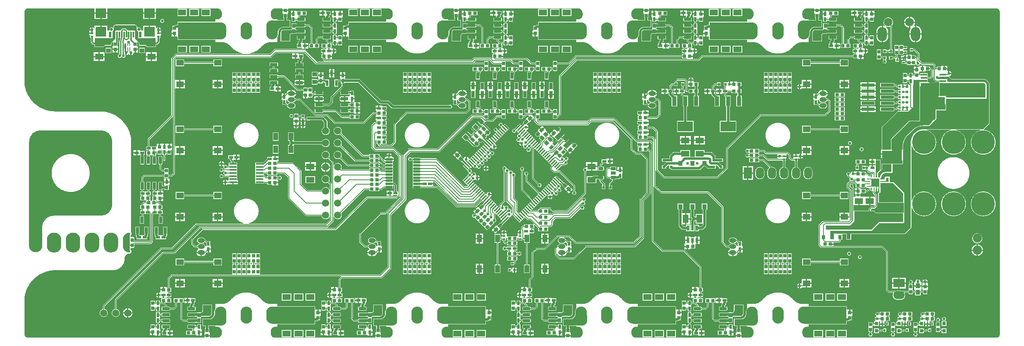
<source format=gbr>
%TF.GenerationSoftware,Altium Limited,Altium Designer,25.8.1 (18)*%
G04 Layer_Physical_Order=1*
G04 Layer_Color=10066410*
%FSLAX45Y45*%
%MOMM*%
%TF.SameCoordinates,304ADD41-B96C-4BE1-A440-764D1465AFBB*%
%TF.FilePolarity,Positive*%
%TF.FileFunction,Copper,L1,Top,Signal*%
%TF.Part,Single*%
G01*
G75*
%TA.AperFunction,Conductor*%
%ADD10C,0.27640*%
%ADD11C,0.30000*%
%ADD12C,0.15000*%
%TA.AperFunction,SMDPad,CuDef*%
%ADD13R,0.85000X0.60000*%
G04:AMPARAMS|DCode=14|XSize=1.55mm|YSize=0.6mm|CornerRadius=0.05mm|HoleSize=0mm|Usage=FLASHONLY|Rotation=180.000|XOffset=0mm|YOffset=0mm|HoleType=Round|Shape=RoundedRectangle|*
%AMROUNDEDRECTD14*
21,1,1.55000,0.50000,0,0,180.0*
21,1,1.45000,0.60000,0,0,180.0*
1,1,0.10000,-0.72500,0.25000*
1,1,0.10000,0.72500,0.25000*
1,1,0.10000,0.72500,-0.25000*
1,1,0.10000,-0.72500,-0.25000*
%
%ADD14ROUNDEDRECTD14*%
%ADD15R,0.80000X0.65000*%
%ADD16R,0.95000X2.15000*%
%ADD17R,0.50000X0.60000*%
%ADD18R,3.25000X2.15000*%
G04:AMPARAMS|DCode=19|XSize=1.55mm|YSize=0.6mm|CornerRadius=0.05mm|HoleSize=0mm|Usage=FLASHONLY|Rotation=90.000|XOffset=0mm|YOffset=0mm|HoleType=Round|Shape=RoundedRectangle|*
%AMROUNDEDRECTD19*
21,1,1.55000,0.50000,0,0,90.0*
21,1,1.45000,0.60000,0,0,90.0*
1,1,0.10000,0.25000,0.72500*
1,1,0.10000,0.25000,-0.72500*
1,1,0.10000,-0.25000,-0.72500*
1,1,0.10000,-0.25000,0.72500*
%
%ADD19ROUNDEDRECTD19*%
%ADD20R,0.65000X1.35000*%
%ADD21R,0.65000X0.80000*%
%ADD22R,1.35000X0.45000*%
%ADD23R,1.00000X1.60000*%
%ADD24R,0.60000X0.40000*%
%ADD25R,0.60000X0.85000*%
G04:AMPARAMS|DCode=26|XSize=0.45mm|YSize=1.5mm|CornerRadius=0.1125mm|HoleSize=0mm|Usage=FLASHONLY|Rotation=270.000|XOffset=0mm|YOffset=0mm|HoleType=Round|Shape=RoundedRectangle|*
%AMROUNDEDRECTD26*
21,1,0.45000,1.27500,0,0,270.0*
21,1,0.22500,1.50000,0,0,270.0*
1,1,0.22500,-0.63750,-0.11250*
1,1,0.22500,-0.63750,0.11250*
1,1,0.22500,0.63750,0.11250*
1,1,0.22500,0.63750,-0.11250*
%
%ADD26ROUNDEDRECTD26*%
%ADD27R,1.60000X0.35000*%
G04:AMPARAMS|DCode=28|XSize=0.3mm|YSize=1.2mm|CornerRadius=0mm|HoleSize=0mm|Usage=FLASHONLY|Rotation=225.000|XOffset=0mm|YOffset=0mm|HoleType=Round|Shape=Rectangle|*
%AMROTATEDRECTD28*
4,1,4,-0.31820,0.53033,0.53033,-0.31820,0.31820,-0.53033,-0.53033,0.31820,-0.31820,0.53033,0.0*
%
%ADD28ROTATEDRECTD28*%

G04:AMPARAMS|DCode=29|XSize=0.6mm|YSize=0.85mm|CornerRadius=0mm|HoleSize=0mm|Usage=FLASHONLY|Rotation=45.000|XOffset=0mm|YOffset=0mm|HoleType=Round|Shape=Rectangle|*
%AMROTATEDRECTD29*
4,1,4,0.08839,-0.51265,-0.51265,0.08839,-0.08839,0.51265,0.51265,-0.08839,0.08839,-0.51265,0.0*
%
%ADD29ROTATEDRECTD29*%

G04:AMPARAMS|DCode=30|XSize=0.6mm|YSize=0.85mm|CornerRadius=0mm|HoleSize=0mm|Usage=FLASHONLY|Rotation=135.000|XOffset=0mm|YOffset=0mm|HoleType=Round|Shape=Rectangle|*
%AMROTATEDRECTD30*
4,1,4,0.51265,0.08839,-0.08839,-0.51265,-0.51265,-0.08839,0.08839,0.51265,0.51265,0.08839,0.0*
%
%ADD30ROTATEDRECTD30*%

G04:AMPARAMS|DCode=31|XSize=0.65mm|YSize=0.8mm|CornerRadius=0mm|HoleSize=0mm|Usage=FLASHONLY|Rotation=315.000|XOffset=0mm|YOffset=0mm|HoleType=Round|Shape=Rectangle|*
%AMROTATEDRECTD31*
4,1,4,-0.51265,-0.05303,0.05303,0.51265,0.51265,0.05303,-0.05303,-0.51265,-0.51265,-0.05303,0.0*
%
%ADD31ROTATEDRECTD31*%

G04:AMPARAMS|DCode=32|XSize=0.3mm|YSize=1.2mm|CornerRadius=0mm|HoleSize=0mm|Usage=FLASHONLY|Rotation=315.000|XOffset=0mm|YOffset=0mm|HoleType=Round|Shape=Rectangle|*
%AMROTATEDRECTD32*
4,1,4,-0.53033,-0.31820,0.31820,0.53033,0.53033,0.31820,-0.31820,-0.53033,-0.53033,-0.31820,0.0*
%
%ADD32ROTATEDRECTD32*%

%ADD33R,0.98000X0.92000*%
G04:AMPARAMS|DCode=34|XSize=0.98mm|YSize=0.92mm|CornerRadius=0mm|HoleSize=0mm|Usage=FLASHONLY|Rotation=135.000|XOffset=0mm|YOffset=0mm|HoleType=Round|Shape=Rectangle|*
%AMROTATEDRECTD34*
4,1,4,0.67175,-0.02121,0.02121,-0.67175,-0.67175,0.02121,-0.02121,0.67175,0.67175,-0.02121,0.0*
%
%ADD34ROTATEDRECTD34*%

%ADD35R,1.80000X1.30000*%
G04:AMPARAMS|DCode=36|XSize=0.6mm|YSize=1.1mm|CornerRadius=0.051mm|HoleSize=0mm|Usage=FLASHONLY|Rotation=270.000|XOffset=0mm|YOffset=0mm|HoleType=Round|Shape=RoundedRectangle|*
%AMROUNDEDRECTD36*
21,1,0.60000,0.99800,0,0,270.0*
21,1,0.49800,1.10000,0,0,270.0*
1,1,0.10200,-0.49900,-0.24900*
1,1,0.10200,-0.49900,0.24900*
1,1,0.10200,0.49900,0.24900*
1,1,0.10200,0.49900,-0.24900*
%
%ADD36ROUNDEDRECTD36*%
%ADD37R,1.55000X1.30000*%
%ADD38R,0.40000X0.51000*%
G04:AMPARAMS|DCode=39|XSize=0.2mm|YSize=0.565mm|CornerRadius=0.04mm|HoleSize=0mm|Usage=FLASHONLY|Rotation=180.000|XOffset=0mm|YOffset=0mm|HoleType=Round|Shape=RoundedRectangle|*
%AMROUNDEDRECTD39*
21,1,0.20000,0.48500,0,0,180.0*
21,1,0.12000,0.56500,0,0,180.0*
1,1,0.08000,-0.06000,0.24250*
1,1,0.08000,0.06000,0.24250*
1,1,0.08000,0.06000,-0.24250*
1,1,0.08000,-0.06000,-0.24250*
%
%ADD39ROUNDEDRECTD39*%
%ADD40R,0.53000X0.53000*%
%ADD41R,0.60000X1.15000*%
%ADD42R,2.18000X2.00000*%
%ADD43R,0.60000X1.30000*%
%ADD44R,1.30000X1.80000*%
%ADD45R,0.60000X1.10000*%
%ADD46R,0.96000X1.12000*%
%ADD47R,0.95000X1.10000*%
G04:AMPARAMS|DCode=48|XSize=0.24mm|YSize=0.6mm|CornerRadius=0.05mm|HoleSize=0mm|Usage=FLASHONLY|Rotation=270.000|XOffset=0mm|YOffset=0mm|HoleType=Round|Shape=RoundedRectangle|*
%AMROUNDEDRECTD48*
21,1,0.24000,0.50000,0,0,270.0*
21,1,0.14000,0.60000,0,0,270.0*
1,1,0.10000,-0.25000,-0.07000*
1,1,0.10000,-0.25000,0.07000*
1,1,0.10000,0.25000,0.07000*
1,1,0.10000,0.25000,-0.07000*
%
%ADD48ROUNDEDRECTD48*%
G04:AMPARAMS|DCode=49|XSize=1.68mm|YSize=1.68mm|CornerRadius=0.05mm|HoleSize=0mm|Usage=FLASHONLY|Rotation=270.000|XOffset=0mm|YOffset=0mm|HoleType=Round|Shape=RoundedRectangle|*
%AMROUNDEDRECTD49*
21,1,1.68000,1.58000,0,0,270.0*
21,1,1.58000,1.68000,0,0,270.0*
1,1,0.10000,-0.79000,-0.79000*
1,1,0.10000,-0.79000,0.79000*
1,1,0.10000,0.79000,0.79000*
1,1,0.10000,0.79000,-0.79000*
%
%ADD49ROUNDEDRECTD49*%
G04:AMPARAMS|DCode=50|XSize=0.24mm|YSize=0.6mm|CornerRadius=0.05mm|HoleSize=0mm|Usage=FLASHONLY|Rotation=0.000|XOffset=0mm|YOffset=0mm|HoleType=Round|Shape=RoundedRectangle|*
%AMROUNDEDRECTD50*
21,1,0.24000,0.50000,0,0,0.0*
21,1,0.14000,0.60000,0,0,0.0*
1,1,0.10000,0.07000,-0.25000*
1,1,0.10000,-0.07000,-0.25000*
1,1,0.10000,-0.07000,0.25000*
1,1,0.10000,0.07000,0.25000*
%
%ADD50ROUNDEDRECTD50*%
G04:AMPARAMS|DCode=51|XSize=0.85mm|YSize=0.75mm|CornerRadius=0mm|HoleSize=0mm|Usage=FLASHONLY|Rotation=135.000|XOffset=0mm|YOffset=0mm|HoleType=Round|Shape=Rectangle|*
%AMROTATEDRECTD51*
4,1,4,0.56569,-0.03535,0.03535,-0.56569,-0.56569,0.03535,-0.03535,0.56569,0.56569,-0.03535,0.0*
%
%ADD51ROTATEDRECTD51*%

%ADD52R,2.76000X0.65000*%
%ADD53R,0.40000X0.60000*%
%ADD54R,0.51000X0.40000*%
%ADD55R,0.60000X0.50000*%
%ADD56R,0.80000X0.80000*%
%ADD57R,0.30000X1.15000*%
%ADD58R,5.10000X1.90000*%
%ADD59R,0.80000X0.90000*%
G04:AMPARAMS|DCode=60|XSize=1mm|YSize=1.8mm|CornerRadius=0mm|HoleSize=0mm|Usage=FLASHONLY|Rotation=135.000|XOffset=0mm|YOffset=0mm|HoleType=Round|Shape=Rectangle|*
%AMROTATEDRECTD60*
4,1,4,0.98995,0.28284,-0.28284,-0.98995,-0.98995,-0.28284,0.28284,0.98995,0.98995,0.28284,0.0*
%
%ADD60ROTATEDRECTD60*%

%ADD61R,1.05000X1.40000*%
%ADD62R,7.50000X1.80000*%
%TA.AperFunction,Conductor*%
%ADD63C,0.50000*%
%ADD64C,0.10000*%
%ADD65C,0.35000*%
%ADD66C,0.25000*%
%ADD67C,0.40000*%
%ADD68C,0.20000*%
%TA.AperFunction,ComponentPad*%
%ADD69O,1.52400X0.93980*%
%TA.AperFunction,WasherPad*%
%ADD70C,10.00000*%
%TA.AperFunction,ComponentPad*%
%ADD71C,1.50000*%
%ADD72R,1.70000X2.40000*%
%ADD73R,2.40000X1.70000*%
%ADD74C,1.90000*%
%ADD75O,2.00000X3.00000*%
%ADD76C,1.80000*%
%ADD77O,2.40000X1.70000*%
%ADD78C,5.00000*%
%ADD79O,2.44000X3.60000*%
%ADD80O,1.70000X2.40000*%
%ADD81C,0.65000*%
%TA.AperFunction,ViaPad*%
%ADD82C,0.60000*%
G36*
X10221734Y3471648D02*
X10235295Y3466031D01*
X10247499Y3457876D01*
X10257877Y3447498D01*
X10266031Y3435294D01*
X10271648Y3421734D01*
X10274512Y3407338D01*
X10274512Y3399999D01*
X10274511Y-3400000D01*
X10274511Y-3407339D01*
X10271648Y-3421734D01*
X10266031Y-3435295D01*
X10257876Y-3447499D01*
X10247498Y-3457877D01*
X10235294Y-3466031D01*
X10221733Y-3471648D01*
X10207338Y-3474511D01*
X6205584D01*
X6202989Y-3474307D01*
X6195233Y-3473079D01*
X6187598Y-3471246D01*
X6180131Y-3468819D01*
X6172877Y-3465815D01*
X6165880Y-3462250D01*
X6159186Y-3458147D01*
X6152833Y-3453532D01*
X6146862Y-3448433D01*
X6141310Y-3442880D01*
X6136211Y-3436910D01*
X6131596Y-3430557D01*
X6127493Y-3423862D01*
X6123928Y-3416866D01*
X6120923Y-3409612D01*
X6118497Y-3402144D01*
X6116664Y-3394509D01*
X6115436Y-3386754D01*
X6114820Y-3378926D01*
X6114743Y-3375000D01*
Y-3340000D01*
X6114820Y-3336074D01*
X6115436Y-3328247D01*
X6116664Y-3320491D01*
X6118497Y-3312856D01*
X6120923Y-3305389D01*
X6123928Y-3298134D01*
X6127493Y-3291138D01*
X6131596Y-3284443D01*
X6136211Y-3278091D01*
X6141310Y-3272120D01*
X6146862Y-3266568D01*
X6152833Y-3261468D01*
X6159186Y-3256853D01*
X6165880Y-3252751D01*
X6172877Y-3249186D01*
X6180131Y-3246181D01*
X6187598Y-3243755D01*
X6195233Y-3241922D01*
X6202989Y-3240693D01*
X6210817Y-3240077D01*
X6214743Y-3240000D01*
X6250000D01*
Y-3190120D01*
X7039999D01*
X7042618Y-3189775D01*
X7045059Y-3188764D01*
X7047155Y-3187156D01*
X7048763Y-3185060D01*
X7049774Y-3182619D01*
X7050119Y-3180000D01*
Y-3122606D01*
X7079999D01*
X7084581Y-3122306D01*
X7089086Y-3121410D01*
X7093434Y-3119934D01*
X7097553Y-3117902D01*
X7101372Y-3115351D01*
X7104824Y-3112323D01*
X7112116Y-3105031D01*
X7155032D01*
Y-3010399D01*
X7170399D01*
Y-2957699D01*
X7112499D01*
Y-2944999D01*
X7099799D01*
Y-2879599D01*
X7054599D01*
X7050119Y-2871455D01*
Y-2820000D01*
X7049774Y-2817381D01*
X7048763Y-2814940D01*
X7047155Y-2812844D01*
X7045059Y-2811236D01*
X7042618Y-2810225D01*
X7039999Y-2809880D01*
X6250000D01*
Y-2760000D01*
X6114743D01*
X6107926Y-2759907D01*
X6094314Y-2759164D01*
X6080763Y-2757680D01*
X6067313Y-2755460D01*
X6054004Y-2752510D01*
X6040875Y-2748838D01*
X6027966Y-2744457D01*
X6015315Y-2739378D01*
X6002960Y-2733617D01*
X5990937Y-2727192D01*
X5979282Y-2720120D01*
X5968030Y-2712424D01*
X5957214Y-2704126D01*
X5946867Y-2695251D01*
X5937019Y-2685825D01*
X5927699Y-2675876D01*
X5923246Y-2670714D01*
X5918314Y-2664837D01*
X5908029Y-2653450D01*
X5897337Y-2642444D01*
X5886252Y-2631834D01*
X5874788Y-2621634D01*
X5862961Y-2611858D01*
X5850787Y-2602517D01*
X5838281Y-2593626D01*
X5825461Y-2585195D01*
X5812342Y-2577235D01*
X5798943Y-2569758D01*
X5785281Y-2562772D01*
X5771374Y-2556288D01*
X5757240Y-2550314D01*
X5742899Y-2544857D01*
X5728369Y-2539925D01*
X5713669Y-2535525D01*
X5698818Y-2531662D01*
X5683838Y-2528341D01*
X5668746Y-2525567D01*
X5653563Y-2523343D01*
X5638310Y-2521673D01*
X5623006Y-2520558D01*
X5607672Y-2520000D01*
X5600000Y-2520000D01*
X5592327Y-2520000D01*
X5576993Y-2520558D01*
X5561689Y-2521673D01*
X5546436Y-2523343D01*
X5531254Y-2525567D01*
X5516162Y-2528341D01*
X5501181Y-2531662D01*
X5486331Y-2535525D01*
X5471631Y-2539925D01*
X5457101Y-2544857D01*
X5442759Y-2550314D01*
X5428626Y-2556288D01*
X5414719Y-2562772D01*
X5401057Y-2569758D01*
X5387657Y-2577235D01*
X5374539Y-2585195D01*
X5361718Y-2593626D01*
X5349212Y-2602517D01*
X5337038Y-2611858D01*
X5325212Y-2621634D01*
X5313748Y-2631834D01*
X5302663Y-2642444D01*
X5291971Y-2653450D01*
X5281686Y-2664837D01*
X5276754Y-2670714D01*
X5272301Y-2675876D01*
X5262981Y-2685824D01*
X5253132Y-2695250D01*
X5242785Y-2704126D01*
X5231969Y-2712424D01*
X5220718Y-2720120D01*
X5209062Y-2727191D01*
X5197040Y-2733617D01*
X5184684Y-2739378D01*
X5172033Y-2744456D01*
X5159125Y-2748838D01*
X5145996Y-2752509D01*
X5132687Y-2755460D01*
X5119236Y-2757680D01*
X5105685Y-2759164D01*
X5095149Y-2759739D01*
X5085257Y-2760000D01*
X5085257Y-2760000D01*
X5085257Y-2760000D01*
X4950000D01*
Y-2863164D01*
X4944856Y-2870572D01*
X4940044Y-2878683D01*
X4935822Y-2887117D01*
X4932213Y-2895830D01*
X4929235Y-2904779D01*
X4926902Y-2913917D01*
X4925228Y-2923198D01*
X4924220Y-2932575D01*
X4923883Y-2942000D01*
Y-2991103D01*
X4923817Y-2991149D01*
X4923606Y-2991236D01*
X4922738Y-2991903D01*
X4921839Y-2992530D01*
X4921692Y-2992705D01*
X4921511Y-2992844D01*
X4920843Y-2993715D01*
X4920138Y-2994552D01*
X4920042Y-2994759D01*
X4919903Y-2994940D01*
X4919483Y-2995953D01*
X4919019Y-2996945D01*
X4917676Y-3001187D01*
X4914518Y-3009402D01*
X4910761Y-3017239D01*
X4906382Y-3024757D01*
X4901419Y-3031894D01*
X4895898Y-3038611D01*
X4889854Y-3044867D01*
X4883330Y-3050616D01*
X4876368Y-3055822D01*
X4869007Y-3060456D01*
X4861302Y-3064483D01*
X4853294Y-3067881D01*
X4845047Y-3070624D01*
X4836600Y-3072698D01*
X4828015Y-3074088D01*
X4819246Y-3074793D01*
X4814899Y-3074880D01*
X4685000D01*
X4684340Y-3074967D01*
X4674967D01*
Y-3084340D01*
X4674880Y-3085000D01*
Y-3215000D01*
X4674967Y-3215660D01*
Y-3225033D01*
X4684340D01*
X4685000Y-3225120D01*
X4739892D01*
Y-3269967D01*
X4732467D01*
Y-3364600D01*
X4717100D01*
Y-3417300D01*
X4775000D01*
X4832900D01*
Y-3364600D01*
X4817533D01*
Y-3269967D01*
X4810108D01*
Y-3225120D01*
X4950000D01*
Y-3240000D01*
X4985257D01*
X4989183Y-3240077D01*
X4997011Y-3240693D01*
X5004766Y-3241922D01*
X5012401Y-3243755D01*
X5019869Y-3246181D01*
X5027123Y-3249186D01*
X5034119Y-3252751D01*
X5040814Y-3256853D01*
X5047166Y-3261468D01*
X5053137Y-3266568D01*
X5058689Y-3272120D01*
X5063789Y-3278091D01*
X5068404Y-3284443D01*
X5072507Y-3291138D01*
X5076071Y-3298134D01*
X5079076Y-3305389D01*
X5081503Y-3312856D01*
X5083336Y-3320491D01*
X5084564Y-3328247D01*
X5085180Y-3336074D01*
X5085257Y-3340000D01*
Y-3375000D01*
X5085180Y-3378926D01*
X5084564Y-3386754D01*
X5083336Y-3394509D01*
X5081503Y-3402144D01*
X5079076Y-3409612D01*
X5076071Y-3416866D01*
X5072507Y-3423862D01*
X5068404Y-3430557D01*
X5063789Y-3436910D01*
X5058689Y-3442880D01*
X5053137Y-3448433D01*
X5047166Y-3453532D01*
X5040814Y-3458147D01*
X5034119Y-3462250D01*
X5027123Y-3465815D01*
X5019869Y-3468819D01*
X5012401Y-3471246D01*
X5004766Y-3473079D01*
X4997011Y-3474307D01*
X4994415Y-3474511D01*
X4832900D01*
Y-3442700D01*
X4775000D01*
X4717100D01*
Y-3474511D01*
X2605584D01*
X2602989Y-3474307D01*
X2595234Y-3473079D01*
X2587599Y-3471246D01*
X2580131Y-3468819D01*
X2572877Y-3465815D01*
X2565881Y-3462250D01*
X2559186Y-3458147D01*
X2552833Y-3453532D01*
X2546863Y-3448433D01*
X2541310Y-3442880D01*
X2536211Y-3436910D01*
X2531596Y-3430557D01*
X2527493Y-3423862D01*
X2523928Y-3416866D01*
X2520924Y-3409612D01*
X2518497Y-3402144D01*
X2516664Y-3394509D01*
X2515436Y-3386754D01*
X2514820Y-3378926D01*
X2514743Y-3375000D01*
Y-3340000D01*
X2514820Y-3336074D01*
X2515436Y-3328247D01*
X2516664Y-3320491D01*
X2518497Y-3312856D01*
X2520924Y-3305389D01*
X2523928Y-3298134D01*
X2527493Y-3291138D01*
X2531596Y-3284443D01*
X2536211Y-3278091D01*
X2541310Y-3272120D01*
X2546863Y-3266568D01*
X2552833Y-3261468D01*
X2559186Y-3256853D01*
X2565881Y-3252751D01*
X2572877Y-3249186D01*
X2580131Y-3246181D01*
X2587599Y-3243755D01*
X2595234Y-3241922D01*
X2602989Y-3240693D01*
X2610817Y-3240077D01*
X2614743Y-3240000D01*
X2650000D01*
Y-3190120D01*
X3439999D01*
X3442618Y-3189775D01*
X3445059Y-3188764D01*
X3447155Y-3187156D01*
X3448763Y-3185060D01*
X3449774Y-3182619D01*
X3450119Y-3180000D01*
Y-3122607D01*
X3479998D01*
X3484580Y-3122307D01*
X3489084Y-3121411D01*
X3493433Y-3119935D01*
X3497552Y-3117904D01*
X3501370Y-3115352D01*
X3504823Y-3112324D01*
X3512115Y-3105032D01*
X3555031D01*
Y-3010399D01*
X3570398D01*
Y-2957699D01*
X3512498D01*
Y-2944999D01*
X3499798D01*
Y-2879599D01*
X3454598D01*
X3450119Y-2871454D01*
Y-2820000D01*
X3449774Y-2817381D01*
X3448763Y-2814940D01*
X3447155Y-2812844D01*
X3445059Y-2811236D01*
X3442618Y-2810225D01*
X3439999Y-2809880D01*
X2650000D01*
Y-2760000D01*
X2514743D01*
X2507926Y-2759907D01*
X2494315Y-2759164D01*
X2480763Y-2757680D01*
X2467313Y-2755460D01*
X2454004Y-2752510D01*
X2440875Y-2748838D01*
X2427966Y-2744457D01*
X2415315Y-2739378D01*
X2402960Y-2733617D01*
X2390937Y-2727192D01*
X2379282Y-2720120D01*
X2368030Y-2712424D01*
X2357214Y-2704126D01*
X2346867Y-2695251D01*
X2337019Y-2685825D01*
X2327699Y-2675876D01*
X2323246Y-2670714D01*
X2318314Y-2664837D01*
X2308029Y-2653450D01*
X2297337Y-2642444D01*
X2286252Y-2631834D01*
X2274788Y-2621634D01*
X2262961Y-2611858D01*
X2250787Y-2602517D01*
X2238282Y-2593626D01*
X2225461Y-2585195D01*
X2212343Y-2577235D01*
X2198943Y-2569758D01*
X2185281Y-2562772D01*
X2171374Y-2556288D01*
X2157240Y-2550314D01*
X2142899Y-2544857D01*
X2128369Y-2539925D01*
X2113669Y-2535525D01*
X2098819Y-2531662D01*
X2083838Y-2528341D01*
X2068746Y-2525567D01*
X2053564Y-2523343D01*
X2038310Y-2521673D01*
X2023006Y-2520558D01*
X2007672Y-2520000D01*
X2000000Y-2520000D01*
X1992327Y-2520000D01*
X1976993Y-2520558D01*
X1961689Y-2521673D01*
X1946436Y-2523343D01*
X1931254Y-2525567D01*
X1916162Y-2528341D01*
X1901181Y-2531662D01*
X1886331Y-2535525D01*
X1871631Y-2539925D01*
X1857101Y-2544857D01*
X1842759Y-2550314D01*
X1828626Y-2556288D01*
X1814719Y-2562772D01*
X1801057Y-2569758D01*
X1787657Y-2577235D01*
X1774539Y-2585195D01*
X1761718Y-2593626D01*
X1749212Y-2602517D01*
X1737038Y-2611858D01*
X1725212Y-2621634D01*
X1713748Y-2631834D01*
X1702663Y-2642444D01*
X1691971Y-2653450D01*
X1681686Y-2664837D01*
X1676754Y-2670714D01*
X1672301Y-2675876D01*
X1662981Y-2685824D01*
X1653133Y-2695250D01*
X1642785Y-2704126D01*
X1631970Y-2712424D01*
X1620718Y-2720120D01*
X1609063Y-2727191D01*
X1597040Y-2733617D01*
X1584684Y-2739378D01*
X1572033Y-2744456D01*
X1559125Y-2748838D01*
X1545996Y-2752509D01*
X1532687Y-2755460D01*
X1519236Y-2757680D01*
X1505685Y-2759164D01*
X1495149Y-2759739D01*
X1485257Y-2760000D01*
X1485257Y-2760000D01*
X1485257Y-2760000D01*
X1350000D01*
Y-2863164D01*
X1344856Y-2870572D01*
X1340044Y-2878683D01*
X1335822Y-2887117D01*
X1332213Y-2895830D01*
X1329235Y-2904779D01*
X1326902Y-2913917D01*
X1325228Y-2923198D01*
X1324220Y-2932575D01*
X1323883Y-2942000D01*
Y-2991103D01*
X1323817Y-2991149D01*
X1323606Y-2991236D01*
X1322738Y-2991903D01*
X1321839Y-2992530D01*
X1321692Y-2992705D01*
X1321511Y-2992844D01*
X1320843Y-2993715D01*
X1320139Y-2994552D01*
X1320042Y-2994759D01*
X1319903Y-2994940D01*
X1319483Y-2995953D01*
X1319019Y-2996945D01*
X1317676Y-3001187D01*
X1314519Y-3009402D01*
X1310761Y-3017239D01*
X1306382Y-3024757D01*
X1301419Y-3031894D01*
X1295898Y-3038611D01*
X1289854Y-3044867D01*
X1283330Y-3050616D01*
X1276369Y-3055822D01*
X1269007Y-3060456D01*
X1261303Y-3064483D01*
X1253294Y-3067881D01*
X1245048Y-3070624D01*
X1236600Y-3072698D01*
X1228015Y-3074088D01*
X1219246Y-3074793D01*
X1214899Y-3074880D01*
X1085000D01*
X1084340Y-3074967D01*
X1074967D01*
Y-3084340D01*
X1074881Y-3085000D01*
Y-3215000D01*
X1074967Y-3215660D01*
Y-3225033D01*
X1084340D01*
X1085000Y-3225120D01*
X1139892D01*
Y-3269967D01*
X1132467D01*
Y-3364600D01*
X1117100D01*
Y-3417300D01*
X1175002D01*
X1232900D01*
Y-3364600D01*
X1217533D01*
Y-3269967D01*
X1210108D01*
Y-3225120D01*
X1350000D01*
Y-3240000D01*
X1385257D01*
X1389183Y-3240077D01*
X1397011Y-3240693D01*
X1404766Y-3241922D01*
X1412401Y-3243755D01*
X1419869Y-3246181D01*
X1427123Y-3249186D01*
X1434119Y-3252751D01*
X1440814Y-3256853D01*
X1447167Y-3261468D01*
X1453137Y-3266568D01*
X1458689Y-3272120D01*
X1463789Y-3278091D01*
X1468404Y-3284443D01*
X1472507Y-3291138D01*
X1476071Y-3298134D01*
X1479076Y-3305389D01*
X1481503Y-3312856D01*
X1483336Y-3320491D01*
X1484564Y-3328247D01*
X1485180Y-3336074D01*
X1485257Y-3340000D01*
Y-3375000D01*
X1485180Y-3378926D01*
X1484564Y-3386754D01*
X1483336Y-3394509D01*
X1481503Y-3402144D01*
X1479076Y-3409612D01*
X1476071Y-3416866D01*
X1472507Y-3423862D01*
X1468404Y-3430557D01*
X1463789Y-3436910D01*
X1458689Y-3442880D01*
X1453137Y-3448433D01*
X1447167Y-3453532D01*
X1440814Y-3458147D01*
X1434119Y-3462250D01*
X1427123Y-3465815D01*
X1419869Y-3468819D01*
X1412401Y-3471246D01*
X1404766Y-3473079D01*
X1397011Y-3474307D01*
X1394416Y-3474511D01*
X1232900D01*
Y-3442700D01*
X1175002D01*
X1117100D01*
Y-3474511D01*
X-1394416D01*
X-1397011Y-3474307D01*
X-1404767Y-3473079D01*
X-1412402Y-3471246D01*
X-1419869Y-3468819D01*
X-1427123Y-3465815D01*
X-1434120Y-3462250D01*
X-1440814Y-3458147D01*
X-1447167Y-3453532D01*
X-1453138Y-3448433D01*
X-1458690Y-3442880D01*
X-1463789Y-3436910D01*
X-1468404Y-3430557D01*
X-1472507Y-3423862D01*
X-1476072Y-3416866D01*
X-1479077Y-3409612D01*
X-1481503Y-3402144D01*
X-1483336Y-3394509D01*
X-1484564Y-3386754D01*
X-1485180Y-3378926D01*
X-1485257Y-3375000D01*
Y-3340000D01*
X-1485180Y-3336074D01*
X-1484564Y-3328247D01*
X-1483336Y-3320491D01*
X-1481503Y-3312856D01*
X-1479077Y-3305389D01*
X-1476072Y-3298134D01*
X-1472507Y-3291138D01*
X-1468404Y-3284443D01*
X-1463789Y-3278091D01*
X-1458690Y-3272120D01*
X-1453138Y-3266568D01*
X-1447167Y-3261468D01*
X-1440814Y-3256853D01*
X-1434120Y-3252751D01*
X-1427123Y-3249186D01*
X-1419869Y-3246181D01*
X-1412402Y-3243755D01*
X-1404767Y-3241922D01*
X-1397011Y-3240693D01*
X-1389183Y-3240077D01*
X-1385257Y-3240000D01*
X-1350000D01*
Y-3190120D01*
X-560001D01*
X-557382Y-3189775D01*
X-554941Y-3188764D01*
X-552845Y-3187156D01*
X-551237Y-3185060D01*
X-550226Y-3182619D01*
X-549881Y-3180000D01*
Y-3122607D01*
X-520001D01*
X-515419Y-3122307D01*
X-510914Y-3121411D01*
X-506566Y-3119935D01*
X-502447Y-3117904D01*
X-498628Y-3115352D01*
X-495176Y-3112324D01*
X-487883Y-3105031D01*
X-444968D01*
Y-3010399D01*
X-429601D01*
Y-2957699D01*
X-487501D01*
Y-2944999D01*
X-500201D01*
Y-2879599D01*
X-545401D01*
X-549881Y-2871455D01*
Y-2820000D01*
X-550226Y-2817381D01*
X-551237Y-2814940D01*
X-552845Y-2812844D01*
X-554941Y-2811236D01*
X-557382Y-2810225D01*
X-560001Y-2809880D01*
X-1350000D01*
Y-2760000D01*
X-1485257D01*
X-1492074Y-2759907D01*
X-1505686Y-2759164D01*
X-1519237Y-2757680D01*
X-1532687Y-2755460D01*
X-1545996Y-2752510D01*
X-1559125Y-2748838D01*
X-1572034Y-2744457D01*
X-1584685Y-2739378D01*
X-1597040Y-2733617D01*
X-1609063Y-2727192D01*
X-1620718Y-2720120D01*
X-1631970Y-2712424D01*
X-1642786Y-2704126D01*
X-1653133Y-2695251D01*
X-1662981Y-2685825D01*
X-1672301Y-2675876D01*
X-1676754Y-2670714D01*
X-1681686Y-2664837D01*
X-1691971Y-2653450D01*
X-1702663Y-2642444D01*
X-1713748Y-2631834D01*
X-1725212Y-2621634D01*
X-1737039Y-2611858D01*
X-1749213Y-2602517D01*
X-1761719Y-2593626D01*
X-1774539Y-2585195D01*
X-1787658Y-2577235D01*
X-1801057Y-2569758D01*
X-1814719Y-2562772D01*
X-1828626Y-2556288D01*
X-1842760Y-2550314D01*
X-1857101Y-2544857D01*
X-1871632Y-2539925D01*
X-1886332Y-2535525D01*
X-1901182Y-2531662D01*
X-1916163Y-2528341D01*
X-1931254Y-2525567D01*
X-1946437Y-2523343D01*
X-1961690Y-2521673D01*
X-1976994Y-2520558D01*
X-1992328Y-2520000D01*
X-2000000Y-2520000D01*
X-2007673Y-2520000D01*
X-2023007Y-2520558D01*
X-2038311Y-2521673D01*
X-2053564Y-2523343D01*
X-2068746Y-2525567D01*
X-2083838Y-2528341D01*
X-2098819Y-2531662D01*
X-2113669Y-2535525D01*
X-2128369Y-2539925D01*
X-2142899Y-2544857D01*
X-2157241Y-2550314D01*
X-2171374Y-2556288D01*
X-2185281Y-2562772D01*
X-2198944Y-2569758D01*
X-2212343Y-2577235D01*
X-2225461Y-2585195D01*
X-2238282Y-2593626D01*
X-2250788Y-2602517D01*
X-2262962Y-2611858D01*
X-2274788Y-2621634D01*
X-2286252Y-2631834D01*
X-2297337Y-2642444D01*
X-2308029Y-2653450D01*
X-2318314Y-2664837D01*
X-2323246Y-2670714D01*
X-2327699Y-2675876D01*
X-2337019Y-2685824D01*
X-2346868Y-2695250D01*
X-2357215Y-2704126D01*
X-2368031Y-2712424D01*
X-2379283Y-2720120D01*
X-2390938Y-2727191D01*
X-2402960Y-2733617D01*
X-2415316Y-2739378D01*
X-2427967Y-2744456D01*
X-2440875Y-2748838D01*
X-2454004Y-2752509D01*
X-2467313Y-2755460D01*
X-2480764Y-2757680D01*
X-2494315Y-2759164D01*
X-2504851Y-2759739D01*
X-2514743Y-2760000D01*
X-2514743Y-2760000D01*
X-2514743Y-2760000D01*
X-2650000D01*
Y-2863164D01*
X-2655144Y-2870572D01*
X-2659956Y-2878683D01*
X-2664178Y-2887117D01*
X-2667787Y-2895830D01*
X-2670765Y-2904779D01*
X-2673098Y-2913917D01*
X-2674772Y-2923198D01*
X-2675781Y-2932575D01*
X-2676117Y-2942000D01*
Y-2991103D01*
X-2676183Y-2991149D01*
X-2676394Y-2991236D01*
X-2677262Y-2991903D01*
X-2678161Y-2992530D01*
X-2678308Y-2992705D01*
X-2678489Y-2992844D01*
X-2679157Y-2993715D01*
X-2679862Y-2994552D01*
X-2679958Y-2994759D01*
X-2680098Y-2994940D01*
X-2680517Y-2995953D01*
X-2680981Y-2996945D01*
X-2682324Y-3001187D01*
X-2685482Y-3009402D01*
X-2689239Y-3017239D01*
X-2693618Y-3024757D01*
X-2698581Y-3031894D01*
X-2704102Y-3038611D01*
X-2710146Y-3044867D01*
X-2716670Y-3050616D01*
X-2723632Y-3055822D01*
X-2730993Y-3060456D01*
X-2738698Y-3064483D01*
X-2746706Y-3067881D01*
X-2754953Y-3070624D01*
X-2763400Y-3072698D01*
X-2771985Y-3074088D01*
X-2780754Y-3074793D01*
X-2785101Y-3074880D01*
X-2915000D01*
X-2915660Y-3074967D01*
X-2925033D01*
Y-3084340D01*
X-2925120Y-3085000D01*
Y-3215000D01*
X-2925033Y-3215660D01*
Y-3225033D01*
X-2915660D01*
X-2915000Y-3225120D01*
X-2860108D01*
Y-3269967D01*
X-2867533D01*
Y-3364600D01*
X-2882900D01*
Y-3417300D01*
X-2824998D01*
X-2767100D01*
Y-3364600D01*
X-2782467D01*
Y-3269967D01*
X-2789892D01*
Y-3225120D01*
X-2650000D01*
Y-3240000D01*
X-2614743D01*
X-2610817Y-3240077D01*
X-2602989Y-3240693D01*
X-2595234Y-3241922D01*
X-2587599Y-3243755D01*
X-2580131Y-3246181D01*
X-2572877Y-3249186D01*
X-2565881Y-3252751D01*
X-2559186Y-3256853D01*
X-2552834Y-3261468D01*
X-2546863Y-3266568D01*
X-2541311Y-3272120D01*
X-2536211Y-3278091D01*
X-2531596Y-3284443D01*
X-2527493Y-3291138D01*
X-2523929Y-3298134D01*
X-2520924Y-3305389D01*
X-2518497Y-3312856D01*
X-2516664Y-3320491D01*
X-2515436Y-3328247D01*
X-2514820Y-3336074D01*
X-2514743Y-3340000D01*
Y-3375000D01*
X-2514820Y-3378926D01*
X-2515436Y-3386754D01*
X-2516664Y-3394509D01*
X-2518497Y-3402144D01*
X-2520924Y-3409612D01*
X-2523929Y-3416866D01*
X-2527493Y-3423862D01*
X-2531596Y-3430557D01*
X-2536211Y-3436910D01*
X-2541311Y-3442880D01*
X-2546863Y-3448433D01*
X-2552834Y-3453532D01*
X-2559186Y-3458147D01*
X-2565881Y-3462250D01*
X-2572877Y-3465815D01*
X-2580131Y-3468819D01*
X-2587599Y-3471246D01*
X-2595234Y-3473079D01*
X-2602989Y-3474307D01*
X-2605585Y-3474511D01*
X-2767100D01*
Y-3442700D01*
X-2824998D01*
X-2882900D01*
Y-3474511D01*
X-4994416D01*
X-4997011Y-3474307D01*
X-5004766Y-3473079D01*
X-5012401Y-3471246D01*
X-5019869Y-3468819D01*
X-5027123Y-3465815D01*
X-5034119Y-3462250D01*
X-5040814Y-3458147D01*
X-5047167Y-3453532D01*
X-5053137Y-3448433D01*
X-5058690Y-3442880D01*
X-5063789Y-3436910D01*
X-5068404Y-3430557D01*
X-5072507Y-3423862D01*
X-5076072Y-3416866D01*
X-5079076Y-3409612D01*
X-5081503Y-3402144D01*
X-5083336Y-3394509D01*
X-5084564Y-3386754D01*
X-5085180Y-3378926D01*
X-5085257Y-3375000D01*
Y-3340000D01*
X-5085180Y-3336074D01*
X-5084564Y-3328247D01*
X-5083336Y-3320491D01*
X-5081503Y-3312856D01*
X-5079076Y-3305389D01*
X-5076072Y-3298134D01*
X-5072507Y-3291138D01*
X-5068404Y-3284443D01*
X-5063789Y-3278091D01*
X-5058690Y-3272120D01*
X-5053137Y-3266568D01*
X-5047167Y-3261468D01*
X-5040814Y-3256853D01*
X-5034119Y-3252751D01*
X-5027123Y-3249186D01*
X-5019869Y-3246181D01*
X-5012401Y-3243755D01*
X-5004766Y-3241922D01*
X-4997011Y-3240693D01*
X-4989183Y-3240077D01*
X-4985257Y-3240000D01*
X-4950000D01*
Y-3190120D01*
X-4160001D01*
X-4157382Y-3189775D01*
X-4154941Y-3188764D01*
X-4152845Y-3187156D01*
X-4151237Y-3185060D01*
X-4150226Y-3182619D01*
X-4149881Y-3180000D01*
Y-3122607D01*
X-4120001D01*
X-4115418Y-3122307D01*
X-4110914Y-3121411D01*
X-4106566Y-3119935D01*
X-4102447Y-3117904D01*
X-4098628Y-3115352D01*
X-4095176Y-3112324D01*
X-4087883Y-3105031D01*
X-4044968D01*
Y-3010399D01*
X-4029601D01*
Y-2957699D01*
X-4087501D01*
Y-2944999D01*
X-4100201D01*
Y-2879599D01*
X-4145401D01*
X-4149881Y-2871455D01*
Y-2820000D01*
X-4150226Y-2817381D01*
X-4151237Y-2814940D01*
X-4152845Y-2812844D01*
X-4154941Y-2811236D01*
X-4157382Y-2810225D01*
X-4160001Y-2809880D01*
X-4950000D01*
Y-2760000D01*
X-5085257D01*
X-5092074Y-2759907D01*
X-5105685Y-2759164D01*
X-5119237Y-2757680D01*
X-5132687Y-2755460D01*
X-5145996Y-2752510D01*
X-5159125Y-2748838D01*
X-5172034Y-2744457D01*
X-5184685Y-2739378D01*
X-5197040Y-2733617D01*
X-5209063Y-2727192D01*
X-5220718Y-2720120D01*
X-5231970Y-2712424D01*
X-5242786Y-2704126D01*
X-5253133Y-2695251D01*
X-5262981Y-2685825D01*
X-5272301Y-2675876D01*
X-5276754Y-2670714D01*
X-5281686Y-2664837D01*
X-5291971Y-2653450D01*
X-5302663Y-2642444D01*
X-5313748Y-2631834D01*
X-5325212Y-2621634D01*
X-5337039Y-2611858D01*
X-5349213Y-2602517D01*
X-5361719Y-2593626D01*
X-5374539Y-2585195D01*
X-5387658Y-2577235D01*
X-5401057Y-2569758D01*
X-5414719Y-2562772D01*
X-5428626Y-2556288D01*
X-5442760Y-2550314D01*
X-5457101Y-2544857D01*
X-5471631Y-2539925D01*
X-5486331Y-2535525D01*
X-5501182Y-2531662D01*
X-5516162Y-2528341D01*
X-5531254Y-2525567D01*
X-5546436Y-2523343D01*
X-5561690Y-2521673D01*
X-5576994Y-2520558D01*
X-5592328Y-2520000D01*
X-5600000Y-2520000D01*
X-5607673Y-2520000D01*
X-5623007Y-2520558D01*
X-5638311Y-2521673D01*
X-5653564Y-2523343D01*
X-5668746Y-2525567D01*
X-5683838Y-2528341D01*
X-5698819Y-2531662D01*
X-5713669Y-2535525D01*
X-5728369Y-2539925D01*
X-5742899Y-2544857D01*
X-5757241Y-2550314D01*
X-5771374Y-2556288D01*
X-5785281Y-2562772D01*
X-5798943Y-2569758D01*
X-5812343Y-2577235D01*
X-5825461Y-2585195D01*
X-5838282Y-2593626D01*
X-5850788Y-2602517D01*
X-5862962Y-2611858D01*
X-5874788Y-2621634D01*
X-5886252Y-2631834D01*
X-5897337Y-2642444D01*
X-5908029Y-2653450D01*
X-5918314Y-2664837D01*
X-5923246Y-2670714D01*
X-5927699Y-2675876D01*
X-5937019Y-2685824D01*
X-5946867Y-2695250D01*
X-5957215Y-2704126D01*
X-5968030Y-2712424D01*
X-5979282Y-2720120D01*
X-5990937Y-2727191D01*
X-6002960Y-2733617D01*
X-6015316Y-2739378D01*
X-6027967Y-2744456D01*
X-6040875Y-2748838D01*
X-6054004Y-2752509D01*
X-6067313Y-2755460D01*
X-6080764Y-2757680D01*
X-6094315Y-2759164D01*
X-6104851Y-2759739D01*
X-6114743Y-2760000D01*
X-6114743Y-2760000D01*
X-6114743Y-2760000D01*
X-6250000D01*
Y-2863164D01*
X-6255144Y-2870572D01*
X-6259956Y-2878683D01*
X-6264178Y-2887117D01*
X-6267787Y-2895830D01*
X-6270765Y-2904779D01*
X-6273098Y-2913917D01*
X-6274772Y-2923198D01*
X-6275780Y-2932575D01*
X-6276117Y-2942000D01*
Y-2991103D01*
X-6276183Y-2991149D01*
X-6276394Y-2991236D01*
X-6277262Y-2991903D01*
X-6278161Y-2992530D01*
X-6278308Y-2992705D01*
X-6278489Y-2992844D01*
X-6279157Y-2993715D01*
X-6279861Y-2994552D01*
X-6279958Y-2994759D01*
X-6280097Y-2994940D01*
X-6280517Y-2995953D01*
X-6280981Y-2996945D01*
X-6282324Y-3001187D01*
X-6285481Y-3009402D01*
X-6289239Y-3017239D01*
X-6293618Y-3024757D01*
X-6298581Y-3031894D01*
X-6304102Y-3038611D01*
X-6310146Y-3044867D01*
X-6316670Y-3050616D01*
X-6323631Y-3055822D01*
X-6330993Y-3060456D01*
X-6338698Y-3064483D01*
X-6346706Y-3067881D01*
X-6354952Y-3070624D01*
X-6363400Y-3072698D01*
X-6371985Y-3074088D01*
X-6380754Y-3074793D01*
X-6385101Y-3074880D01*
X-6515000D01*
X-6515660Y-3074967D01*
X-6525033D01*
Y-3084340D01*
X-6525120Y-3085000D01*
Y-3215000D01*
X-6525033Y-3215660D01*
Y-3225033D01*
X-6515660D01*
X-6515000Y-3225120D01*
X-6460108D01*
Y-3269967D01*
X-6467533D01*
Y-3364600D01*
X-6482900D01*
Y-3417300D01*
X-6425000D01*
X-6367100D01*
Y-3364600D01*
X-6382467D01*
Y-3269967D01*
X-6389892D01*
Y-3225120D01*
X-6250000D01*
Y-3240000D01*
X-6214743D01*
X-6210817Y-3240077D01*
X-6202989Y-3240693D01*
X-6195234Y-3241922D01*
X-6187599Y-3243755D01*
X-6180131Y-3246181D01*
X-6172877Y-3249186D01*
X-6165881Y-3252751D01*
X-6159186Y-3256853D01*
X-6152834Y-3261468D01*
X-6146863Y-3266568D01*
X-6141311Y-3272120D01*
X-6136211Y-3278091D01*
X-6131596Y-3284443D01*
X-6127493Y-3291138D01*
X-6123929Y-3298134D01*
X-6120924Y-3305389D01*
X-6118497Y-3312856D01*
X-6116664Y-3320491D01*
X-6115436Y-3328247D01*
X-6114820Y-3336074D01*
X-6114743Y-3340000D01*
Y-3375000D01*
X-6114820Y-3378926D01*
X-6115436Y-3386754D01*
X-6116664Y-3394509D01*
X-6118497Y-3402144D01*
X-6120924Y-3409612D01*
X-6123929Y-3416866D01*
X-6127493Y-3423862D01*
X-6131596Y-3430557D01*
X-6136211Y-3436910D01*
X-6141311Y-3442880D01*
X-6146863Y-3448433D01*
X-6152834Y-3453532D01*
X-6159186Y-3458147D01*
X-6165881Y-3462250D01*
X-6172877Y-3465815D01*
X-6180131Y-3468819D01*
X-6187599Y-3471246D01*
X-6195234Y-3473079D01*
X-6202989Y-3474307D01*
X-6205584Y-3474511D01*
X-6367100D01*
Y-3442700D01*
X-6425000D01*
X-6482900D01*
Y-3474511D01*
X-10207339D01*
X-10221734Y-3471648D01*
X-10235295Y-3466031D01*
X-10247499Y-3457877D01*
X-10257877Y-3447498D01*
X-10266031Y-3435295D01*
X-10271648Y-3421734D01*
X-10274512Y-3407339D01*
Y-3400000D01*
Y-2674441D01*
X-10274304Y-2668102D01*
X-10272913Y-2646874D01*
X-10270828Y-2625704D01*
X-10268051Y-2604613D01*
X-10264586Y-2583623D01*
X-10260435Y-2562759D01*
X-10255605Y-2542042D01*
X-10250099Y-2521494D01*
X-10243924Y-2501136D01*
X-10237086Y-2480992D01*
X-10229592Y-2461083D01*
X-10221451Y-2441429D01*
X-10212672Y-2422052D01*
X-10203263Y-2402973D01*
X-10193235Y-2384212D01*
X-10182598Y-2365789D01*
X-10171365Y-2347723D01*
X-10159546Y-2330035D01*
X-10147155Y-2312744D01*
X-10134205Y-2295867D01*
X-10120709Y-2279422D01*
X-10106683Y-2263428D01*
X-10092141Y-2247902D01*
X-10077098Y-2232859D01*
X-10061572Y-2218317D01*
X-10045578Y-2204291D01*
X-10029134Y-2190795D01*
X-10012257Y-2177845D01*
X-9994965Y-2165454D01*
X-9977277Y-2153636D01*
X-9959212Y-2142402D01*
X-9940789Y-2131765D01*
X-9922027Y-2121737D01*
X-9902948Y-2112328D01*
X-9883571Y-2103549D01*
X-9863918Y-2095408D01*
X-9844008Y-2087915D01*
X-9823864Y-2081077D01*
X-9803507Y-2074901D01*
X-9782958Y-2069395D01*
X-9762241Y-2064565D01*
X-9741377Y-2060414D01*
X-9720388Y-2056949D01*
X-9699297Y-2054173D01*
X-9678126Y-2052087D01*
X-9656898Y-2050696D01*
X-9635637Y-2050000D01*
X-8412501D01*
X-8405489Y-2049902D01*
X-8391488Y-2049116D01*
X-8377553Y-2047545D01*
X-8363728Y-2045196D01*
X-8350057Y-2042076D01*
X-8336581Y-2038194D01*
X-8323345Y-2033562D01*
X-8310390Y-2028196D01*
X-8297755Y-2022112D01*
X-8285482Y-2015328D01*
X-8273608Y-2007867D01*
X-8262171Y-1999753D01*
X-8251208Y-1991009D01*
X-8240751Y-1981665D01*
X-8230836Y-1971749D01*
X-8221491Y-1961293D01*
X-8212748Y-1950329D01*
X-8204633Y-1938893D01*
X-8197173Y-1927019D01*
X-8190389Y-1914745D01*
X-8184305Y-1902111D01*
X-8178938Y-1889155D01*
X-8174307Y-1875919D01*
X-8170425Y-1862444D01*
X-8167304Y-1848773D01*
X-8164955Y-1834948D01*
X-8163385Y-1821013D01*
X-8162599Y-1807012D01*
X-8162501Y-1800000D01*
Y-1793571D01*
X-8161884Y-1785738D01*
X-8160655Y-1777976D01*
X-8158820Y-1770336D01*
X-8156392Y-1762862D01*
X-8153385Y-1755602D01*
X-8149818Y-1748601D01*
X-8145712Y-1741901D01*
X-8141093Y-1735543D01*
X-8135990Y-1729568D01*
X-8130433Y-1724012D01*
X-8124458Y-1718908D01*
X-8118101Y-1714289D01*
X-8111401Y-1710184D01*
X-8104399Y-1706616D01*
X-8097139Y-1703609D01*
X-8089666Y-1701181D01*
X-8082025Y-1699346D01*
X-8074264Y-1698117D01*
X-8066430Y-1697500D01*
X-8062501D01*
X-8059789Y-1697419D01*
X-8054405Y-1696766D01*
X-8049139Y-1695471D01*
X-8044066Y-1693551D01*
X-8039262Y-1691035D01*
X-8034794Y-1687960D01*
X-8030730Y-1684369D01*
X-8027127Y-1680316D01*
X-8024038Y-1675858D01*
X-8021507Y-1671061D01*
X-8019572Y-1665995D01*
X-8018260Y-1660733D01*
X-8017591Y-1655351D01*
X-8017574Y-1649927D01*
X-8018210Y-1644541D01*
X-8019489Y-1639271D01*
X-8021393Y-1634193D01*
X-8023894Y-1629380D01*
X-8026956Y-1624904D01*
X-8030534Y-1620828D01*
X-8032501Y-1618959D01*
Y-1585000D01*
X-7967501D01*
Y-1570033D01*
X-7957468D01*
Y-1502382D01*
X-7952704Y-1497618D01*
X-7640000D01*
X-7640000Y-1497621D01*
X-7632882Y-1497272D01*
X-7630309Y-1496889D01*
X-7630306Y-1496889D01*
X-7630283Y-1496886D01*
X-7625832Y-1496225D01*
X-7618919Y-1494494D01*
X-7612209Y-1492093D01*
X-7605767Y-1489046D01*
X-7599654Y-1485382D01*
X-7593930Y-1481137D01*
X-7588649Y-1476351D01*
X-7583863Y-1471070D01*
X-7579618Y-1465346D01*
X-7575954Y-1459233D01*
X-7572907Y-1452791D01*
X-7570506Y-1446081D01*
X-7568775Y-1439168D01*
X-7568114Y-1434716D01*
X-7568111Y-1434698D01*
X-7568111Y-1434691D01*
X-7567728Y-1432118D01*
X-7567379Y-1424999D01*
X-7567382D01*
Y-865033D01*
X-7478033D01*
X-7477966Y-865033D01*
X-7468033D01*
X-7467966Y-865033D01*
X-7433117D01*
Y-914967D01*
X-7442533D01*
Y-1070033D01*
X-7357467D01*
Y-914967D01*
X-7397882D01*
Y-865033D01*
X-7362967D01*
Y-784967D01*
X-7397882D01*
Y-765033D01*
X-7367966D01*
Y-679967D01*
X-7400382D01*
Y-652000D01*
X-7400721Y-648563D01*
X-7401724Y-645258D01*
X-7403351Y-642212D01*
X-7405542Y-639542D01*
X-7405544Y-639541D01*
X-7430043Y-615042D01*
X-7432713Y-612851D01*
X-7435759Y-611223D01*
X-7439063Y-610220D01*
X-7442500Y-609882D01*
X-7442503Y-609882D01*
X-7494967D01*
Y-584967D01*
X-7494967D01*
X-7494807Y-575033D01*
X-7483399D01*
Y-590400D01*
X-7430699D01*
Y-532499D01*
X-7417999D01*
Y-519799D01*
X-7352599D01*
Y-485400D01*
X-7347600D01*
Y-442700D01*
X-7415500D01*
Y-430000D01*
X-7428200D01*
Y-374600D01*
X-7483400D01*
Y-389967D01*
X-7518882D01*
Y-357605D01*
X-7511500D01*
X-7508553Y-357315D01*
X-7505719Y-356455D01*
X-7503107Y-355059D01*
X-7500818Y-353181D01*
X-7498940Y-350892D01*
X-7497544Y-348280D01*
X-7496684Y-345447D01*
X-7496394Y-342500D01*
Y-197500D01*
X-7496684Y-194553D01*
X-7497544Y-191719D01*
X-7498940Y-189108D01*
X-7500818Y-186819D01*
X-7503107Y-184940D01*
X-7505719Y-183544D01*
X-7508553Y-182684D01*
X-7511500Y-182394D01*
X-7561499D01*
X-7564446Y-182684D01*
X-7567280Y-183544D01*
X-7569892Y-184940D01*
X-7572181Y-186819D01*
X-7574059Y-189108D01*
X-7575455Y-191719D01*
X-7576315Y-194553D01*
X-7576605Y-197500D01*
Y-342500D01*
X-7576315Y-345447D01*
X-7575455Y-348280D01*
X-7574059Y-350892D01*
X-7572181Y-353181D01*
X-7569892Y-355059D01*
X-7567280Y-356455D01*
X-7564446Y-357315D01*
X-7561499Y-357605D01*
X-7554117D01*
Y-389967D01*
X-7583032D01*
Y-470033D01*
X-7545617D01*
Y-489967D01*
X-7578032D01*
Y-575032D01*
X-7578032D01*
X-7578192Y-584967D01*
X-7594967D01*
X-7595033Y-584966D01*
X-7604967D01*
X-7605033Y-584967D01*
X-7621808D01*
X-7621967Y-575032D01*
X-7621967D01*
Y-489966D01*
X-7654382D01*
Y-470032D01*
X-7616967D01*
Y-389966D01*
X-7645882D01*
Y-357605D01*
X-7638500D01*
X-7635553Y-357315D01*
X-7632719Y-356455D01*
X-7630108Y-355059D01*
X-7627819Y-353181D01*
X-7625940Y-350892D01*
X-7624544Y-348280D01*
X-7623685Y-345447D01*
X-7623394Y-342500D01*
Y-197500D01*
X-7623685Y-194553D01*
X-7624544Y-191719D01*
X-7625940Y-189108D01*
X-7627819Y-186819D01*
X-7630108Y-184940D01*
X-7632719Y-183544D01*
X-7635553Y-182684D01*
X-7638500Y-182394D01*
X-7688500D01*
X-7691447Y-182684D01*
X-7694281Y-183544D01*
X-7696892Y-184940D01*
X-7699181Y-186819D01*
X-7701060Y-189108D01*
X-7702456Y-191719D01*
X-7703315Y-194553D01*
X-7703605Y-197500D01*
Y-342500D01*
X-7703315Y-345447D01*
X-7702456Y-348280D01*
X-7701060Y-350892D01*
X-7699181Y-353181D01*
X-7696892Y-355059D01*
X-7694281Y-356455D01*
X-7691447Y-357315D01*
X-7688500Y-357605D01*
X-7681117D01*
Y-389966D01*
X-7721966D01*
X-7722033Y-389966D01*
X-7731967D01*
X-7732033Y-389966D01*
X-7772882D01*
Y-357605D01*
X-7765500D01*
X-7762553Y-357315D01*
X-7759719Y-356455D01*
X-7757108Y-355059D01*
X-7754819Y-353181D01*
X-7752940Y-350892D01*
X-7751544Y-348280D01*
X-7750685Y-345447D01*
X-7750394Y-342500D01*
Y-197500D01*
X-7750685Y-194553D01*
X-7751544Y-191719D01*
X-7752940Y-189108D01*
X-7754819Y-186819D01*
X-7757108Y-184940D01*
X-7759719Y-183544D01*
X-7762553Y-182684D01*
X-7765500Y-182394D01*
X-7772882D01*
Y-96797D01*
X-7748703Y-72618D01*
X-7325033D01*
Y-105032D01*
X-7239966D01*
Y-72618D01*
X-7165003D01*
X-7165000Y-72618D01*
X-7161563Y-72280D01*
X-7158258Y-71277D01*
X-7155212Y-69649D01*
X-7152542Y-67458D01*
X-7107544Y-22459D01*
X-7107542Y-22458D01*
X-7105351Y-19788D01*
X-7103723Y-16742D01*
X-7102721Y-13437D01*
X-7102382Y-10000D01*
X-7102382Y-9997D01*
Y375421D01*
X-7100400Y384600D01*
X-7092382Y384600D01*
X-7010200D01*
Y475000D01*
Y565400D01*
X-7100400Y565400D01*
X-7102382Y574579D01*
Y1775421D01*
X-7100400Y1784600D01*
X-7092382Y1784600D01*
X-7010200D01*
Y1875000D01*
Y1965400D01*
X-7100400Y1965400D01*
X-7102382Y1974579D01*
Y2402702D01*
X-7072703Y2432382D01*
X-5082399D01*
X-5082396Y2432382D01*
X-5078959Y2432721D01*
X-5075654Y2433723D01*
X-5072608Y2435351D01*
X-5069938Y2437542D01*
X-4975099Y2532382D01*
X-4371780D01*
X-4136941Y2297544D01*
X-4136940Y2297543D01*
X-4134270Y2295352D01*
X-4131224Y2293724D01*
X-4127920Y2292721D01*
X-4124482Y2292382D01*
X-4124480Y2292383D01*
X-585534D01*
Y2260034D01*
X-585534Y2259967D01*
Y2250033D01*
X-585534Y2249967D01*
Y2217618D01*
X-618967D01*
Y2235033D01*
X-718966D01*
X-719033Y2235033D01*
X-728966D01*
X-729033Y2235033D01*
X-829032D01*
Y2149967D01*
X-729033D01*
X-728966Y2149966D01*
X-719033D01*
X-718966Y2149967D01*
X-702014D01*
X-698187Y2140728D01*
X-703957Y2134958D01*
X-705947Y2132533D01*
X-766533D01*
Y1977467D01*
X-681467D01*
Y2072618D01*
X-679042Y2075042D01*
X-676851Y2077712D01*
X-675223Y2080758D01*
X-674220Y2084063D01*
X-673882Y2087500D01*
X-673882Y2087503D01*
Y2115202D01*
X-656543Y2132541D01*
X-656542Y2132543D01*
X-654351Y2135212D01*
X-652723Y2138258D01*
X-651720Y2141563D01*
X-651381Y2145000D01*
X-643559Y2149967D01*
X-618967D01*
Y2182382D01*
X-585534D01*
Y2149968D01*
X-500467D01*
Y2249967D01*
X-500467Y2250033D01*
Y2259967D01*
X-500467Y2260034D01*
Y2360033D01*
X-585534D01*
Y2327618D01*
X-794401D01*
X-798228Y2336857D01*
X-762702Y2372382D01*
X-477297D01*
X-402459Y2297544D01*
X-402458Y2297543D01*
X-399788Y2295352D01*
X-396742Y2293724D01*
X-393437Y2292721D01*
X-390000Y2292382D01*
X-389997Y2292383D01*
X-223533D01*
Y2260034D01*
X-223533Y2259967D01*
Y2250033D01*
X-223533Y2249967D01*
Y2217618D01*
X-256967D01*
Y2235033D01*
X-356967D01*
X-357033Y2235033D01*
X-366967D01*
X-367033Y2235033D01*
X-467033D01*
Y2149967D01*
X-367033D01*
X-366967Y2149967D01*
X-357033D01*
X-356967Y2149967D01*
X-340014D01*
X-336187Y2140728D01*
X-341958Y2134958D01*
X-343947Y2132533D01*
X-404533D01*
Y1977467D01*
X-319467D01*
Y2072618D01*
X-317042Y2075043D01*
X-314851Y2077712D01*
X-313223Y2080758D01*
X-312221Y2084063D01*
X-311882Y2087500D01*
X-311882Y2087503D01*
Y2115203D01*
X-294543Y2132542D01*
X-294542Y2132543D01*
X-292351Y2135213D01*
X-290723Y2138259D01*
X-289720Y2141563D01*
X-289382Y2145000D01*
X-281559Y2149967D01*
X-256967D01*
Y2182383D01*
X-223533D01*
Y2149968D01*
X-138467D01*
Y2249967D01*
X-138467Y2250033D01*
Y2259967D01*
X-138467Y2260034D01*
Y2356965D01*
X-31881D01*
X27541Y2297544D01*
X27542Y2297543D01*
X30212Y2295352D01*
X33258Y2293724D01*
X36563Y2292721D01*
X40000Y2292382D01*
X40002Y2292383D01*
X138467D01*
Y2260034D01*
X138466Y2259967D01*
Y2250033D01*
X138467Y2249967D01*
Y2217618D01*
X105033Y2217618D01*
Y2235033D01*
X5033D01*
X4967Y2235034D01*
X-4967Y2235033D01*
X-5033Y2235033D01*
X-105033D01*
Y2149967D01*
X-5033D01*
X-4967Y2149967D01*
X4967Y2149967D01*
X5033Y2149967D01*
X21986D01*
X25814Y2140728D01*
X20043Y2134958D01*
X18053Y2132533D01*
X-42533D01*
Y1977467D01*
X42533D01*
Y2072618D01*
X44958Y2075042D01*
X47149Y2077712D01*
X48777Y2080758D01*
X49780Y2084063D01*
X50118Y2087500D01*
X50118Y2087503D01*
Y2115202D01*
X67457Y2132541D01*
X67458Y2132543D01*
X69649Y2135212D01*
X71277Y2138258D01*
X72280Y2141563D01*
X72619Y2145000D01*
X80441Y2149967D01*
X105033D01*
Y2182382D01*
X138467Y2182382D01*
Y2149968D01*
X223533D01*
Y2249967D01*
X223533Y2250033D01*
Y2259967D01*
X223533Y2260034D01*
Y2360033D01*
X138467D01*
Y2327618D01*
X47297D01*
X-3381Y2378296D01*
X761Y2388296D01*
X306788D01*
X397541Y2297544D01*
X397543Y2297542D01*
X400212Y2295351D01*
X403258Y2293723D01*
X406563Y2292721D01*
X410000Y2292382D01*
X500466D01*
Y2260033D01*
X500466Y2259967D01*
Y2250033D01*
X500466Y2249967D01*
Y2217618D01*
X467033D01*
Y2235034D01*
X367033D01*
X366967Y2235034D01*
X357033Y2235034D01*
X356967Y2235034D01*
X256967D01*
Y2149968D01*
X356967D01*
X357033Y2149967D01*
X366967Y2149968D01*
X367033Y2149968D01*
X383987D01*
X387814Y2140729D01*
X382042Y2134958D01*
X380053Y2132533D01*
X319467D01*
Y1977467D01*
X404533D01*
Y2072618D01*
X406958Y2075043D01*
X409149Y2077712D01*
X410777Y2080758D01*
X411779Y2084063D01*
X412118Y2087500D01*
X412118Y2087503D01*
Y2115203D01*
X429457Y2132542D01*
X429458Y2132543D01*
X431649Y2135213D01*
X433277Y2138259D01*
X434280Y2141563D01*
X434618Y2145000D01*
X442440Y2149968D01*
X467033D01*
Y2182382D01*
X500466D01*
Y2149967D01*
X585532D01*
Y2249967D01*
X585532Y2250033D01*
Y2259967D01*
X585532Y2260033D01*
Y2360033D01*
X500466D01*
Y2327618D01*
X417298D01*
X326544Y2418372D01*
X323874Y2420563D01*
X320828Y2422191D01*
X317523Y2423194D01*
X314086Y2423532D01*
X314083Y2423532D01*
X-192100D01*
Y2449801D01*
X-257500D01*
Y2475201D01*
X-192100D01*
Y2511671D01*
X-187100Y2519600D01*
X-177100Y2524153D01*
X-176235Y2523736D01*
X-170361Y2521681D01*
X-167700Y2521074D01*
Y2575000D01*
Y2628926D01*
X-170361Y2628319D01*
X-176235Y2626263D01*
X-177100Y2625847D01*
X-187100Y2630400D01*
Y2630400D01*
X-242301D01*
Y2574999D01*
X-267701D01*
Y2630400D01*
X-322900D01*
Y2615033D01*
X-349882D01*
X-349882Y2644967D01*
X-317533D01*
X-317467Y2644967D01*
X-307533D01*
X-307467Y2644967D01*
X-207467D01*
Y2724882D01*
X-177533D01*
Y2689967D01*
X-97467D01*
Y2727382D01*
X-67533D01*
Y2694967D01*
X17533D01*
Y2794967D01*
X17533Y2795033D01*
Y2804967D01*
X17533Y2805033D01*
Y2905033D01*
X-67533D01*
Y2872618D01*
X-97467D01*
Y2910033D01*
X-119882D01*
Y2939967D01*
X-97467D01*
Y3044967D01*
X-97467Y3045033D01*
Y3054967D01*
X-97467Y3055033D01*
Y3160033D01*
X-119882D01*
Y3189967D01*
X-97467D01*
Y3227382D01*
X-67533D01*
Y3194967D01*
X17533D01*
Y3289600D01*
X32900D01*
Y3342300D01*
X-25000D01*
Y3355000D01*
X-37700D01*
Y3420400D01*
X-82100D01*
Y3425400D01*
X-124800D01*
Y3357500D01*
X-137500D01*
Y3344800D01*
X-192900D01*
Y3289600D01*
X-177533D01*
Y3189967D01*
X-155118D01*
Y3160033D01*
X-177533D01*
Y3125118D01*
X-217395D01*
Y3138500D01*
X-217685Y3141447D01*
X-218544Y3144281D01*
X-219940Y3146892D01*
X-221819Y3149181D01*
X-224108Y3151060D01*
X-226719Y3152456D01*
X-229553Y3153315D01*
X-232500Y3153606D01*
X-377500D01*
X-380447Y3153315D01*
X-383281Y3152456D01*
X-385892Y3151060D01*
X-388181Y3149181D01*
X-390060Y3146892D01*
X-391456Y3144281D01*
X-392315Y3141447D01*
X-392606Y3138500D01*
Y3088500D01*
X-392315Y3085553D01*
X-391456Y3082719D01*
X-390060Y3080108D01*
X-388181Y3077819D01*
X-385892Y3075940D01*
X-383281Y3074544D01*
X-380447Y3073685D01*
X-377500Y3073394D01*
X-232500D01*
X-229553Y3073685D01*
X-226719Y3074544D01*
X-224108Y3075940D01*
X-221819Y3077819D01*
X-219940Y3080108D01*
X-218544Y3082719D01*
X-217685Y3085553D01*
X-217395Y3088500D01*
Y3089882D01*
X-177533D01*
Y3055033D01*
X-177533Y3054967D01*
Y3045033D01*
X-177533Y3044967D01*
Y3010118D01*
X-217395D01*
Y3011500D01*
X-217685Y3014447D01*
X-218544Y3017281D01*
X-219940Y3019892D01*
X-221819Y3022181D01*
X-224108Y3024060D01*
X-226719Y3025456D01*
X-229553Y3026315D01*
X-232500Y3026606D01*
X-377500D01*
X-380447Y3026315D01*
X-383281Y3025456D01*
X-385892Y3024060D01*
X-388181Y3022181D01*
X-390060Y3019892D01*
X-391456Y3017281D01*
X-392315Y3014447D01*
X-392606Y3011500D01*
Y2961500D01*
X-392315Y2958553D01*
X-391456Y2955719D01*
X-390060Y2953108D01*
X-388181Y2950819D01*
X-385892Y2948940D01*
X-383281Y2947544D01*
X-380447Y2946685D01*
X-377500Y2946394D01*
X-232500D01*
X-229553Y2946685D01*
X-226719Y2947544D01*
X-224108Y2948940D01*
X-221819Y2950819D01*
X-219940Y2953108D01*
X-218544Y2955719D01*
X-217685Y2958553D01*
X-217395Y2961500D01*
Y2974882D01*
X-177533D01*
Y2939967D01*
X-155118D01*
Y2910033D01*
X-177533D01*
Y2805033D01*
X-177533Y2804967D01*
Y2795033D01*
X-177533Y2794967D01*
Y2760118D01*
X-250202D01*
X-287382Y2797298D01*
Y2819394D01*
X-232500D01*
X-229553Y2819685D01*
X-226719Y2820544D01*
X-224108Y2821940D01*
X-221819Y2823819D01*
X-219940Y2826108D01*
X-218544Y2828719D01*
X-217685Y2831553D01*
X-217395Y2834500D01*
Y2884500D01*
X-217685Y2887447D01*
X-218544Y2890281D01*
X-219940Y2892892D01*
X-221819Y2895181D01*
X-224108Y2897060D01*
X-226719Y2898456D01*
X-229553Y2899315D01*
X-232500Y2899606D01*
X-377500D01*
X-380447Y2899315D01*
X-383281Y2898456D01*
X-385892Y2897060D01*
X-388181Y2895181D01*
X-390060Y2892892D01*
X-391456Y2890281D01*
X-392315Y2887447D01*
X-392606Y2884500D01*
Y2877118D01*
X-478000D01*
X-481437Y2876779D01*
X-484742Y2875777D01*
X-487788Y2874149D01*
X-490457Y2871958D01*
X-490459Y2871956D01*
X-532458Y2829958D01*
X-534649Y2827288D01*
X-536277Y2824242D01*
X-537279Y2820937D01*
X-537618Y2817500D01*
X-537618Y2817497D01*
Y2730033D01*
X-569967D01*
X-570033Y2730033D01*
X-579967D01*
X-580033Y2730033D01*
X-612382D01*
Y3067500D01*
X-612721Y3070937D01*
X-613723Y3074242D01*
X-615351Y3077288D01*
X-617542Y3079958D01*
X-617544Y3079959D01*
X-663542Y3125958D01*
X-666212Y3128149D01*
X-669258Y3129777D01*
X-672563Y3130779D01*
X-676000Y3131118D01*
X-676003Y3131118D01*
X-757394D01*
Y3138500D01*
X-757685Y3141447D01*
X-758544Y3144281D01*
X-759940Y3146892D01*
X-761819Y3149181D01*
X-764108Y3151060D01*
X-766719Y3152456D01*
X-769553Y3153315D01*
X-772500Y3153606D01*
X-844894D01*
X-845000Y3153620D01*
X-964308D01*
X-964967Y3154278D01*
Y3160033D01*
X-974342D01*
X-975000Y3160120D01*
X-1035000D01*
X-1035658Y3160033D01*
X-1045033D01*
Y3150660D01*
X-1045120Y3150000D01*
Y3065000D01*
X-1045033Y3064341D01*
Y3055033D01*
X-1045033Y3054967D01*
Y3045033D01*
X-1045033Y3044967D01*
Y3039278D01*
X-1057692Y3026620D01*
X-1217457D01*
X-1217951Y3026555D01*
X-1218449Y3026571D01*
X-1223338Y3026089D01*
X-1223824Y3025976D01*
X-1224320Y3025943D01*
X-1229139Y3024985D01*
X-1229610Y3024825D01*
X-1230101Y3024744D01*
X-1234803Y3023318D01*
X-1235257Y3023112D01*
X-1235738Y3022983D01*
X-1240277Y3021103D01*
X-1240708Y3020854D01*
X-1241174Y3020678D01*
X-1245507Y3018363D01*
X-1245912Y3018072D01*
X-1246359Y3017852D01*
X-1250444Y3015123D01*
X-1250819Y3014794D01*
X-1251241Y3014531D01*
X-1255039Y3011415D01*
X-1255379Y3011051D01*
X-1255774Y3010748D01*
X-1259248Y3007274D01*
X-1259551Y3006879D01*
X-1259915Y3006538D01*
X-1263032Y3002741D01*
X-1263295Y3002318D01*
X-1263624Y3001943D01*
X-1266353Y2997858D01*
X-1266574Y2997411D01*
X-1266863Y2997006D01*
X-1269179Y2992673D01*
X-1269354Y2992207D01*
X-1269604Y2991776D01*
X-1271484Y2987237D01*
X-1271612Y2986757D01*
X-1271818Y2986302D01*
X-1273244Y2981601D01*
X-1273326Y2981109D01*
X-1273485Y2980638D01*
X-1274444Y2975820D01*
X-1274476Y2975322D01*
X-1274590Y2974837D01*
X-1275071Y2969948D01*
X-1275055Y2969450D01*
X-1275120Y2968956D01*
Y2785000D01*
X-1275033Y2784340D01*
Y2774967D01*
X-1265660D01*
X-1265000Y2774880D01*
X-1085000D01*
X-1084340Y2774967D01*
X-1074967D01*
Y2784340D01*
X-1074881Y2785000D01*
Y2899876D01*
X-1074832Y2901833D01*
X-1074437Y2905850D01*
X-1073674Y2909687D01*
X-1072538Y2913430D01*
X-1071041Y2917046D01*
X-1069196Y2920496D01*
X-1067023Y2923749D01*
X-1064540Y2926774D01*
X-1061775Y2929540D01*
X-1058749Y2932023D01*
X-1055496Y2934196D01*
X-1052047Y2936040D01*
X-1048431Y2937538D01*
X-1044687Y2938673D01*
X-1040851Y2939437D01*
X-1036834Y2939832D01*
X-1034875Y2939880D01*
X-975000D01*
X-974342Y2939967D01*
X-964967D01*
Y2945722D01*
X-964308Y2946380D01*
X-845000D01*
X-844894Y2946394D01*
X-772500D01*
X-769553Y2946685D01*
X-766719Y2947544D01*
X-764108Y2948940D01*
X-761819Y2950819D01*
X-759940Y2953108D01*
X-758544Y2955719D01*
X-757685Y2958553D01*
X-757394Y2961500D01*
Y3011500D01*
X-757685Y3014447D01*
X-758544Y3017281D01*
X-759940Y3019892D01*
X-761819Y3022181D01*
X-764108Y3024060D01*
X-766719Y3025456D01*
X-769553Y3026315D01*
X-772500Y3026606D01*
X-844894D01*
X-845000Y3026620D01*
X-952308D01*
X-964967Y3039278D01*
Y3044967D01*
X-964967Y3045033D01*
Y3054967D01*
X-964967Y3055033D01*
Y3060722D01*
X-952308Y3073380D01*
X-845000D01*
X-844894Y3073394D01*
X-772500D01*
X-769553Y3073685D01*
X-766719Y3074544D01*
X-764108Y3075940D01*
X-761819Y3077819D01*
X-759940Y3080108D01*
X-758544Y3082719D01*
X-757685Y3085553D01*
X-757394Y3088500D01*
Y3095882D01*
X-683298D01*
X-647618Y3060202D01*
Y2730033D01*
X-680033D01*
Y2644967D01*
X-580033D01*
X-579967Y2644967D01*
X-570033D01*
X-569967Y2644967D01*
X-469967D01*
Y2730033D01*
X-502382D01*
Y2810202D01*
X-470702Y2841882D01*
X-392606D01*
Y2834500D01*
X-392315Y2831553D01*
X-391456Y2828719D01*
X-390060Y2826108D01*
X-388181Y2823819D01*
X-385892Y2821940D01*
X-383281Y2820544D01*
X-380447Y2819685D01*
X-377500Y2819394D01*
X-322618D01*
Y2790003D01*
X-322618Y2790000D01*
X-322280Y2786563D01*
X-321277Y2783258D01*
X-319649Y2780212D01*
X-317458Y2777543D01*
X-279948Y2740033D01*
X-284090Y2730033D01*
X-307467D01*
X-307533Y2730033D01*
X-317467D01*
X-317533Y2730033D01*
X-417533D01*
Y2644967D01*
X-385118D01*
X-385117Y2615033D01*
X-422533D01*
Y2534967D01*
X-387617D01*
X-387618Y2505033D01*
X-417533D01*
Y2426591D01*
X-427533Y2422449D01*
X-437542Y2432458D01*
X-440212Y2434649D01*
X-443258Y2436277D01*
X-446563Y2437279D01*
X-450000Y2437618D01*
X-450002Y2437618D01*
X-799998D01*
X-800000Y2437618D01*
X-803437Y2437279D01*
X-806742Y2436277D01*
X-809788Y2434649D01*
X-812458Y2432458D01*
X-812459Y2432456D01*
X-857297Y2387618D01*
X-3932703D01*
X-3949883Y2404798D01*
Y2419967D01*
X-3922900D01*
Y2404600D01*
X-3870200D01*
Y2462501D01*
X-3857500D01*
Y2475201D01*
X-3792100D01*
Y2511671D01*
X-3787100Y2519600D01*
X-3777100Y2524153D01*
X-3776235Y2523736D01*
X-3770361Y2521681D01*
X-3767700Y2521074D01*
Y2575000D01*
Y2628926D01*
X-3770361Y2628319D01*
X-3776235Y2626263D01*
X-3777100Y2625847D01*
X-3787100Y2630400D01*
Y2630400D01*
X-3842299D01*
Y2575000D01*
X-3867699D01*
Y2630400D01*
X-3922900D01*
Y2615033D01*
X-3949882D01*
X-3949882Y2644967D01*
X-3917533D01*
X-3917467Y2644967D01*
X-3907533D01*
X-3907467Y2644967D01*
X-3807467D01*
Y2724882D01*
X-3777533D01*
Y2689967D01*
X-3697467D01*
Y2727382D01*
X-3667533D01*
Y2694967D01*
X-3582467D01*
Y2794967D01*
X-3582467Y2795033D01*
Y2804967D01*
X-3582467Y2805033D01*
Y2905033D01*
X-3667533D01*
Y2872618D01*
X-3697467D01*
Y2910033D01*
X-3719882D01*
Y2939967D01*
X-3697467D01*
Y3044967D01*
X-3697467Y3045033D01*
Y3054967D01*
X-3697467Y3055033D01*
Y3160033D01*
X-3719882D01*
Y3189967D01*
X-3697467D01*
Y3227382D01*
X-3667533D01*
Y3194967D01*
X-3582467D01*
Y3289600D01*
X-3567100D01*
Y3342300D01*
X-3625000D01*
Y3355000D01*
X-3637700D01*
Y3420400D01*
X-3682100D01*
Y3425400D01*
X-3724800D01*
Y3357500D01*
X-3737500D01*
Y3344800D01*
X-3792900D01*
Y3289600D01*
X-3777533D01*
Y3189967D01*
X-3755118D01*
Y3160033D01*
X-3777533D01*
Y3125118D01*
X-3817394D01*
Y3138500D01*
X-3817685Y3141447D01*
X-3818544Y3144281D01*
X-3819940Y3146892D01*
X-3821819Y3149181D01*
X-3824108Y3151060D01*
X-3826719Y3152456D01*
X-3829553Y3153315D01*
X-3832500Y3153606D01*
X-3977500D01*
X-3980447Y3153315D01*
X-3983281Y3152456D01*
X-3985892Y3151060D01*
X-3988181Y3149181D01*
X-3990060Y3146892D01*
X-3991456Y3144281D01*
X-3992315Y3141447D01*
X-3992606Y3138500D01*
Y3088500D01*
X-3992315Y3085553D01*
X-3991456Y3082719D01*
X-3990060Y3080108D01*
X-3988181Y3077819D01*
X-3985892Y3075940D01*
X-3983281Y3074544D01*
X-3980447Y3073685D01*
X-3977500Y3073394D01*
X-3832500D01*
X-3829553Y3073685D01*
X-3826719Y3074544D01*
X-3824108Y3075940D01*
X-3821819Y3077819D01*
X-3819940Y3080108D01*
X-3818544Y3082719D01*
X-3817685Y3085553D01*
X-3817394Y3088500D01*
Y3089882D01*
X-3777533D01*
Y3055033D01*
X-3777533Y3054967D01*
Y3045033D01*
X-3777533Y3044967D01*
Y3010118D01*
X-3817394D01*
Y3011500D01*
X-3817685Y3014447D01*
X-3818544Y3017281D01*
X-3819940Y3019892D01*
X-3821819Y3022181D01*
X-3824108Y3024060D01*
X-3826719Y3025456D01*
X-3829553Y3026315D01*
X-3832500Y3026606D01*
X-3977500D01*
X-3980447Y3026315D01*
X-3983281Y3025456D01*
X-3985892Y3024060D01*
X-3988181Y3022181D01*
X-3990060Y3019892D01*
X-3991456Y3017281D01*
X-3992315Y3014447D01*
X-3992606Y3011500D01*
Y2961500D01*
X-3992315Y2958553D01*
X-3991456Y2955719D01*
X-3990060Y2953108D01*
X-3988181Y2950819D01*
X-3985892Y2948940D01*
X-3983281Y2947544D01*
X-3980447Y2946685D01*
X-3977500Y2946394D01*
X-3832500D01*
X-3829553Y2946685D01*
X-3826719Y2947544D01*
X-3824108Y2948940D01*
X-3821819Y2950819D01*
X-3819940Y2953108D01*
X-3818544Y2955719D01*
X-3817685Y2958553D01*
X-3817394Y2961500D01*
Y2974882D01*
X-3777533D01*
Y2939967D01*
X-3755118D01*
Y2910033D01*
X-3777533D01*
Y2805033D01*
X-3777533Y2804967D01*
Y2795033D01*
X-3777533Y2794967D01*
Y2760118D01*
X-3850202D01*
X-3887382Y2797298D01*
Y2819394D01*
X-3832500D01*
X-3829553Y2819685D01*
X-3826719Y2820544D01*
X-3824108Y2821940D01*
X-3821819Y2823819D01*
X-3819940Y2826108D01*
X-3818544Y2828719D01*
X-3817685Y2831553D01*
X-3817394Y2834500D01*
Y2884500D01*
X-3817685Y2887447D01*
X-3818544Y2890281D01*
X-3819940Y2892892D01*
X-3821819Y2895181D01*
X-3824108Y2897060D01*
X-3826719Y2898456D01*
X-3829553Y2899315D01*
X-3832500Y2899606D01*
X-3977500D01*
X-3980447Y2899315D01*
X-3983281Y2898456D01*
X-3985892Y2897060D01*
X-3988181Y2895181D01*
X-3990060Y2892892D01*
X-3991456Y2890281D01*
X-3992315Y2887447D01*
X-3992606Y2884500D01*
Y2877118D01*
X-4078000D01*
X-4081437Y2876779D01*
X-4084742Y2875777D01*
X-4087788Y2874149D01*
X-4090457Y2871958D01*
X-4090459Y2871956D01*
X-4132458Y2829958D01*
X-4134649Y2827288D01*
X-4136276Y2824242D01*
X-4137279Y2820937D01*
X-4137618Y2817500D01*
X-4137618Y2817497D01*
Y2730033D01*
X-4169967D01*
X-4170033Y2730033D01*
X-4179967D01*
X-4180033Y2730033D01*
X-4212382D01*
Y3067500D01*
X-4212721Y3070937D01*
X-4213723Y3074242D01*
X-4215351Y3077288D01*
X-4217542Y3079958D01*
X-4217544Y3079959D01*
X-4263542Y3125958D01*
X-4266212Y3128149D01*
X-4269258Y3129777D01*
X-4272563Y3130779D01*
X-4276000Y3131118D01*
X-4276003Y3131118D01*
X-4357394D01*
Y3138500D01*
X-4357685Y3141447D01*
X-4358544Y3144281D01*
X-4359940Y3146892D01*
X-4361819Y3149181D01*
X-4364108Y3151060D01*
X-4366719Y3152456D01*
X-4369553Y3153315D01*
X-4372500Y3153606D01*
X-4444894D01*
X-4445000Y3153620D01*
X-4564308D01*
X-4564967Y3154278D01*
Y3160033D01*
X-4574342D01*
X-4575000Y3160120D01*
X-4635000D01*
X-4635658Y3160033D01*
X-4645033D01*
Y3150660D01*
X-4645120Y3150000D01*
Y3065000D01*
X-4645033Y3064341D01*
Y3055033D01*
X-4645033Y3054967D01*
Y3045033D01*
X-4645033Y3044967D01*
Y3039278D01*
X-4657692Y3026620D01*
X-4817457D01*
X-4817951Y3026555D01*
X-4818449Y3026571D01*
X-4823338Y3026089D01*
X-4823823Y3025976D01*
X-4824320Y3025943D01*
X-4829139Y3024985D01*
X-4829610Y3024825D01*
X-4830101Y3024744D01*
X-4834803Y3023318D01*
X-4835257Y3023112D01*
X-4835738Y3022983D01*
X-4840277Y3021103D01*
X-4840708Y3020854D01*
X-4841174Y3020678D01*
X-4845507Y3018363D01*
X-4845912Y3018072D01*
X-4846359Y3017852D01*
X-4850443Y3015123D01*
X-4850819Y3014794D01*
X-4851241Y3014531D01*
X-4855039Y3011415D01*
X-4855379Y3011051D01*
X-4855774Y3010748D01*
X-4859248Y3007274D01*
X-4859551Y3006879D01*
X-4859915Y3006538D01*
X-4863032Y3002741D01*
X-4863295Y3002318D01*
X-4863623Y3001943D01*
X-4866353Y2997858D01*
X-4866573Y2997411D01*
X-4866863Y2997006D01*
X-4869179Y2992673D01*
X-4869354Y2992207D01*
X-4869603Y2991776D01*
X-4871484Y2987237D01*
X-4871612Y2986757D01*
X-4871818Y2986302D01*
X-4873244Y2981601D01*
X-4873326Y2981109D01*
X-4873485Y2980638D01*
X-4874444Y2975820D01*
X-4874476Y2975322D01*
X-4874590Y2974837D01*
X-4875071Y2969948D01*
X-4875055Y2969450D01*
X-4875120Y2968956D01*
Y2785000D01*
X-4875033Y2784340D01*
Y2774967D01*
X-4865660D01*
X-4865000Y2774880D01*
X-4685000D01*
X-4684340Y2774967D01*
X-4674967D01*
Y2784340D01*
X-4674880Y2785000D01*
Y2899876D01*
X-4674832Y2901833D01*
X-4674437Y2905850D01*
X-4673674Y2909687D01*
X-4672538Y2913430D01*
X-4671040Y2917046D01*
X-4669196Y2920496D01*
X-4667023Y2923749D01*
X-4664540Y2926774D01*
X-4661775Y2929540D01*
X-4658749Y2932023D01*
X-4655496Y2934196D01*
X-4652047Y2936040D01*
X-4648431Y2937538D01*
X-4644687Y2938673D01*
X-4640851Y2939437D01*
X-4636833Y2939832D01*
X-4634875Y2939880D01*
X-4575000D01*
X-4574342Y2939967D01*
X-4564967D01*
Y2945722D01*
X-4564308Y2946380D01*
X-4445000D01*
X-4444894Y2946394D01*
X-4372500D01*
X-4369553Y2946685D01*
X-4366719Y2947544D01*
X-4364108Y2948940D01*
X-4361819Y2950819D01*
X-4359940Y2953108D01*
X-4358544Y2955719D01*
X-4357685Y2958553D01*
X-4357394Y2961500D01*
Y3011500D01*
X-4357685Y3014447D01*
X-4358544Y3017281D01*
X-4359940Y3019892D01*
X-4361819Y3022181D01*
X-4364108Y3024060D01*
X-4366719Y3025456D01*
X-4369553Y3026315D01*
X-4372500Y3026606D01*
X-4444894D01*
X-4445000Y3026620D01*
X-4552308D01*
X-4564967Y3039278D01*
Y3044967D01*
X-4564967Y3045033D01*
Y3054967D01*
X-4564967Y3055033D01*
Y3060722D01*
X-4552308Y3073380D01*
X-4445000D01*
X-4444894Y3073394D01*
X-4372500D01*
X-4369553Y3073685D01*
X-4366719Y3074544D01*
X-4364108Y3075940D01*
X-4361819Y3077819D01*
X-4359940Y3080108D01*
X-4358544Y3082719D01*
X-4357685Y3085553D01*
X-4357394Y3088500D01*
Y3095882D01*
X-4283298D01*
X-4247618Y3060202D01*
Y2730033D01*
X-4280033D01*
Y2644967D01*
X-4180033D01*
X-4179967Y2644967D01*
X-4170033D01*
X-4169967Y2644967D01*
X-4069967D01*
Y2730033D01*
X-4102382D01*
Y2810202D01*
X-4070702Y2841882D01*
X-3992606D01*
Y2834500D01*
X-3992315Y2831553D01*
X-3991456Y2828719D01*
X-3990060Y2826108D01*
X-3988181Y2823819D01*
X-3985892Y2821940D01*
X-3983281Y2820544D01*
X-3980447Y2819685D01*
X-3977500Y2819394D01*
X-3922618D01*
Y2790003D01*
X-3922618Y2790000D01*
X-3922279Y2786563D01*
X-3921277Y2783258D01*
X-3919649Y2780212D01*
X-3917458Y2777543D01*
X-3879948Y2740033D01*
X-3884090Y2730033D01*
X-3907467D01*
X-3907533Y2730033D01*
X-3917467D01*
X-3917533Y2730033D01*
X-4017533D01*
Y2644967D01*
X-3985118D01*
X-3985117Y2615033D01*
X-4022533D01*
Y2534967D01*
X-3987617D01*
X-3987618Y2505033D01*
X-4017533D01*
Y2419967D01*
X-3985118D01*
Y2397503D01*
X-3985119Y2397501D01*
X-3984780Y2394064D01*
X-3983777Y2390759D01*
X-3982149Y2387713D01*
X-3979958Y2385043D01*
X-3961772Y2366857D01*
X-3965599Y2357618D01*
X-4087185D01*
X-4342024Y2612458D01*
X-4344694Y2614649D01*
X-4347740Y2616276D01*
X-4351045Y2617279D01*
X-4354482Y2617618D01*
X-4354485Y2617618D01*
X-4999998D01*
X-5000000Y2617618D01*
X-5003437Y2617279D01*
X-5006742Y2616276D01*
X-5009788Y2614649D01*
X-5012458Y2612458D01*
X-5107298Y2517618D01*
X-5519182D01*
X-5520094Y2527618D01*
X-5516162Y2528340D01*
X-5501182Y2531661D01*
X-5486331Y2535525D01*
X-5471631Y2539925D01*
X-5457101Y2544857D01*
X-5442760Y2550313D01*
X-5428626Y2556288D01*
X-5414719Y2562772D01*
X-5401057Y2569757D01*
X-5387658Y2577235D01*
X-5374539Y2585194D01*
X-5361719Y2593625D01*
X-5349213Y2602517D01*
X-5337039Y2611857D01*
X-5325212Y2621634D01*
X-5313748Y2631834D01*
X-5302663Y2642444D01*
X-5291971Y2653450D01*
X-5281686Y2664837D01*
X-5276754Y2670714D01*
X-5272301Y2675876D01*
X-5262981Y2685824D01*
X-5253133Y2695251D01*
X-5242786Y2704126D01*
X-5231970Y2712424D01*
X-5220718Y2720120D01*
X-5209063Y2727191D01*
X-5197040Y2733617D01*
X-5184685Y2739378D01*
X-5172034Y2744457D01*
X-5159125Y2748838D01*
X-5145996Y2752509D01*
X-5132687Y2755460D01*
X-5119237Y2757680D01*
X-5105685Y2759164D01*
X-5092074Y2759907D01*
X-5085257Y2760000D01*
X-4950000D01*
Y2863164D01*
X-4944856Y2870572D01*
X-4940044Y2878683D01*
X-4935822Y2887117D01*
X-4932213Y2895830D01*
X-4929235Y2904779D01*
X-4926902Y2913917D01*
X-4925228Y2923198D01*
X-4924220Y2932575D01*
X-4923883Y2942000D01*
Y2991103D01*
X-4923817Y2991149D01*
X-4923607Y2991236D01*
X-4922740Y2991901D01*
X-4921840Y2992530D01*
X-4921692Y2992705D01*
X-4921511Y2992844D01*
X-4920844Y2993714D01*
X-4920139Y2994552D01*
X-4920042Y2994759D01*
X-4919903Y2994940D01*
X-4919484Y2995951D01*
X-4919019Y2996945D01*
X-4917675Y3001188D01*
X-4914519Y3009402D01*
X-4910761Y3017239D01*
X-4906383Y3024756D01*
X-4901419Y3031894D01*
X-4895899Y3038611D01*
X-4889855Y3044867D01*
X-4883331Y3050616D01*
X-4876369Y3055822D01*
X-4869007Y3060456D01*
X-4861303Y3064483D01*
X-4853294Y3067881D01*
X-4845048Y3070623D01*
X-4836600Y3072698D01*
X-4828015Y3074088D01*
X-4819246Y3074793D01*
X-4814898Y3074880D01*
X-4685000D01*
X-4684340Y3074967D01*
X-4674967D01*
Y3084340D01*
X-4674880Y3085000D01*
Y3215000D01*
X-4674967Y3215660D01*
Y3225033D01*
X-4684340D01*
X-4685000Y3225120D01*
X-4739892D01*
Y3269967D01*
X-4732467D01*
Y3364600D01*
X-4717100D01*
Y3417300D01*
X-4832900D01*
Y3364600D01*
X-4817533D01*
Y3269967D01*
X-4810108D01*
Y3225120D01*
X-4950000D01*
Y3240000D01*
X-4985257D01*
X-4989183Y3240077D01*
X-4997011Y3240693D01*
X-5004766Y3241921D01*
X-5012401Y3243754D01*
X-5019869Y3246181D01*
X-5027123Y3249186D01*
X-5034119Y3252750D01*
X-5040814Y3256853D01*
X-5047167Y3261468D01*
X-5053137Y3266568D01*
X-5058690Y3272120D01*
X-5063789Y3278091D01*
X-5068404Y3284443D01*
X-5072507Y3291138D01*
X-5076072Y3298134D01*
X-5079076Y3305388D01*
X-5081503Y3312856D01*
X-5083336Y3320491D01*
X-5084564Y3328246D01*
X-5085180Y3336074D01*
X-5085257Y3340000D01*
Y3375000D01*
X-5085180Y3378926D01*
X-5084564Y3386754D01*
X-5083336Y3394509D01*
X-5081503Y3402144D01*
X-5079076Y3409612D01*
X-5076072Y3416866D01*
X-5072507Y3423862D01*
X-5068404Y3430557D01*
X-5063789Y3436909D01*
X-5058690Y3442880D01*
X-5053137Y3448432D01*
X-5047167Y3453532D01*
X-5040814Y3458147D01*
X-5034119Y3462250D01*
X-5027123Y3465814D01*
X-5019869Y3468819D01*
X-5012401Y3471246D01*
X-5004766Y3473079D01*
X-4997011Y3474307D01*
X-4994413Y3474511D01*
X-4832900D01*
Y3442700D01*
X-4717100D01*
Y3474511D01*
X-2605588D01*
X-2602989Y3474307D01*
X-2595234Y3473079D01*
X-2587599Y3471246D01*
X-2580131Y3468819D01*
X-2572877Y3465814D01*
X-2565881Y3462250D01*
X-2559186Y3458147D01*
X-2552834Y3453532D01*
X-2546863Y3448432D01*
X-2541311Y3442880D01*
X-2536211Y3436909D01*
X-2531596Y3430557D01*
X-2527493Y3423862D01*
X-2523929Y3416866D01*
X-2520924Y3409612D01*
X-2518497Y3402144D01*
X-2516664Y3394509D01*
X-2515436Y3386754D01*
X-2514820Y3378926D01*
X-2514743Y3375000D01*
Y3340000D01*
X-2514820Y3336074D01*
X-2515436Y3328246D01*
X-2516664Y3320491D01*
X-2518497Y3312856D01*
X-2520924Y3305388D01*
X-2523929Y3298134D01*
X-2527493Y3291138D01*
X-2531596Y3284443D01*
X-2536211Y3278091D01*
X-2541311Y3272120D01*
X-2546863Y3266568D01*
X-2552834Y3261468D01*
X-2559186Y3256853D01*
X-2565881Y3252750D01*
X-2572877Y3249186D01*
X-2580131Y3246181D01*
X-2587599Y3243754D01*
X-2595234Y3241921D01*
X-2602989Y3240693D01*
X-2610817Y3240077D01*
X-2614743Y3240000D01*
X-2650000D01*
Y3190120D01*
X-3439999D01*
X-3442618Y3189775D01*
X-3445059Y3188764D01*
X-3447155Y3187156D01*
X-3448763Y3185060D01*
X-3449774Y3182619D01*
X-3450119Y3180000D01*
Y3122607D01*
X-3480001D01*
X-3484583Y3122307D01*
X-3489087Y3121411D01*
X-3493436Y3119935D01*
X-3497555Y3117904D01*
X-3501373Y3115352D01*
X-3504826Y3112324D01*
X-3512118Y3105032D01*
X-3555034D01*
Y3010399D01*
X-3570401D01*
Y2957698D01*
X-3512503D01*
Y2944998D01*
X-3499803D01*
Y2879599D01*
X-3454601D01*
X-3450119Y2871456D01*
Y2820000D01*
X-3449774Y2817381D01*
X-3448763Y2814940D01*
X-3447155Y2812844D01*
X-3445059Y2811236D01*
X-3442618Y2810225D01*
X-3439999Y2809880D01*
X-2650000D01*
Y2760000D01*
X-2514744D01*
X-2514743Y2759999D01*
X-2514743Y2760000D01*
X-2514715Y2759999D01*
X-2505497Y2759774D01*
X-2494315Y2759164D01*
X-2480764Y2757680D01*
X-2467313Y2755459D01*
X-2454004Y2752509D01*
X-2440875Y2748838D01*
X-2427967Y2744456D01*
X-2415316Y2739378D01*
X-2402960Y2733617D01*
X-2390938Y2727191D01*
X-2379283Y2720120D01*
X-2368031Y2712424D01*
X-2357215Y2704125D01*
X-2346868Y2695250D01*
X-2337019Y2685824D01*
X-2327699Y2675875D01*
X-2323246Y2670714D01*
X-2318314Y2664837D01*
X-2308029Y2653450D01*
X-2297337Y2642444D01*
X-2286252Y2631834D01*
X-2274788Y2621634D01*
X-2262962Y2611857D01*
X-2250788Y2602517D01*
X-2238282Y2593625D01*
X-2225461Y2585194D01*
X-2212343Y2577235D01*
X-2198944Y2569757D01*
X-2185281Y2562772D01*
X-2171374Y2556288D01*
X-2157241Y2550313D01*
X-2142899Y2544857D01*
X-2128369Y2539925D01*
X-2113669Y2535525D01*
X-2098819Y2531661D01*
X-2083838Y2528340D01*
X-2068746Y2525566D01*
X-2053564Y2523343D01*
X-2038311Y2521672D01*
X-2023007Y2520558D01*
X-2007673Y2520000D01*
X-2000000Y2520000D01*
X-1992328Y2520000D01*
X-1976994Y2520558D01*
X-1961690Y2521672D01*
X-1946437Y2523343D01*
X-1931254Y2525566D01*
X-1916163Y2528340D01*
X-1901182Y2531661D01*
X-1886332Y2535525D01*
X-1871632Y2539925D01*
X-1857101Y2544857D01*
X-1842760Y2550313D01*
X-1828626Y2556288D01*
X-1814719Y2562772D01*
X-1801057Y2569757D01*
X-1787658Y2577235D01*
X-1774539Y2585194D01*
X-1761719Y2593625D01*
X-1749213Y2602517D01*
X-1737039Y2611857D01*
X-1725212Y2621634D01*
X-1713748Y2631834D01*
X-1702663Y2642444D01*
X-1691971Y2653450D01*
X-1681686Y2664837D01*
X-1676754Y2670714D01*
X-1672301Y2675876D01*
X-1662981Y2685824D01*
X-1653133Y2695251D01*
X-1642786Y2704126D01*
X-1631970Y2712424D01*
X-1620718Y2720120D01*
X-1609063Y2727191D01*
X-1597040Y2733617D01*
X-1584685Y2739378D01*
X-1572034Y2744457D01*
X-1559125Y2748838D01*
X-1545996Y2752509D01*
X-1532687Y2755460D01*
X-1519237Y2757680D01*
X-1505686Y2759164D01*
X-1492074Y2759907D01*
X-1485257Y2760000D01*
X-1350000D01*
Y2863164D01*
X-1344856Y2870572D01*
X-1340044Y2878683D01*
X-1335822Y2887117D01*
X-1332213Y2895830D01*
X-1329235Y2904779D01*
X-1326902Y2913917D01*
X-1325228Y2923198D01*
X-1324220Y2932575D01*
X-1323883Y2942000D01*
Y2991103D01*
X-1323817Y2991149D01*
X-1323607Y2991236D01*
X-1322740Y2991901D01*
X-1321840Y2992530D01*
X-1321692Y2992705D01*
X-1321511Y2992844D01*
X-1320844Y2993714D01*
X-1320139Y2994552D01*
X-1320042Y2994759D01*
X-1319903Y2994940D01*
X-1319484Y2995951D01*
X-1319019Y2996945D01*
X-1317676Y3001188D01*
X-1314519Y3009402D01*
X-1310761Y3017239D01*
X-1306383Y3024756D01*
X-1301419Y3031894D01*
X-1295899Y3038611D01*
X-1289855Y3044867D01*
X-1283331Y3050616D01*
X-1276369Y3055822D01*
X-1269007Y3060456D01*
X-1261303Y3064483D01*
X-1253294Y3067881D01*
X-1245048Y3070623D01*
X-1236600Y3072698D01*
X-1228016Y3074088D01*
X-1219246Y3074793D01*
X-1214898Y3074880D01*
X-1085000D01*
X-1084340Y3074967D01*
X-1074967D01*
Y3084340D01*
X-1074881Y3085000D01*
Y3215000D01*
X-1074967Y3215660D01*
Y3225033D01*
X-1084340D01*
X-1085000Y3225120D01*
X-1139892D01*
Y3269967D01*
X-1132467D01*
Y3364600D01*
X-1117100D01*
Y3417300D01*
X-1232900D01*
Y3364600D01*
X-1217533D01*
Y3269967D01*
X-1210108D01*
Y3225120D01*
X-1350000D01*
Y3240000D01*
X-1385257D01*
X-1389183Y3240077D01*
X-1397011Y3240693D01*
X-1404767Y3241921D01*
X-1412402Y3243754D01*
X-1419869Y3246181D01*
X-1427123Y3249186D01*
X-1434120Y3252750D01*
X-1440814Y3256853D01*
X-1447167Y3261468D01*
X-1453138Y3266568D01*
X-1458690Y3272120D01*
X-1463789Y3278091D01*
X-1468404Y3284443D01*
X-1472507Y3291138D01*
X-1476072Y3298134D01*
X-1479077Y3305388D01*
X-1481503Y3312856D01*
X-1483336Y3320491D01*
X-1484564Y3328246D01*
X-1485180Y3336074D01*
X-1485257Y3340000D01*
Y3375000D01*
X-1485180Y3378926D01*
X-1484564Y3386754D01*
X-1483336Y3394509D01*
X-1481503Y3402144D01*
X-1479077Y3409612D01*
X-1476072Y3416866D01*
X-1472507Y3423862D01*
X-1468404Y3430557D01*
X-1463789Y3436909D01*
X-1458690Y3442880D01*
X-1453138Y3448432D01*
X-1447167Y3453532D01*
X-1440814Y3458147D01*
X-1434120Y3462250D01*
X-1427123Y3465814D01*
X-1419869Y3468819D01*
X-1412402Y3471246D01*
X-1404767Y3473079D01*
X-1397011Y3474307D01*
X-1394413Y3474511D01*
X-1232900D01*
Y3442700D01*
X-1117100D01*
Y3474511D01*
X1394413D01*
X1397011Y3474307D01*
X1404766Y3473079D01*
X1412401Y3471246D01*
X1419869Y3468819D01*
X1427123Y3465814D01*
X1434119Y3462250D01*
X1440814Y3458147D01*
X1447167Y3453532D01*
X1453137Y3448432D01*
X1458689Y3442880D01*
X1463789Y3436909D01*
X1468404Y3430557D01*
X1472507Y3423862D01*
X1476071Y3416866D01*
X1479076Y3409612D01*
X1481503Y3402144D01*
X1483336Y3394509D01*
X1484564Y3386754D01*
X1485180Y3378926D01*
X1485257Y3375000D01*
Y3340000D01*
X1485180Y3336074D01*
X1484564Y3328246D01*
X1483336Y3320491D01*
X1481503Y3312856D01*
X1479076Y3305388D01*
X1476071Y3298134D01*
X1472507Y3291138D01*
X1468404Y3284443D01*
X1463789Y3278091D01*
X1458689Y3272120D01*
X1453137Y3266568D01*
X1447167Y3261468D01*
X1440814Y3256853D01*
X1434119Y3252750D01*
X1427123Y3249186D01*
X1419869Y3246181D01*
X1412401Y3243754D01*
X1404766Y3241921D01*
X1397011Y3240693D01*
X1389183Y3240077D01*
X1385257Y3240000D01*
X1350000D01*
Y3190120D01*
X560001D01*
X557382Y3189775D01*
X554941Y3188764D01*
X552845Y3187156D01*
X551237Y3185060D01*
X550226Y3182619D01*
X549881Y3180000D01*
Y3122607D01*
X519999D01*
X515417Y3122306D01*
X510913Y3121411D01*
X506564Y3119934D01*
X502445Y3117903D01*
X498627Y3115352D01*
X495174Y3112324D01*
X487883Y3105032D01*
X444966D01*
Y3010399D01*
X429599D01*
Y2957698D01*
X487497D01*
Y2944998D01*
X500197D01*
Y2879599D01*
X545399D01*
X549881Y2871456D01*
Y2820000D01*
X550226Y2817381D01*
X551237Y2814940D01*
X552845Y2812844D01*
X554941Y2811236D01*
X557382Y2810225D01*
X560001Y2809880D01*
X1350000D01*
Y2760000D01*
X1485257D01*
X1485257Y2759999D01*
X1485257Y2760000D01*
X1485285Y2759999D01*
X1494503Y2759774D01*
X1505685Y2759164D01*
X1519236Y2757680D01*
X1532687Y2755459D01*
X1545996Y2752509D01*
X1559125Y2748838D01*
X1572033Y2744456D01*
X1584684Y2739378D01*
X1597040Y2733617D01*
X1609063Y2727191D01*
X1620718Y2720120D01*
X1631970Y2712424D01*
X1642785Y2704125D01*
X1653133Y2695250D01*
X1662981Y2685824D01*
X1672301Y2675875D01*
X1676754Y2670714D01*
X1681686Y2664837D01*
X1691971Y2653450D01*
X1702663Y2642444D01*
X1713748Y2631834D01*
X1725212Y2621634D01*
X1737038Y2611857D01*
X1749212Y2602517D01*
X1761718Y2593625D01*
X1774539Y2585194D01*
X1787657Y2577235D01*
X1801057Y2569757D01*
X1814719Y2562772D01*
X1828626Y2556288D01*
X1842759Y2550313D01*
X1857101Y2544857D01*
X1871631Y2539925D01*
X1886331Y2535525D01*
X1901181Y2531661D01*
X1916162Y2528340D01*
X1931254Y2525566D01*
X1946436Y2523343D01*
X1961689Y2521672D01*
X1976993Y2520558D01*
X1992327Y2520000D01*
X2000000Y2520000D01*
X2007672Y2520000D01*
X2023006Y2520558D01*
X2038310Y2521672D01*
X2053564Y2523343D01*
X2068746Y2525566D01*
X2083838Y2528340D01*
X2098819Y2531661D01*
X2113669Y2535525D01*
X2128369Y2539925D01*
X2142899Y2544857D01*
X2157240Y2550313D01*
X2171374Y2556288D01*
X2185281Y2562772D01*
X2198943Y2569757D01*
X2212343Y2577235D01*
X2225461Y2585194D01*
X2238282Y2593625D01*
X2250787Y2602517D01*
X2262961Y2611857D01*
X2274788Y2621634D01*
X2286252Y2631834D01*
X2297337Y2642444D01*
X2308029Y2653450D01*
X2318314Y2664837D01*
X2323246Y2670714D01*
X2327699Y2675876D01*
X2337019Y2685824D01*
X2346867Y2695251D01*
X2357214Y2704126D01*
X2368030Y2712424D01*
X2379282Y2720120D01*
X2390937Y2727191D01*
X2402960Y2733617D01*
X2415315Y2739378D01*
X2427966Y2744457D01*
X2440875Y2748838D01*
X2454004Y2752509D01*
X2467313Y2755460D01*
X2480763Y2757680D01*
X2494315Y2759164D01*
X2507926Y2759907D01*
X2514743Y2760000D01*
X2650000D01*
Y2863164D01*
X2655144Y2870572D01*
X2659956Y2878683D01*
X2664178Y2887117D01*
X2667787Y2895830D01*
X2670765Y2904779D01*
X2673098Y2913917D01*
X2674772Y2923198D01*
X2675781Y2932575D01*
X2676117Y2942000D01*
Y2991103D01*
X2676183Y2991149D01*
X2676393Y2991236D01*
X2677260Y2991901D01*
X2678161Y2992530D01*
X2678308Y2992705D01*
X2678489Y2992844D01*
X2679156Y2993714D01*
X2679861Y2994552D01*
X2679958Y2994759D01*
X2680097Y2994940D01*
X2680516Y2995951D01*
X2680981Y2996945D01*
X2682325Y3001188D01*
X2685481Y3009402D01*
X2689239Y3017239D01*
X2693617Y3024756D01*
X2698581Y3031894D01*
X2704102Y3038611D01*
X2710145Y3044867D01*
X2716669Y3050616D01*
X2723631Y3055822D01*
X2730993Y3060456D01*
X2738697Y3064483D01*
X2746706Y3067881D01*
X2754952Y3070623D01*
X2763400Y3072698D01*
X2771985Y3074088D01*
X2780754Y3074793D01*
X2785102Y3074880D01*
X2915000D01*
X2915660Y3074967D01*
X2925033D01*
Y3084340D01*
X2925120Y3085000D01*
Y3215000D01*
X2925033Y3215660D01*
Y3225033D01*
X2915660D01*
X2915000Y3225120D01*
X2860108D01*
Y3269967D01*
X2867533D01*
Y3364600D01*
X2882900D01*
Y3417300D01*
X2767100D01*
Y3364600D01*
X2782467D01*
Y3269967D01*
X2789892D01*
Y3225120D01*
X2650000D01*
Y3240000D01*
X2614743D01*
X2610817Y3240077D01*
X2602989Y3240693D01*
X2595234Y3241921D01*
X2587599Y3243754D01*
X2580131Y3246181D01*
X2572877Y3249186D01*
X2565881Y3252750D01*
X2559186Y3256853D01*
X2552833Y3261468D01*
X2546863Y3266568D01*
X2541310Y3272120D01*
X2536211Y3278091D01*
X2531596Y3284443D01*
X2527493Y3291138D01*
X2523928Y3298134D01*
X2520924Y3305388D01*
X2518497Y3312856D01*
X2516664Y3320491D01*
X2515436Y3328246D01*
X2514820Y3336074D01*
X2514743Y3340000D01*
Y3375000D01*
X2514820Y3378926D01*
X2515436Y3386754D01*
X2516664Y3394509D01*
X2518497Y3402144D01*
X2520924Y3409612D01*
X2523928Y3416866D01*
X2527493Y3423862D01*
X2531596Y3430557D01*
X2536211Y3436909D01*
X2541310Y3442880D01*
X2546863Y3448432D01*
X2552833Y3453532D01*
X2559186Y3458147D01*
X2565881Y3462250D01*
X2572877Y3465814D01*
X2580131Y3468819D01*
X2587599Y3471246D01*
X2595234Y3473079D01*
X2602989Y3474307D01*
X2605587Y3474511D01*
X2767100D01*
Y3442700D01*
X2882900D01*
Y3474511D01*
X4994412D01*
X4997011Y3474307D01*
X5004766Y3473079D01*
X5012401Y3471246D01*
X5019869Y3468819D01*
X5027123Y3465814D01*
X5034119Y3462250D01*
X5040814Y3458147D01*
X5047166Y3453532D01*
X5053137Y3448432D01*
X5058689Y3442880D01*
X5063789Y3436909D01*
X5068404Y3430557D01*
X5072507Y3423862D01*
X5076071Y3416866D01*
X5079076Y3409612D01*
X5081503Y3402144D01*
X5083336Y3394509D01*
X5084564Y3386754D01*
X5085180Y3378926D01*
X5085257Y3375000D01*
Y3340000D01*
X5085180Y3336074D01*
X5084564Y3328246D01*
X5083336Y3320491D01*
X5081503Y3312856D01*
X5079076Y3305388D01*
X5076071Y3298134D01*
X5072507Y3291138D01*
X5068404Y3284443D01*
X5063789Y3278091D01*
X5058689Y3272120D01*
X5053137Y3266568D01*
X5047166Y3261468D01*
X5040814Y3256853D01*
X5034119Y3252750D01*
X5027123Y3249186D01*
X5019869Y3246181D01*
X5012401Y3243754D01*
X5004766Y3241921D01*
X4997011Y3240693D01*
X4989183Y3240077D01*
X4985257Y3240000D01*
X4950000D01*
Y3190120D01*
X4160001D01*
X4157382Y3189775D01*
X4154941Y3188764D01*
X4152845Y3187156D01*
X4151237Y3185060D01*
X4150226Y3182619D01*
X4149881Y3180000D01*
Y3122607D01*
X4119999D01*
X4115417Y3122306D01*
X4110913Y3121411D01*
X4106564Y3119934D01*
X4102445Y3117903D01*
X4098627Y3115352D01*
X4095174Y3112324D01*
X4087883Y3105032D01*
X4044966D01*
Y3010399D01*
X4029599D01*
Y2957698D01*
X4087499D01*
Y2944998D01*
X4100199D01*
Y2879599D01*
X4145399D01*
X4149881Y2871456D01*
Y2820000D01*
X4150226Y2817381D01*
X4151237Y2814940D01*
X4152845Y2812844D01*
X4154941Y2811236D01*
X4157382Y2810225D01*
X4160001Y2809880D01*
X4950000D01*
Y2760000D01*
X5085257D01*
X5085257Y2759999D01*
X5085257Y2760000D01*
X5085285Y2759999D01*
X5094503Y2759774D01*
X5105685Y2759164D01*
X5119236Y2757680D01*
X5132687Y2755459D01*
X5145996Y2752509D01*
X5159125Y2748838D01*
X5172033Y2744456D01*
X5184684Y2739378D01*
X5197040Y2733617D01*
X5209062Y2727191D01*
X5220718Y2720120D01*
X5231969Y2712424D01*
X5242785Y2704125D01*
X5253132Y2695250D01*
X5262981Y2685824D01*
X5272301Y2675875D01*
X5276754Y2670714D01*
X5281686Y2664837D01*
X5291971Y2653450D01*
X5302663Y2642444D01*
X5313748Y2631834D01*
X5325212Y2621634D01*
X5337038Y2611857D01*
X5349212Y2602517D01*
X5361718Y2593625D01*
X5374539Y2585194D01*
X5387657Y2577235D01*
X5401057Y2569757D01*
X5414719Y2562772D01*
X5428626Y2556288D01*
X5442759Y2550313D01*
X5457101Y2544857D01*
X5471631Y2539925D01*
X5486331Y2535525D01*
X5501181Y2531661D01*
X5516162Y2528340D01*
X5531254Y2525566D01*
X5546436Y2523343D01*
X5561689Y2521672D01*
X5576993Y2520558D01*
X5592327Y2520000D01*
X5600000Y2520000D01*
X5607672Y2520000D01*
X5623006Y2520558D01*
X5638310Y2521672D01*
X5653563Y2523343D01*
X5668746Y2525566D01*
X5683838Y2528340D01*
X5698818Y2531661D01*
X5713669Y2535525D01*
X5728369Y2539925D01*
X5742899Y2544857D01*
X5757240Y2550313D01*
X5771374Y2556288D01*
X5785281Y2562772D01*
X5798943Y2569757D01*
X5812342Y2577235D01*
X5825461Y2585194D01*
X5838281Y2593625D01*
X5850787Y2602517D01*
X5862961Y2611857D01*
X5874788Y2621634D01*
X5886252Y2631834D01*
X5897337Y2642444D01*
X5908029Y2653450D01*
X5918314Y2664837D01*
X5923246Y2670714D01*
X5927699Y2675876D01*
X5937019Y2685824D01*
X5946867Y2695251D01*
X5957214Y2704126D01*
X5968030Y2712424D01*
X5979282Y2720120D01*
X5990937Y2727191D01*
X6002960Y2733617D01*
X6015315Y2739378D01*
X6027966Y2744457D01*
X6040875Y2748838D01*
X6054004Y2752509D01*
X6067313Y2755460D01*
X6080763Y2757680D01*
X6094314Y2759164D01*
X6107926Y2759907D01*
X6114743Y2760000D01*
X6250000D01*
Y2863164D01*
X6255144Y2870572D01*
X6259956Y2878683D01*
X6264178Y2887117D01*
X6267787Y2895830D01*
X6270765Y2904779D01*
X6273098Y2913917D01*
X6274772Y2923198D01*
X6275780Y2932575D01*
X6276117Y2942000D01*
Y2991103D01*
X6276183Y2991149D01*
X6276393Y2991236D01*
X6277260Y2991901D01*
X6278160Y2992530D01*
X6278308Y2992705D01*
X6278489Y2992844D01*
X6279156Y2993714D01*
X6279861Y2994552D01*
X6279958Y2994759D01*
X6280097Y2994940D01*
X6280516Y2995951D01*
X6280981Y2996945D01*
X6282324Y3001188D01*
X6285481Y3009402D01*
X6289239Y3017239D01*
X6293617Y3024756D01*
X6298581Y3031894D01*
X6304101Y3038611D01*
X6310145Y3044867D01*
X6316669Y3050616D01*
X6323631Y3055822D01*
X6330993Y3060456D01*
X6338697Y3064483D01*
X6346706Y3067881D01*
X6354952Y3070623D01*
X6363400Y3072698D01*
X6371984Y3074088D01*
X6380754Y3074793D01*
X6385102Y3074880D01*
X6515000D01*
X6515660Y3074967D01*
X6525033D01*
Y3084340D01*
X6525120Y3085000D01*
Y3215000D01*
X6525033Y3215660D01*
Y3225033D01*
X6515660D01*
X6515000Y3225120D01*
X6460108D01*
Y3269967D01*
X6467533D01*
Y3364600D01*
X6482900D01*
Y3417300D01*
X6367100D01*
Y3364600D01*
X6382467D01*
Y3269967D01*
X6389892D01*
Y3225120D01*
X6250000D01*
Y3240000D01*
X6214743D01*
X6210817Y3240077D01*
X6202989Y3240693D01*
X6195233Y3241921D01*
X6187598Y3243754D01*
X6180131Y3246181D01*
X6172877Y3249186D01*
X6165880Y3252750D01*
X6159186Y3256853D01*
X6152833Y3261468D01*
X6146862Y3266568D01*
X6141310Y3272120D01*
X6136211Y3278091D01*
X6131596Y3284443D01*
X6127493Y3291138D01*
X6123928Y3298134D01*
X6120923Y3305388D01*
X6118497Y3312856D01*
X6116664Y3320491D01*
X6115436Y3328246D01*
X6114820Y3336074D01*
X6114743Y3340000D01*
Y3375000D01*
X6114820Y3378926D01*
X6115436Y3386754D01*
X6116664Y3394509D01*
X6118497Y3402144D01*
X6120923Y3409612D01*
X6123928Y3416866D01*
X6127493Y3423862D01*
X6131596Y3430557D01*
X6136211Y3436909D01*
X6141310Y3442880D01*
X6146862Y3448432D01*
X6152833Y3453532D01*
X6159186Y3458147D01*
X6165880Y3462250D01*
X6172877Y3465814D01*
X6180131Y3468819D01*
X6187598Y3471246D01*
X6195233Y3473079D01*
X6202989Y3474307D01*
X6205587Y3474511D01*
X6367100D01*
Y3442700D01*
X6482900D01*
Y3474511D01*
X10207339D01*
X10221734Y3471648D01*
D02*
G37*
G36*
X-6202989Y3474307D02*
X-6195234Y3473079D01*
X-6187599Y3471246D01*
X-6180131Y3468819D01*
X-6172877Y3465814D01*
X-6165881Y3462250D01*
X-6159186Y3458147D01*
X-6152834Y3453532D01*
X-6146863Y3448432D01*
X-6141311Y3442880D01*
X-6136211Y3436909D01*
X-6131596Y3430557D01*
X-6127493Y3423862D01*
X-6123929Y3416866D01*
X-6120924Y3409612D01*
X-6118497Y3402144D01*
X-6116664Y3394509D01*
X-6115436Y3386754D01*
X-6114820Y3378926D01*
X-6114743Y3375000D01*
Y3340000D01*
X-6114820Y3336074D01*
X-6115436Y3328246D01*
X-6116664Y3320491D01*
X-6118497Y3312856D01*
X-6120924Y3305388D01*
X-6123929Y3298134D01*
X-6127493Y3291138D01*
X-6131596Y3284443D01*
X-6136211Y3278091D01*
X-6141311Y3272120D01*
X-6146863Y3266568D01*
X-6152834Y3261468D01*
X-6159186Y3256853D01*
X-6165881Y3252750D01*
X-6172877Y3249186D01*
X-6180131Y3246181D01*
X-6187599Y3243754D01*
X-6195234Y3241921D01*
X-6202989Y3240693D01*
X-6210817Y3240077D01*
X-6214743Y3240000D01*
X-6250000D01*
Y3190120D01*
X-7039999D01*
X-7042618Y3189775D01*
X-7045059Y3188764D01*
X-7047155Y3187156D01*
X-7048763Y3185060D01*
X-7049774Y3182619D01*
X-7050119Y3180000D01*
Y3122607D01*
X-7080001D01*
X-7084583Y3122306D01*
X-7089087Y3121411D01*
X-7093436Y3119934D01*
X-7097555Y3117903D01*
X-7101373Y3115352D01*
X-7104826Y3112324D01*
X-7112117Y3105032D01*
X-7155034D01*
Y3010399D01*
X-7170401D01*
Y2957700D01*
X-7112501D01*
Y2945000D01*
X-7099801D01*
Y2879600D01*
X-7054601D01*
X-7050119Y2871456D01*
Y2820000D01*
X-7049774Y2817381D01*
X-7048763Y2814940D01*
X-7047155Y2812844D01*
X-7045059Y2811236D01*
X-7042618Y2810225D01*
X-7039999Y2809880D01*
X-6250000D01*
Y2760000D01*
X-6114743D01*
X-6114743Y2759999D01*
X-6114743Y2760000D01*
X-6114715Y2759999D01*
X-6105497Y2759774D01*
X-6094315Y2759164D01*
X-6080764Y2757680D01*
X-6067313Y2755459D01*
X-6054004Y2752509D01*
X-6040875Y2748838D01*
X-6027967Y2744456D01*
X-6015316Y2739378D01*
X-6002960Y2733617D01*
X-5990937Y2727191D01*
X-5979282Y2720120D01*
X-5968030Y2712424D01*
X-5957215Y2704125D01*
X-5946867Y2695250D01*
X-5937019Y2685824D01*
X-5927699Y2675875D01*
X-5923246Y2670714D01*
X-5918314Y2664837D01*
X-5908029Y2653450D01*
X-5897337Y2642444D01*
X-5886252Y2631834D01*
X-5874788Y2621634D01*
X-5862962Y2611857D01*
X-5850788Y2602517D01*
X-5838282Y2593625D01*
X-5825461Y2585194D01*
X-5812343Y2577235D01*
X-5798943Y2569757D01*
X-5785281Y2562772D01*
X-5771374Y2556288D01*
X-5757241Y2550313D01*
X-5742899Y2544857D01*
X-5728369Y2539925D01*
X-5713669Y2535525D01*
X-5698819Y2531661D01*
X-5683838Y2528340D01*
X-5679907Y2527618D01*
X-5680818Y2517618D01*
X-7079998D01*
X-7080000Y2517618D01*
X-7083437Y2517279D01*
X-7086742Y2516277D01*
X-7089788Y2514649D01*
X-7092458Y2512458D01*
X-7092459Y2512456D01*
X-7172458Y2432458D01*
X-7174649Y2429788D01*
X-7176276Y2426742D01*
X-7177279Y2423437D01*
X-7177618Y2420000D01*
X-7177618Y2419998D01*
Y1217298D01*
X-7669957Y724958D01*
X-7672148Y722288D01*
X-7673776Y719242D01*
X-7674779Y715937D01*
X-7675118Y712500D01*
X-7675117Y712498D01*
Y562533D01*
X-7710033D01*
Y482467D01*
X-7672618D01*
Y462533D01*
X-7705033D01*
Y377467D01*
X-7681117D01*
Y357606D01*
X-7688500D01*
X-7691447Y357316D01*
X-7694281Y356456D01*
X-7696892Y355060D01*
X-7699181Y353181D01*
X-7701060Y350892D01*
X-7702456Y348281D01*
X-7703315Y345447D01*
X-7703605Y342500D01*
Y197500D01*
X-7703315Y194553D01*
X-7702456Y191719D01*
X-7701060Y189108D01*
X-7699181Y186819D01*
X-7696892Y184940D01*
X-7694281Y183544D01*
X-7691447Y182685D01*
X-7688500Y182395D01*
X-7638500D01*
X-7635553Y182685D01*
X-7632719Y183544D01*
X-7630108Y184940D01*
X-7627819Y186819D01*
X-7625940Y189108D01*
X-7624544Y191719D01*
X-7623685Y194553D01*
X-7623394Y197500D01*
Y342500D01*
X-7623685Y345447D01*
X-7624544Y348281D01*
X-7625940Y350892D01*
X-7627819Y353181D01*
X-7630108Y355060D01*
X-7632719Y356456D01*
X-7635553Y357316D01*
X-7638500Y357606D01*
X-7645882D01*
Y377467D01*
X-7605033D01*
X-7604967Y377467D01*
X-7595033D01*
X-7594967Y377467D01*
X-7554117D01*
Y357606D01*
X-7561499D01*
X-7564446Y357316D01*
X-7567280Y356456D01*
X-7569892Y355060D01*
X-7572181Y353181D01*
X-7574059Y350892D01*
X-7575455Y348281D01*
X-7576315Y345447D01*
X-7576605Y342500D01*
Y197500D01*
X-7576315Y194553D01*
X-7575455Y191719D01*
X-7574059Y189108D01*
X-7572181Y186819D01*
X-7569892Y184940D01*
X-7567280Y183544D01*
X-7564446Y182685D01*
X-7561499Y182395D01*
X-7511500D01*
X-7508553Y182685D01*
X-7505719Y183544D01*
X-7503107Y184940D01*
X-7500818Y186819D01*
X-7498940Y189108D01*
X-7497544Y191719D01*
X-7496684Y194553D01*
X-7496394Y197500D01*
Y342500D01*
X-7496684Y345447D01*
X-7497544Y348281D01*
X-7498940Y350892D01*
X-7500818Y353181D01*
X-7503107Y355060D01*
X-7505719Y356456D01*
X-7508553Y357316D01*
X-7511500Y357606D01*
X-7518882D01*
Y377467D01*
X-7494967D01*
Y422382D01*
X-7470033D01*
Y389967D01*
X-7384967D01*
Y484600D01*
X-7365033D01*
Y384967D01*
X-7342617D01*
Y292298D01*
X-7347298Y287618D01*
X-7369394D01*
Y342500D01*
X-7369685Y345447D01*
X-7370544Y348281D01*
X-7371940Y350892D01*
X-7373819Y353181D01*
X-7376108Y355060D01*
X-7378719Y356456D01*
X-7381553Y357316D01*
X-7384500Y357606D01*
X-7434500D01*
X-7437447Y357316D01*
X-7440281Y356456D01*
X-7442892Y355060D01*
X-7445181Y353181D01*
X-7447060Y350892D01*
X-7448456Y348281D01*
X-7449315Y345447D01*
X-7449605Y342500D01*
Y197500D01*
X-7449315Y194553D01*
X-7448456Y191719D01*
X-7447060Y189108D01*
X-7445181Y186819D01*
X-7442892Y184940D01*
X-7440281Y183544D01*
X-7437447Y182685D01*
X-7434500Y182395D01*
X-7427117D01*
Y89502D01*
X-7427118Y89500D01*
X-7426779Y86063D01*
X-7425776Y82758D01*
X-7424148Y79712D01*
X-7421957Y77042D01*
X-7387458Y42543D01*
X-7384788Y40352D01*
X-7381742Y38724D01*
X-7378438Y37721D01*
X-7375000Y37383D01*
X-7325033D01*
Y5034D01*
X-7325033Y4968D01*
Y-4966D01*
X-7325033Y-5033D01*
Y-37382D01*
X-7756001D01*
X-7759438Y-37721D01*
X-7762743Y-38724D01*
X-7765789Y-40351D01*
X-7768458Y-42542D01*
X-7802958Y-77042D01*
X-7805149Y-79712D01*
X-7806777Y-82758D01*
X-7807779Y-86062D01*
X-7808118Y-89499D01*
X-7808118Y-89502D01*
Y-182394D01*
X-7815500D01*
X-7818447Y-182684D01*
X-7821281Y-183544D01*
X-7823892Y-184940D01*
X-7826181Y-186819D01*
X-7828060Y-189108D01*
X-7829456Y-191719D01*
X-7830315Y-194553D01*
X-7830606Y-197500D01*
Y-342500D01*
X-7830315Y-345447D01*
X-7829456Y-348280D01*
X-7828060Y-350892D01*
X-7826181Y-353181D01*
X-7823892Y-355059D01*
X-7821281Y-356455D01*
X-7818447Y-357315D01*
X-7815500Y-357605D01*
X-7808118D01*
Y-389966D01*
X-7837033D01*
Y-470032D01*
X-7799618D01*
Y-489966D01*
X-7832033D01*
Y-575032D01*
X-7732033D01*
X-7731967Y-575033D01*
X-7722033D01*
X-7721967Y-575032D01*
X-7705192D01*
X-7705033Y-584967D01*
X-7705033D01*
Y-609882D01*
X-7757500D01*
X-7760937Y-610221D01*
X-7764242Y-611223D01*
X-7767287Y-612851D01*
X-7769957Y-615042D01*
X-7769959Y-615043D01*
X-7794458Y-639542D01*
X-7796649Y-642212D01*
X-7798277Y-645258D01*
X-7799279Y-648563D01*
X-7799618Y-652000D01*
X-7799618Y-652003D01*
Y-679966D01*
X-7832033D01*
Y-765033D01*
X-7802117D01*
Y-784967D01*
X-7837033D01*
Y-865033D01*
X-7802117D01*
Y-914967D01*
X-7842533D01*
Y-1070033D01*
X-7757467D01*
Y-914967D01*
X-7766882D01*
Y-865033D01*
X-7732033D01*
X-7731967Y-865033D01*
X-7722033D01*
X-7721966Y-865033D01*
X-7632618D01*
Y-1425000D01*
X-7632597Y-1425209D01*
X-7632823Y-1426923D01*
X-7633565Y-1428715D01*
X-7634746Y-1430254D01*
X-7636285Y-1431435D01*
X-7638077Y-1432177D01*
X-7639790Y-1432403D01*
X-7640000Y-1432382D01*
X-7952704D01*
X-7957468Y-1427618D01*
Y-1359968D01*
X-7967501D01*
Y-1345000D01*
X-8032501D01*
Y-1311041D01*
X-8030718Y-1309357D01*
X-8027441Y-1305710D01*
X-8024580Y-1301728D01*
X-8022169Y-1297458D01*
X-8020237Y-1292951D01*
X-8018806Y-1288261D01*
X-8017895Y-1283443D01*
X-8017513Y-1278555D01*
X-8017665Y-1273654D01*
X-8018350Y-1268799D01*
X-8019559Y-1264047D01*
X-8021277Y-1259455D01*
X-8022322Y-1257235D01*
X-8022980Y-1255931D01*
X-8023983Y-1253185D01*
X-8024660Y-1250342D01*
X-8025000Y-1247439D01*
Y650000D01*
X-8025087Y660635D01*
X-8025783Y681894D01*
X-8027174Y703118D01*
X-8029259Y724286D01*
X-8032035Y745375D01*
X-8035500Y766361D01*
X-8039650Y787222D01*
X-8044480Y807937D01*
X-8049985Y828482D01*
X-8056159Y848837D01*
X-8062996Y868978D01*
X-8070489Y888885D01*
X-8078629Y908536D01*
X-8087407Y927911D01*
X-8096815Y946987D01*
X-8106841Y965746D01*
X-8117477Y984167D01*
X-8128709Y1002229D01*
X-8140526Y1019915D01*
X-8152915Y1037204D01*
X-8165864Y1054079D01*
X-8179357Y1070521D01*
X-8193382Y1086513D01*
X-8207922Y1102037D01*
X-8222962Y1117078D01*
X-8238487Y1131618D01*
X-8254479Y1145643D01*
X-8270921Y1159136D01*
X-8287795Y1172085D01*
X-8305085Y1184474D01*
X-8322771Y1196291D01*
X-8340833Y1207523D01*
X-8359254Y1218159D01*
X-8378012Y1228185D01*
X-8397089Y1237593D01*
X-8416463Y1246371D01*
X-8436115Y1254511D01*
X-8456022Y1262004D01*
X-8476163Y1268840D01*
X-8496517Y1275015D01*
X-8517063Y1280520D01*
X-8537777Y1285350D01*
X-8558639Y1289500D01*
X-8579625Y1292965D01*
X-8600714Y1295741D01*
X-8621881Y1297826D01*
X-8643106Y1299217D01*
X-8664365Y1299913D01*
X-8675000Y1300000D01*
X-9635637D01*
X-9656898Y1300696D01*
X-9678126Y1302087D01*
X-9699297Y1304172D01*
X-9720388Y1306949D01*
X-9741377Y1310414D01*
X-9762241Y1314565D01*
X-9782958Y1319395D01*
X-9803507Y1324901D01*
X-9823864Y1331076D01*
X-9844008Y1337914D01*
X-9863918Y1345408D01*
X-9883571Y1353548D01*
X-9902948Y1362328D01*
X-9922027Y1371737D01*
X-9940789Y1381765D01*
X-9959212Y1392402D01*
X-9977277Y1403635D01*
X-9994965Y1415454D01*
X-10012257Y1427845D01*
X-10029134Y1440795D01*
X-10045578Y1454291D01*
X-10061572Y1468317D01*
X-10077098Y1482859D01*
X-10092141Y1497901D01*
X-10106683Y1513428D01*
X-10120709Y1529422D01*
X-10134205Y1545866D01*
X-10147155Y1562743D01*
X-10159546Y1580035D01*
X-10171365Y1597723D01*
X-10182598Y1615788D01*
X-10193235Y1634211D01*
X-10203263Y1652973D01*
X-10212672Y1672052D01*
X-10221451Y1691429D01*
X-10229592Y1711082D01*
X-10237086Y1730992D01*
X-10243924Y1751136D01*
X-10250099Y1771493D01*
X-10255605Y1792042D01*
X-10260435Y1812759D01*
X-10264586Y1833623D01*
X-10268051Y1854612D01*
X-10270828Y1875703D01*
X-10272913Y1896874D01*
X-10274304Y1918102D01*
X-10274512Y1924441D01*
Y3400000D01*
Y3407339D01*
X-10271648Y3421734D01*
X-10266031Y3435295D01*
X-10257877Y3447499D01*
X-10247498Y3457877D01*
X-10235295Y3466031D01*
X-10221734Y3471648D01*
X-10207339Y3474511D01*
X-8795400D01*
Y3386098D01*
X-8661001D01*
X-8526600D01*
Y3474511D01*
X-7773400D01*
Y3386098D01*
X-7639000D01*
Y3373398D01*
D01*
Y3386098D01*
X-7504600D01*
Y3474511D01*
X-6205588D01*
X-6202989Y3474307D01*
D02*
G37*
G36*
X-968500Y3143500D02*
X-845000D01*
Y3083500D01*
X-956500D01*
X-975000Y3065000D01*
X-1035000Y3065000D01*
Y3150000D01*
X-975000D01*
X-968500Y3143500D01*
D02*
G37*
G36*
X-4568500D02*
X-4445000D01*
Y3083500D01*
X-4556500D01*
X-4575000Y3065000D01*
X-4635000Y3065000D01*
Y3150000D01*
X-4575000D01*
X-4568500Y3143500D01*
D02*
G37*
G36*
X6515000Y3085000D02*
X6385000D01*
X6380245Y3084904D01*
X6370768Y3084142D01*
X6361381Y3082622D01*
X6352147Y3080355D01*
X6343124Y3077354D01*
X6334371Y3073640D01*
X6325944Y3069236D01*
X6317898Y3064171D01*
X6310283Y3058476D01*
X6303149Y3052190D01*
X6296542Y3045351D01*
X6290505Y3038005D01*
X6285076Y3030199D01*
X6280291Y3021983D01*
X6276180Y3013409D01*
X6272769Y3004533D01*
X6271333Y3000000D01*
X6022000D01*
Y3115000D01*
Y3118929D01*
X6022616Y3126763D01*
X6023845Y3134524D01*
X6025680Y3142165D01*
X6028108Y3149638D01*
X6031115Y3156898D01*
X6034683Y3163900D01*
X6038789Y3170600D01*
X6043408Y3176957D01*
X6048511Y3182932D01*
X6054067Y3188489D01*
X6060043Y3193592D01*
X6066400Y3198211D01*
X6073100Y3202317D01*
X6080102Y3205884D01*
X6087361Y3208891D01*
X6094835Y3211320D01*
X6102476Y3213154D01*
X6110237Y3214383D01*
X6118071Y3215000D01*
X6515000D01*
Y3085000D01*
D02*
G37*
G36*
X2915000D02*
X2785000D01*
X2780245Y3084904D01*
X2770768Y3084142D01*
X2761381Y3082622D01*
X2752147Y3080355D01*
X2743125Y3077354D01*
X2734371Y3073640D01*
X2725945Y3069236D01*
X2717898Y3064171D01*
X2710283Y3058476D01*
X2703149Y3052190D01*
X2696542Y3045351D01*
X2690505Y3038005D01*
X2685076Y3030199D01*
X2680291Y3021983D01*
X2676180Y3013409D01*
X2672769Y3004533D01*
X2671333Y3000000D01*
X2422000D01*
Y3115000D01*
Y3118929D01*
X2422616Y3126763D01*
X2423846Y3134524D01*
X2425680Y3142165D01*
X2428108Y3149638D01*
X2431116Y3156898D01*
X2434683Y3163900D01*
X2438789Y3170600D01*
X2443408Y3176957D01*
X2448511Y3182932D01*
X2454067Y3188489D01*
X2460043Y3193592D01*
X2466400Y3198211D01*
X2473100Y3202317D01*
X2480102Y3205884D01*
X2487362Y3208891D01*
X2494835Y3211320D01*
X2502476Y3213154D01*
X2510237Y3214383D01*
X2518071Y3215000D01*
X2915000D01*
Y3085000D01*
D02*
G37*
G36*
X-1085000D02*
X-1215000D01*
X-1219755Y3084904D01*
X-1229232Y3084142D01*
X-1238619Y3082622D01*
X-1247853Y3080355D01*
X-1256876Y3077354D01*
X-1265629Y3073640D01*
X-1274056Y3069236D01*
X-1282102Y3064171D01*
X-1289717Y3058476D01*
X-1296851Y3052190D01*
X-1303458Y3045351D01*
X-1309495Y3038005D01*
X-1314924Y3030199D01*
X-1319709Y3021983D01*
X-1323820Y3013409D01*
X-1327231Y3004533D01*
X-1328667Y3000000D01*
X-1578000D01*
Y3115000D01*
Y3118929D01*
X-1577384Y3126763D01*
X-1576155Y3134524D01*
X-1574320Y3142165D01*
X-1571892Y3149638D01*
X-1568885Y3156898D01*
X-1565317Y3163900D01*
X-1561211Y3170600D01*
X-1556593Y3176957D01*
X-1551489Y3182932D01*
X-1545933Y3188489D01*
X-1539957Y3193592D01*
X-1533600Y3198211D01*
X-1526900Y3202317D01*
X-1519898Y3205884D01*
X-1512639Y3208891D01*
X-1505165Y3211320D01*
X-1497524Y3213154D01*
X-1489763Y3214383D01*
X-1481929Y3215000D01*
X-1085000D01*
Y3085000D01*
D02*
G37*
G36*
X-4685000D02*
X-4815000D01*
X-4819755Y3084904D01*
X-4829232Y3084142D01*
X-4838619Y3082622D01*
X-4847853Y3080355D01*
X-4856875Y3077354D01*
X-4865629Y3073640D01*
X-4874056Y3069236D01*
X-4882102Y3064171D01*
X-4889717Y3058476D01*
X-4896851Y3052190D01*
X-4903458Y3045351D01*
X-4909495Y3038005D01*
X-4914924Y3030199D01*
X-4919709Y3021983D01*
X-4923820Y3013409D01*
X-4927231Y3004533D01*
X-4928667Y3000000D01*
X-5178000D01*
Y3115000D01*
Y3118929D01*
X-5177384Y3126763D01*
X-5176154Y3134524D01*
X-5174320Y3142165D01*
X-5171892Y3149638D01*
X-5168885Y3156898D01*
X-5165317Y3163900D01*
X-5161211Y3170600D01*
X-5156592Y3176957D01*
X-5151489Y3182932D01*
X-5145933Y3188489D01*
X-5139957Y3193592D01*
X-5133600Y3198211D01*
X-5126900Y3202317D01*
X-5119898Y3205884D01*
X-5112638Y3208891D01*
X-5105165Y3211320D01*
X-5097524Y3213154D01*
X-5089763Y3214383D01*
X-5081929Y3215000D01*
X-4685000D01*
Y3085000D01*
D02*
G37*
G36*
X5056000Y2820000D02*
X4160001D01*
Y3180000D01*
X5056000D01*
Y2820000D01*
D02*
G37*
G36*
X1456000D02*
X560001D01*
Y3180000D01*
X1456000D01*
Y2820000D01*
D02*
G37*
G36*
X-2544000D02*
X-3439999D01*
Y3180000D01*
X-2544000D01*
Y2820000D01*
D02*
G37*
G36*
X-6144000D02*
X-7039999D01*
Y3180000D01*
X-6144000D01*
Y2820000D01*
D02*
G37*
G36*
X-956500Y3016500D02*
X-845000D01*
Y2956500D01*
X-968500D01*
X-975000Y2950000D01*
X-1035000D01*
X-1037454Y2949939D01*
X-1042337Y2949459D01*
X-1047149Y2948501D01*
X-1051845Y2947077D01*
X-1056378Y2945199D01*
X-1060706Y2942886D01*
X-1064785Y2940160D01*
X-1068578Y2937047D01*
X-1072048Y2933578D01*
X-1075161Y2929785D01*
X-1077887Y2925705D01*
X-1080200Y2921378D01*
X-1082077Y2916844D01*
X-1083502Y2912149D01*
X-1084459Y2907336D01*
X-1084940Y2902453D01*
X-1085000Y2900000D01*
Y2785000D01*
X-1265000D01*
Y2966500D01*
Y2968956D01*
X-1264519Y2973845D01*
X-1263560Y2978664D01*
X-1262134Y2983365D01*
X-1260254Y2987903D01*
X-1257939Y2992236D01*
X-1255209Y2996321D01*
X-1252093Y3000118D01*
X-1248619Y3003592D01*
X-1244821Y3006709D01*
X-1240737Y3009438D01*
X-1236404Y3011754D01*
X-1231865Y3013634D01*
X-1227164Y3015060D01*
X-1222346Y3016018D01*
X-1217457Y3016500D01*
X-1053500D01*
X-1035000Y3035000D01*
X-975000D01*
X-956500Y3016500D01*
D02*
G37*
G36*
X-4556500D02*
X-4445000D01*
Y2956500D01*
X-4568500D01*
X-4575000Y2950000D01*
X-4635000D01*
X-4637454Y2949939D01*
X-4642337Y2949459D01*
X-4647149Y2948501D01*
X-4651845Y2947077D01*
X-4656378Y2945199D01*
X-4660705Y2942886D01*
X-4664785Y2940160D01*
X-4668578Y2937047D01*
X-4672048Y2933578D01*
X-4675161Y2929785D01*
X-4677887Y2925705D01*
X-4680200Y2921378D01*
X-4682077Y2916844D01*
X-4683502Y2912149D01*
X-4684459Y2907336D01*
X-4684940Y2902453D01*
X-4685000Y2900000D01*
Y2785000D01*
X-4865000D01*
Y2966500D01*
Y2968956D01*
X-4864519Y2973845D01*
X-4863560Y2978664D01*
X-4862134Y2983365D01*
X-4860254Y2987903D01*
X-4857938Y2992236D01*
X-4855209Y2996321D01*
X-4852093Y3000118D01*
X-4848619Y3003592D01*
X-4844821Y3006709D01*
X-4840737Y3009438D01*
X-4836404Y3011754D01*
X-4831865Y3013634D01*
X-4827164Y3015060D01*
X-4822346Y3016018D01*
X-4817457Y3016500D01*
X-4653500D01*
X-4635000Y3035000D01*
X-4575000D01*
X-4556500Y3016500D01*
D02*
G37*
G36*
X-7147330Y1197464D02*
X-7137618Y1193880D01*
Y-2703D01*
X-7172298Y-37382D01*
X-7239966D01*
Y-5033D01*
X-7239966Y-4966D01*
Y4968D01*
X-7239966Y5034D01*
Y105034D01*
X-7325033D01*
Y72618D01*
X-7367703D01*
X-7391882Y96798D01*
Y182395D01*
X-7384500D01*
X-7381553Y182685D01*
X-7378719Y183544D01*
X-7376108Y184940D01*
X-7373819Y186819D01*
X-7371940Y189108D01*
X-7370544Y191719D01*
X-7369685Y194553D01*
X-7369394Y197500D01*
Y252382D01*
X-7340003D01*
X-7340000Y252382D01*
X-7336563Y252721D01*
X-7333258Y253723D01*
X-7330212Y255351D01*
X-7327542Y257542D01*
X-7312543Y272541D01*
X-7312542Y272543D01*
X-7310351Y275213D01*
X-7308723Y278258D01*
X-7307720Y281563D01*
X-7307382Y285000D01*
Y384967D01*
X-7284967D01*
Y422383D01*
X-7265032D01*
Y389967D01*
X-7179966D01*
Y484601D01*
X-7164599D01*
Y537300D01*
X-7222498D01*
Y550000D01*
X-7235198D01*
Y615400D01*
X-7269600D01*
Y620400D01*
X-7312300D01*
Y552500D01*
X-7337700D01*
Y620400D01*
X-7380400D01*
Y615400D01*
X-7414800D01*
Y550000D01*
X-7440200D01*
Y615400D01*
X-7485400D01*
Y570641D01*
X-7489967Y562533D01*
X-7594967D01*
X-7595033Y562534D01*
X-7604967D01*
X-7605034Y562533D01*
X-7639882D01*
Y705203D01*
X-7147618Y1197467D01*
X-7147330Y1197464D01*
D02*
G37*
G36*
X-8653979Y899213D02*
X-8640039Y897643D01*
X-8626208Y895293D01*
X-8612531Y892171D01*
X-8599051Y888287D01*
X-8585810Y883654D01*
X-8572849Y878286D01*
X-8560209Y872199D01*
X-8547931Y865413D01*
X-8536053Y857949D01*
X-8524612Y849831D01*
X-8513644Y841084D01*
X-8503183Y831736D01*
X-8493263Y821817D01*
X-8483915Y811356D01*
X-8475169Y800388D01*
X-8467051Y788947D01*
X-8459587Y777069D01*
X-8452801Y764790D01*
X-8446714Y752151D01*
X-8441346Y739190D01*
X-8436713Y725949D01*
X-8432829Y712468D01*
X-8429707Y698792D01*
X-8427357Y684961D01*
X-8425787Y671021D01*
X-8425000Y657014D01*
Y650000D01*
Y0D01*
Y-650000D01*
Y-657014D01*
X-8425787Y-671021D01*
X-8427357Y-684962D01*
X-8429707Y-698792D01*
X-8432829Y-712469D01*
X-8436713Y-725949D01*
X-8441346Y-739191D01*
X-8446714Y-752151D01*
X-8452801Y-764791D01*
X-8459587Y-777069D01*
X-8467051Y-788947D01*
X-8475169Y-800389D01*
X-8483915Y-811357D01*
X-8493263Y-821817D01*
X-8503183Y-831737D01*
X-8513644Y-841085D01*
X-8524612Y-849831D01*
X-8536053Y-857949D01*
X-8547931Y-865413D01*
X-8560209Y-872199D01*
X-8572849Y-878286D01*
X-8585810Y-883654D01*
X-8599051Y-888288D01*
X-8612531Y-892171D01*
X-8626208Y-895293D01*
X-8640039Y-897643D01*
X-8653979Y-899214D01*
X-8667986Y-900000D01*
X-9650001D01*
X-9657012Y-900099D01*
X-9671013Y-900885D01*
X-9684948Y-902455D01*
X-9698774Y-904804D01*
X-9712445Y-907924D01*
X-9725920Y-911806D01*
X-9739156Y-916438D01*
X-9752112Y-921804D01*
X-9764746Y-927889D01*
X-9777020Y-934672D01*
X-9788894Y-942133D01*
X-9800330Y-950248D01*
X-9811294Y-958991D01*
X-9821750Y-968335D01*
X-9831666Y-978251D01*
X-9841010Y-988707D01*
X-9849753Y-999671D01*
X-9857868Y-1011107D01*
X-9865329Y-1022981D01*
X-9872112Y-1035255D01*
X-9878197Y-1047889D01*
X-9883563Y-1060845D01*
X-9888195Y-1074081D01*
X-9892077Y-1087556D01*
X-9895197Y-1101227D01*
X-9897546Y-1115053D01*
X-9899116Y-1128988D01*
X-9899902Y-1142989D01*
X-9900001Y-1150000D01*
Y-1532500D01*
Y-1537001D01*
X-9900590Y-1545984D01*
X-9901765Y-1554910D01*
X-9903521Y-1563740D01*
X-9905851Y-1572436D01*
X-9908745Y-1580960D01*
X-9912190Y-1589278D01*
X-9916172Y-1597352D01*
X-9920673Y-1605148D01*
X-9925675Y-1612634D01*
X-9931155Y-1619776D01*
X-9937091Y-1626544D01*
X-9943457Y-1632910D01*
X-9950225Y-1638846D01*
X-9957367Y-1644326D01*
X-9964853Y-1649328D01*
X-9972649Y-1653829D01*
X-9980723Y-1657811D01*
X-9989041Y-1661256D01*
X-9997565Y-1664150D01*
X-10006261Y-1666480D01*
X-10015091Y-1668236D01*
X-10024017Y-1669411D01*
X-10033000Y-1670000D01*
X-10042001D01*
X-10050984Y-1669411D01*
X-10059910Y-1668236D01*
X-10068740Y-1666480D01*
X-10077436Y-1664150D01*
X-10085960Y-1661256D01*
X-10094278Y-1657811D01*
X-10102352Y-1653829D01*
X-10110148Y-1649328D01*
X-10117634Y-1644326D01*
X-10124776Y-1638846D01*
X-10131544Y-1632910D01*
X-10137910Y-1626544D01*
X-10143846Y-1619776D01*
X-10149326Y-1612634D01*
X-10154328Y-1605148D01*
X-10158829Y-1597352D01*
X-10162811Y-1589278D01*
X-10166256Y-1580960D01*
X-10169150Y-1572436D01*
X-10171480Y-1563740D01*
X-10173236Y-1554910D01*
X-10174411Y-1545984D01*
X-10175000Y-1537001D01*
Y-1532500D01*
Y-100000D01*
Y0D01*
Y650000D01*
Y657014D01*
X-10174214Y671021D01*
X-10172643Y684961D01*
X-10170293Y698792D01*
X-10167171Y712468D01*
X-10163288Y725949D01*
X-10158654Y739190D01*
X-10153286Y752151D01*
X-10147199Y764790D01*
X-10140413Y777069D01*
X-10132949Y788947D01*
X-10124831Y800388D01*
X-10116085Y811356D01*
X-10106737Y821817D01*
X-10096817Y831736D01*
X-10086357Y841084D01*
X-10075389Y849831D01*
X-10063947Y857949D01*
X-10052069Y865413D01*
X-10039791Y872199D01*
X-10027151Y878286D01*
X-10014191Y883654D01*
X-10000949Y888287D01*
X-9987469Y892171D01*
X-9973792Y895293D01*
X-9959962Y897643D01*
X-9946021Y899213D01*
X-9932014Y900000D01*
X-8667986D01*
X-8653979Y899213D01*
D02*
G37*
G36*
X-8058004Y-1257954D02*
X-8055120Y-1258851D01*
X-8052403Y-1260170D01*
X-8049915Y-1261883D01*
X-8047712Y-1263950D01*
X-8045845Y-1266325D01*
X-8044356Y-1268953D01*
X-8043278Y-1271774D01*
X-8042636Y-1274726D01*
X-8042445Y-1277741D01*
X-8042709Y-1280750D01*
X-8043421Y-1283685D01*
X-8044566Y-1286480D01*
X-8046118Y-1289071D01*
X-8048042Y-1291400D01*
X-8049168Y-1292407D01*
X-8050124Y-1293309D01*
X-8051887Y-1295256D01*
X-8053437Y-1297377D01*
X-8054755Y-1299650D01*
X-8055827Y-1302048D01*
X-8056642Y-1304546D01*
X-8057191Y-1307115D01*
X-8057466Y-1309728D01*
X-8057501Y-1311041D01*
Y-1618959D01*
X-8057466Y-1620273D01*
X-8057191Y-1622886D01*
X-8056642Y-1625455D01*
X-8055827Y-1627952D01*
X-8054755Y-1630351D01*
X-8053437Y-1632623D01*
X-8051887Y-1634745D01*
X-8050124Y-1636692D01*
X-8049168Y-1637593D01*
X-8048042Y-1638600D01*
X-8046118Y-1640929D01*
X-8044566Y-1643520D01*
X-8043421Y-1646315D01*
X-8042709Y-1649251D01*
X-8042445Y-1652260D01*
X-8042636Y-1655274D01*
X-8043278Y-1658226D01*
X-8044356Y-1661048D01*
X-8045845Y-1663676D01*
X-8047712Y-1666050D01*
X-8049915Y-1668117D01*
X-8052403Y-1669830D01*
X-8055120Y-1671150D01*
X-8058004Y-1672047D01*
X-8060990Y-1672500D01*
X-8067002D01*
X-8075985Y-1671912D01*
X-8084911Y-1670737D01*
X-8093740Y-1668980D01*
X-8102436Y-1666650D01*
X-8110961Y-1663756D01*
X-8119278Y-1660311D01*
X-8127353Y-1656330D01*
X-8135149Y-1651828D01*
X-8142634Y-1646827D01*
X-8149776Y-1641346D01*
X-8156545Y-1635410D01*
X-8162911Y-1629045D01*
X-8168847Y-1622276D01*
X-8174327Y-1615134D01*
X-8179329Y-1607649D01*
X-8183830Y-1599852D01*
X-8187812Y-1591778D01*
X-8191257Y-1583461D01*
X-8194150Y-1574936D01*
X-8196481Y-1566240D01*
X-8198237Y-1557410D01*
X-8199412Y-1548485D01*
X-8200001Y-1539502D01*
Y-1535000D01*
Y-1395000D01*
Y-1390499D01*
X-8199412Y-1381516D01*
X-8198237Y-1372590D01*
X-8196481Y-1363760D01*
X-8194150Y-1355065D01*
X-8191257Y-1346540D01*
X-8187812Y-1338222D01*
X-8183830Y-1330148D01*
X-8179329Y-1322352D01*
X-8174327Y-1314867D01*
X-8168847Y-1307724D01*
X-8162911Y-1300956D01*
X-8156545Y-1294590D01*
X-8149776Y-1288654D01*
X-8142634Y-1283174D01*
X-8135149Y-1278172D01*
X-8127353Y-1273671D01*
X-8119278Y-1269689D01*
X-8110961Y-1266244D01*
X-8102436Y-1263350D01*
X-8093740Y-1261020D01*
X-8084911Y-1259264D01*
X-8075985Y-1258089D01*
X-8067002Y-1257500D01*
X-8060990D01*
X-8058004Y-1257954D01*
D02*
G37*
G36*
X-8424016Y-1258089D02*
X-8415091Y-1259264D01*
X-8406261Y-1261020D01*
X-8397565Y-1263350D01*
X-8389041Y-1266244D01*
X-8380723Y-1269689D01*
X-8372649Y-1273671D01*
X-8364853Y-1278172D01*
X-8357367Y-1283174D01*
X-8350225Y-1288654D01*
X-8343457Y-1294590D01*
X-8337091Y-1300956D01*
X-8331155Y-1307724D01*
X-8325674Y-1314867D01*
X-8320673Y-1322352D01*
X-8316172Y-1330148D01*
X-8312190Y-1338222D01*
X-8308745Y-1346540D01*
X-8305851Y-1355065D01*
X-8303521Y-1363760D01*
X-8301765Y-1372590D01*
X-8300590Y-1381516D01*
X-8300001Y-1390499D01*
Y-1395000D01*
Y-1535000D01*
Y-1539502D01*
X-8300590Y-1548485D01*
X-8301765Y-1557410D01*
X-8303521Y-1566240D01*
X-8305851Y-1574936D01*
X-8308745Y-1583461D01*
X-8312190Y-1591778D01*
X-8316172Y-1599852D01*
X-8320673Y-1607649D01*
X-8325674Y-1615134D01*
X-8331155Y-1622276D01*
X-8337091Y-1629045D01*
X-8343457Y-1635410D01*
X-8350225Y-1641346D01*
X-8357367Y-1646827D01*
X-8364853Y-1651828D01*
X-8372649Y-1656330D01*
X-8380723Y-1660311D01*
X-8389041Y-1663756D01*
X-8397565Y-1666650D01*
X-8406261Y-1668980D01*
X-8415091Y-1670737D01*
X-8424016Y-1671912D01*
X-8433000Y-1672500D01*
X-8467002D01*
X-8475985Y-1671912D01*
X-8484911Y-1670737D01*
X-8493740Y-1668980D01*
X-8502436Y-1666650D01*
X-8510961Y-1663756D01*
X-8519278Y-1660311D01*
X-8527353Y-1656330D01*
X-8535149Y-1651828D01*
X-8542634Y-1646827D01*
X-8549776Y-1641346D01*
X-8556545Y-1635410D01*
X-8562911Y-1629045D01*
X-8568846Y-1622276D01*
X-8574327Y-1615134D01*
X-8579329Y-1607649D01*
X-8583830Y-1599852D01*
X-8587812Y-1591778D01*
X-8591257Y-1583461D01*
X-8594150Y-1574936D01*
X-8596481Y-1566240D01*
X-8598237Y-1557410D01*
X-8599412Y-1548485D01*
X-8600001Y-1539502D01*
Y-1535000D01*
Y-1395000D01*
Y-1390499D01*
X-8599412Y-1381516D01*
X-8598237Y-1372590D01*
X-8596481Y-1363760D01*
X-8594150Y-1355065D01*
X-8591257Y-1346540D01*
X-8587812Y-1338222D01*
X-8583830Y-1330148D01*
X-8579329Y-1322352D01*
X-8574327Y-1314867D01*
X-8568846Y-1307724D01*
X-8562911Y-1300956D01*
X-8556545Y-1294590D01*
X-8549776Y-1288654D01*
X-8542634Y-1283174D01*
X-8535149Y-1278172D01*
X-8527353Y-1273671D01*
X-8519278Y-1269689D01*
X-8510961Y-1266244D01*
X-8502436Y-1263350D01*
X-8493740Y-1261020D01*
X-8484911Y-1259264D01*
X-8475985Y-1258089D01*
X-8467002Y-1257500D01*
X-8433000D01*
X-8424016Y-1258089D01*
D02*
G37*
G36*
X-8824017D02*
X-8815091Y-1259264D01*
X-8806261Y-1261020D01*
X-8797566Y-1263350D01*
X-8789041Y-1266244D01*
X-8780723Y-1269689D01*
X-8772649Y-1273671D01*
X-8764853Y-1278172D01*
X-8757368Y-1283174D01*
X-8750225Y-1288654D01*
X-8743457Y-1294590D01*
X-8737091Y-1300956D01*
X-8731155Y-1307724D01*
X-8725675Y-1314867D01*
X-8720673Y-1322352D01*
X-8716172Y-1330148D01*
X-8712190Y-1338222D01*
X-8708745Y-1346540D01*
X-8705851Y-1355065D01*
X-8703521Y-1363760D01*
X-8701765Y-1372590D01*
X-8700590Y-1381516D01*
X-8700001Y-1390499D01*
Y-1395000D01*
Y-1535000D01*
Y-1539502D01*
X-8700590Y-1548485D01*
X-8701765Y-1557410D01*
X-8703521Y-1566240D01*
X-8705851Y-1574936D01*
X-8708745Y-1583461D01*
X-8712190Y-1591778D01*
X-8716172Y-1599852D01*
X-8720673Y-1607649D01*
X-8725675Y-1615134D01*
X-8731155Y-1622276D01*
X-8737091Y-1629045D01*
X-8743457Y-1635410D01*
X-8750225Y-1641346D01*
X-8757368Y-1646827D01*
X-8764853Y-1651828D01*
X-8772649Y-1656330D01*
X-8780723Y-1660311D01*
X-8789041Y-1663756D01*
X-8797566Y-1666650D01*
X-8806261Y-1668980D01*
X-8815091Y-1670737D01*
X-8824017Y-1671912D01*
X-8833000Y-1672500D01*
X-8867002D01*
X-8875985Y-1671912D01*
X-8884911Y-1670737D01*
X-8893741Y-1668980D01*
X-8902436Y-1666650D01*
X-8910961Y-1663756D01*
X-8919279Y-1660311D01*
X-8927353Y-1656330D01*
X-8935149Y-1651828D01*
X-8942634Y-1646827D01*
X-8949777Y-1641346D01*
X-8956545Y-1635410D01*
X-8962911Y-1629045D01*
X-8968847Y-1622276D01*
X-8974327Y-1615134D01*
X-8979329Y-1607649D01*
X-8983830Y-1599852D01*
X-8987812Y-1591778D01*
X-8991257Y-1583461D01*
X-8994151Y-1574936D01*
X-8996481Y-1566240D01*
X-8998237Y-1557410D01*
X-8999412Y-1548485D01*
X-9000001Y-1539502D01*
Y-1535000D01*
Y-1395000D01*
Y-1390499D01*
X-8999412Y-1381516D01*
X-8998237Y-1372590D01*
X-8996481Y-1363760D01*
X-8994151Y-1355065D01*
X-8991257Y-1346540D01*
X-8987812Y-1338222D01*
X-8983830Y-1330148D01*
X-8979329Y-1322352D01*
X-8974327Y-1314867D01*
X-8968847Y-1307724D01*
X-8962911Y-1300956D01*
X-8956545Y-1294590D01*
X-8949777Y-1288654D01*
X-8942634Y-1283174D01*
X-8935149Y-1278172D01*
X-8927353Y-1273671D01*
X-8919279Y-1269689D01*
X-8910961Y-1266244D01*
X-8902436Y-1263350D01*
X-8893741Y-1261020D01*
X-8884911Y-1259264D01*
X-8875985Y-1258089D01*
X-8867002Y-1257500D01*
X-8833000D01*
X-8824017Y-1258089D01*
D02*
G37*
G36*
X-9224017D02*
X-9215091Y-1259264D01*
X-9206261Y-1261020D01*
X-9197566Y-1263350D01*
X-9189041Y-1266244D01*
X-9180723Y-1269689D01*
X-9172649Y-1273671D01*
X-9164853Y-1278172D01*
X-9157368Y-1283174D01*
X-9150225Y-1288654D01*
X-9143457Y-1294590D01*
X-9137091Y-1300956D01*
X-9131155Y-1307724D01*
X-9125675Y-1314867D01*
X-9120673Y-1322352D01*
X-9116172Y-1330148D01*
X-9112190Y-1338222D01*
X-9108745Y-1346540D01*
X-9105851Y-1355065D01*
X-9103521Y-1363760D01*
X-9101765Y-1372590D01*
X-9100590Y-1381516D01*
X-9100001Y-1390499D01*
Y-1395000D01*
Y-1535000D01*
Y-1539502D01*
X-9100590Y-1548485D01*
X-9101765Y-1557410D01*
X-9103521Y-1566240D01*
X-9105851Y-1574936D01*
X-9108745Y-1583461D01*
X-9112190Y-1591778D01*
X-9116172Y-1599852D01*
X-9120673Y-1607649D01*
X-9125675Y-1615134D01*
X-9131155Y-1622276D01*
X-9137091Y-1629045D01*
X-9143457Y-1635410D01*
X-9150225Y-1641346D01*
X-9157368Y-1646827D01*
X-9164853Y-1651828D01*
X-9172649Y-1656330D01*
X-9180723Y-1660311D01*
X-9189041Y-1663756D01*
X-9197566Y-1666650D01*
X-9206261Y-1668980D01*
X-9215091Y-1670737D01*
X-9224017Y-1671912D01*
X-9233000Y-1672500D01*
X-9267002D01*
X-9275985Y-1671912D01*
X-9284911Y-1670737D01*
X-9293741Y-1668980D01*
X-9302436Y-1666650D01*
X-9310961Y-1663756D01*
X-9319279Y-1660311D01*
X-9327353Y-1656330D01*
X-9335149Y-1651828D01*
X-9342634Y-1646827D01*
X-9349777Y-1641346D01*
X-9356545Y-1635410D01*
X-9362911Y-1629045D01*
X-9368847Y-1622276D01*
X-9374327Y-1615134D01*
X-9379329Y-1607649D01*
X-9383830Y-1599852D01*
X-9387812Y-1591778D01*
X-9391257Y-1583461D01*
X-9394151Y-1574936D01*
X-9396481Y-1566240D01*
X-9398237Y-1557410D01*
X-9399412Y-1548485D01*
X-9400001Y-1539502D01*
Y-1535000D01*
Y-1395000D01*
Y-1390499D01*
X-9399412Y-1381516D01*
X-9398237Y-1372590D01*
X-9396481Y-1363760D01*
X-9394151Y-1355065D01*
X-9391257Y-1346540D01*
X-9387812Y-1338222D01*
X-9383830Y-1330148D01*
X-9379329Y-1322352D01*
X-9374327Y-1314867D01*
X-9368847Y-1307724D01*
X-9362911Y-1300956D01*
X-9356545Y-1294590D01*
X-9349777Y-1288654D01*
X-9342634Y-1283174D01*
X-9335149Y-1278172D01*
X-9327353Y-1273671D01*
X-9319279Y-1269689D01*
X-9310961Y-1266244D01*
X-9302436Y-1263350D01*
X-9293741Y-1261020D01*
X-9284911Y-1259264D01*
X-9275985Y-1258089D01*
X-9267002Y-1257500D01*
X-9233000D01*
X-9224017Y-1258089D01*
D02*
G37*
G36*
X-9624017D02*
X-9615091Y-1259264D01*
X-9606261Y-1261020D01*
X-9597566Y-1263350D01*
X-9589041Y-1266244D01*
X-9580723Y-1269689D01*
X-9572649Y-1273671D01*
X-9564853Y-1278172D01*
X-9557367Y-1283174D01*
X-9550225Y-1288654D01*
X-9543457Y-1294590D01*
X-9537091Y-1300956D01*
X-9531155Y-1307724D01*
X-9525675Y-1314867D01*
X-9520673Y-1322352D01*
X-9516172Y-1330148D01*
X-9512190Y-1338222D01*
X-9508745Y-1346540D01*
X-9505851Y-1355065D01*
X-9503521Y-1363760D01*
X-9501765Y-1372590D01*
X-9500590Y-1381516D01*
X-9500001Y-1390499D01*
Y-1395000D01*
Y-1535000D01*
Y-1539502D01*
X-9500590Y-1548485D01*
X-9501765Y-1557410D01*
X-9503521Y-1566240D01*
X-9505851Y-1574936D01*
X-9508745Y-1583461D01*
X-9512190Y-1591778D01*
X-9516172Y-1599852D01*
X-9520673Y-1607649D01*
X-9525675Y-1615134D01*
X-9531155Y-1622276D01*
X-9537091Y-1629045D01*
X-9543457Y-1635410D01*
X-9550225Y-1641346D01*
X-9557367Y-1646827D01*
X-9564853Y-1651828D01*
X-9572649Y-1656330D01*
X-9580723Y-1660311D01*
X-9589041Y-1663756D01*
X-9597566Y-1666650D01*
X-9606261Y-1668980D01*
X-9615091Y-1670737D01*
X-9624017Y-1671912D01*
X-9633000Y-1672500D01*
X-9667002D01*
X-9675985Y-1671912D01*
X-9684911Y-1670737D01*
X-9693741Y-1668980D01*
X-9702436Y-1666650D01*
X-9710961Y-1663756D01*
X-9719279Y-1660311D01*
X-9727353Y-1656330D01*
X-9735149Y-1651828D01*
X-9742634Y-1646827D01*
X-9749777Y-1641346D01*
X-9756545Y-1635410D01*
X-9762911Y-1629045D01*
X-9768847Y-1622276D01*
X-9774327Y-1615134D01*
X-9779329Y-1607649D01*
X-9783830Y-1599852D01*
X-9787812Y-1591778D01*
X-9791257Y-1583461D01*
X-9794151Y-1574936D01*
X-9796481Y-1566240D01*
X-9798237Y-1557410D01*
X-9799412Y-1548485D01*
X-9800001Y-1539502D01*
Y-1535000D01*
Y-1395000D01*
Y-1390499D01*
X-9799412Y-1381516D01*
X-9798237Y-1372590D01*
X-9796481Y-1363760D01*
X-9794151Y-1355065D01*
X-9791257Y-1346540D01*
X-9787812Y-1338222D01*
X-9783830Y-1330148D01*
X-9779329Y-1322352D01*
X-9774327Y-1314867D01*
X-9768847Y-1307724D01*
X-9762911Y-1300956D01*
X-9756545Y-1294590D01*
X-9749777Y-1288654D01*
X-9742634Y-1283174D01*
X-9735149Y-1278172D01*
X-9727353Y-1273671D01*
X-9719279Y-1269689D01*
X-9710961Y-1266244D01*
X-9702436Y-1263350D01*
X-9693741Y-1261020D01*
X-9684911Y-1259264D01*
X-9675985Y-1258089D01*
X-9667002Y-1257500D01*
X-9633000D01*
X-9624017Y-1258089D01*
D02*
G37*
G36*
X7039999Y-3180000D02*
X6144000D01*
Y-2820000D01*
X7039999D01*
Y-3180000D01*
D02*
G37*
G36*
X3439999D02*
X2544000D01*
Y-2820000D01*
X3439999D01*
Y-3180000D01*
D02*
G37*
G36*
X-560001D02*
X-1456000D01*
Y-2820000D01*
X-560001D01*
Y-3180000D01*
D02*
G37*
G36*
X-4160001D02*
X-5056000D01*
Y-2820000D01*
X-4160001D01*
Y-3180000D01*
D02*
G37*
G36*
X5178000Y-3115000D02*
Y-3118929D01*
X5177383Y-3126763D01*
X5176154Y-3134524D01*
X5174320Y-3142165D01*
X5171891Y-3149639D01*
X5168884Y-3156898D01*
X5165317Y-3163900D01*
X5161211Y-3170600D01*
X5156592Y-3176957D01*
X5151489Y-3182933D01*
X5145932Y-3188489D01*
X5139957Y-3193593D01*
X5133600Y-3198211D01*
X5126900Y-3202317D01*
X5119898Y-3205885D01*
X5112638Y-3208892D01*
X5105165Y-3211320D01*
X5097524Y-3213155D01*
X5089763Y-3214384D01*
X5081929Y-3215000D01*
X4685000D01*
Y-3085000D01*
X4815000D01*
X4819754Y-3084905D01*
X4829232Y-3084142D01*
X4838618Y-3082622D01*
X4847853Y-3080355D01*
X4856875Y-3077355D01*
X4865628Y-3073640D01*
X4874055Y-3069236D01*
X4882102Y-3064171D01*
X4889717Y-3058476D01*
X4896851Y-3052190D01*
X4903457Y-3045352D01*
X4909494Y-3038006D01*
X4914923Y-3030199D01*
X4919709Y-3021983D01*
X4923820Y-3013409D01*
X4927231Y-3004533D01*
X4928666Y-3000000D01*
X5178000D01*
Y-3115000D01*
D02*
G37*
G36*
X1578000D02*
Y-3118929D01*
X1577383Y-3126763D01*
X1576154Y-3134524D01*
X1574320Y-3142165D01*
X1571891Y-3149639D01*
X1568884Y-3156898D01*
X1565317Y-3163900D01*
X1561211Y-3170600D01*
X1556592Y-3176957D01*
X1551489Y-3182933D01*
X1545932Y-3188489D01*
X1539957Y-3193593D01*
X1533600Y-3198211D01*
X1526900Y-3202317D01*
X1519898Y-3205885D01*
X1512638Y-3208892D01*
X1505165Y-3211320D01*
X1497524Y-3213155D01*
X1489763Y-3214384D01*
X1481929Y-3215000D01*
X1085000D01*
Y-3085000D01*
X1215000D01*
X1219754Y-3084905D01*
X1229232Y-3084142D01*
X1238619Y-3082622D01*
X1247853Y-3080355D01*
X1256875Y-3077355D01*
X1265628Y-3073640D01*
X1274055Y-3069236D01*
X1282102Y-3064171D01*
X1289717Y-3058476D01*
X1296851Y-3052190D01*
X1303457Y-3045352D01*
X1309494Y-3038006D01*
X1314923Y-3030199D01*
X1319709Y-3021983D01*
X1323820Y-3013409D01*
X1327231Y-3004533D01*
X1328666Y-3000000D01*
X1578000D01*
Y-3115000D01*
D02*
G37*
G36*
X-2422000D02*
Y-3118929D01*
X-2422617Y-3126763D01*
X-2423846Y-3134524D01*
X-2425680Y-3142165D01*
X-2428109Y-3149639D01*
X-2431116Y-3156898D01*
X-2434683Y-3163900D01*
X-2438789Y-3170600D01*
X-2443408Y-3176957D01*
X-2448511Y-3182933D01*
X-2454068Y-3188489D01*
X-2460043Y-3193593D01*
X-2466400Y-3198211D01*
X-2473100Y-3202317D01*
X-2480102Y-3205885D01*
X-2487362Y-3208892D01*
X-2494835Y-3211320D01*
X-2502476Y-3213155D01*
X-2510237Y-3214384D01*
X-2518071Y-3215000D01*
X-2915000D01*
Y-3085000D01*
X-2785000D01*
X-2780246Y-3084905D01*
X-2770768Y-3084142D01*
X-2761382Y-3082622D01*
X-2752147Y-3080355D01*
X-2743125Y-3077355D01*
X-2734372Y-3073640D01*
X-2725945Y-3069236D01*
X-2717898Y-3064171D01*
X-2710283Y-3058476D01*
X-2703150Y-3052190D01*
X-2696543Y-3045352D01*
X-2690506Y-3038006D01*
X-2685077Y-3030199D01*
X-2680291Y-3021983D01*
X-2676180Y-3013409D01*
X-2672769Y-3004533D01*
X-2671334Y-3000000D01*
X-2422000D01*
Y-3115000D01*
D02*
G37*
G36*
X-6022000D02*
Y-3118929D01*
X-6022617Y-3126763D01*
X-6023846Y-3134524D01*
X-6025680Y-3142165D01*
X-6028109Y-3149639D01*
X-6031116Y-3156898D01*
X-6034683Y-3163900D01*
X-6038789Y-3170600D01*
X-6043408Y-3176957D01*
X-6048511Y-3182933D01*
X-6054068Y-3188489D01*
X-6060043Y-3193593D01*
X-6066400Y-3198211D01*
X-6073100Y-3202317D01*
X-6080102Y-3205885D01*
X-6087362Y-3208892D01*
X-6094835Y-3211320D01*
X-6102476Y-3213155D01*
X-6110237Y-3214384D01*
X-6118071Y-3215000D01*
X-6515000D01*
Y-3085000D01*
X-6385000D01*
X-6380246Y-3084905D01*
X-6370768Y-3084142D01*
X-6361381Y-3082622D01*
X-6352147Y-3080355D01*
X-6343125Y-3077355D01*
X-6334372Y-3073640D01*
X-6325945Y-3069236D01*
X-6317898Y-3064171D01*
X-6310283Y-3058476D01*
X-6303149Y-3052190D01*
X-6296543Y-3045352D01*
X-6290506Y-3038006D01*
X-6285077Y-3030199D01*
X-6280291Y-3021983D01*
X-6276180Y-3013409D01*
X-6272769Y-3004533D01*
X-6271334Y-3000000D01*
X-6022000D01*
Y-3115000D01*
D02*
G37*
%LPC*%
G36*
X3599799Y3430400D02*
X3544599D01*
Y3387701D01*
X3599799D01*
Y3430400D01*
D02*
G37*
G36*
X-400201D02*
X-455401D01*
Y3387701D01*
X-400201D01*
Y3430400D01*
D02*
G37*
G36*
X-4000200D02*
X-4055400D01*
Y3387700D01*
X-4000200D01*
Y3430400D01*
D02*
G37*
G36*
X7199800D02*
X7144599D01*
Y3387700D01*
X7199800D01*
Y3430400D01*
D02*
G37*
G36*
X7449800Y3425400D02*
X7407100D01*
Y3370200D01*
X7449800D01*
Y3425400D01*
D02*
G37*
G36*
X3849800D02*
X3807100D01*
Y3370200D01*
X3849800D01*
Y3425400D01*
D02*
G37*
G36*
X-150200D02*
X-192900D01*
Y3370200D01*
X-150200D01*
Y3425400D01*
D02*
G37*
G36*
X-3750200D02*
X-3792900D01*
Y3370200D01*
X-3750200D01*
Y3425400D01*
D02*
G37*
G36*
X6582300Y3425400D02*
X6539600D01*
Y3370200D01*
X6582300D01*
Y3425400D01*
D02*
G37*
G36*
X2982300D02*
X2939600D01*
Y3370200D01*
X2982300D01*
Y3425400D01*
D02*
G37*
G36*
X-1017700D02*
X-1060400D01*
Y3370200D01*
X-1017700D01*
Y3425400D01*
D02*
G37*
G36*
X-4617700D02*
X-4660400D01*
Y3370200D01*
X-4617700D01*
Y3425400D01*
D02*
G37*
G36*
X7632900Y3420400D02*
X7587700D01*
Y3367700D01*
X7632900D01*
Y3420400D01*
D02*
G37*
G36*
X4032900D02*
X3987700D01*
Y3367700D01*
X4032900D01*
Y3420400D01*
D02*
G37*
G36*
X32900D02*
X-12300D01*
Y3367700D01*
X32900D01*
Y3420400D01*
D02*
G37*
G36*
X-3567100D02*
X-3612300D01*
Y3367700D01*
X-3567100D01*
Y3420400D01*
D02*
G37*
G36*
X6650400Y3425400D02*
X6607700D01*
Y3357500D01*
X6595000D01*
Y3344800D01*
X6539600D01*
Y3289600D01*
X6554967D01*
Y3189967D01*
X6635033D01*
Y3222370D01*
X6667394D01*
Y3215500D01*
X6667685Y3212553D01*
X6668544Y3209719D01*
X6669940Y3207108D01*
X6671819Y3204819D01*
X6674108Y3202940D01*
X6676719Y3201544D01*
X6679553Y3200685D01*
X6682500Y3200394D01*
X6827500D01*
X6830447Y3200685D01*
X6833281Y3201544D01*
X6835892Y3202940D01*
X6838181Y3204819D01*
X6840060Y3207108D01*
X6841456Y3209719D01*
X6842315Y3212553D01*
X6842606Y3215500D01*
Y3265500D01*
X6842315Y3268447D01*
X6841456Y3271281D01*
X6840060Y3273892D01*
X6838181Y3276181D01*
X6835892Y3278060D01*
X6833281Y3279456D01*
X6830447Y3280315D01*
X6827500Y3280606D01*
X6730130D01*
Y3324967D01*
X6759967D01*
X6760033Y3324967D01*
X6769967D01*
X6770033Y3324967D01*
X6870033D01*
Y3410033D01*
X6770033D01*
X6769967Y3410033D01*
X6760033D01*
X6759967Y3410033D01*
X6659967D01*
Y3410033D01*
X6650400Y3411079D01*
Y3425400D01*
D02*
G37*
G36*
X3050400D02*
X3007700D01*
Y3357500D01*
X2995000D01*
Y3344800D01*
X2939600D01*
Y3289600D01*
X2954967D01*
Y3189967D01*
X3035033D01*
Y3222370D01*
X3067394D01*
Y3215500D01*
X3067685Y3212553D01*
X3068544Y3209719D01*
X3069940Y3207108D01*
X3071819Y3204819D01*
X3074108Y3202940D01*
X3076719Y3201544D01*
X3079553Y3200685D01*
X3082500Y3200394D01*
X3227500D01*
X3230447Y3200685D01*
X3233281Y3201544D01*
X3235892Y3202940D01*
X3238181Y3204819D01*
X3240060Y3207108D01*
X3241456Y3209719D01*
X3242315Y3212553D01*
X3242606Y3215500D01*
Y3265500D01*
X3242315Y3268447D01*
X3241456Y3271281D01*
X3240060Y3273892D01*
X3238181Y3276181D01*
X3235892Y3278060D01*
X3233281Y3279456D01*
X3230447Y3280315D01*
X3227500Y3280606D01*
X3130130D01*
Y3324967D01*
X3159967D01*
X3160033Y3324967D01*
X3169967D01*
X3170033Y3324967D01*
X3270033D01*
Y3410033D01*
X3170033D01*
X3169967Y3410033D01*
X3160033D01*
X3159967Y3410033D01*
X3059967D01*
Y3410033D01*
X3050400Y3411079D01*
Y3425400D01*
D02*
G37*
G36*
X-949600D02*
X-992300D01*
Y3357500D01*
X-1005000D01*
Y3344800D01*
X-1060400D01*
Y3289600D01*
X-1045033D01*
Y3189967D01*
X-964967D01*
Y3222370D01*
X-932606D01*
Y3215500D01*
X-932315Y3212553D01*
X-931456Y3209719D01*
X-930060Y3207108D01*
X-928181Y3204819D01*
X-925892Y3202940D01*
X-923281Y3201544D01*
X-920447Y3200685D01*
X-917500Y3200394D01*
X-772500D01*
X-769553Y3200685D01*
X-766719Y3201544D01*
X-764108Y3202940D01*
X-761819Y3204819D01*
X-759940Y3207108D01*
X-758544Y3209719D01*
X-757685Y3212553D01*
X-757394Y3215500D01*
Y3265500D01*
X-757685Y3268447D01*
X-758544Y3271281D01*
X-759940Y3273892D01*
X-761819Y3276181D01*
X-764108Y3278060D01*
X-766719Y3279456D01*
X-769553Y3280315D01*
X-772500Y3280606D01*
X-869870D01*
Y3324967D01*
X-840033D01*
X-839967Y3324967D01*
X-830033D01*
X-829967Y3324967D01*
X-729967D01*
Y3410033D01*
X-829967D01*
X-830033Y3410033D01*
X-839967D01*
X-840033Y3410033D01*
X-940033D01*
Y3410033D01*
X-949600Y3411079D01*
Y3425400D01*
D02*
G37*
G36*
X-4549600D02*
X-4592300D01*
Y3357500D01*
X-4605000D01*
Y3344800D01*
X-4660400D01*
Y3289600D01*
X-4645033D01*
Y3189967D01*
X-4564967D01*
Y3222370D01*
X-4532606D01*
Y3215500D01*
X-4532315Y3212553D01*
X-4531456Y3209719D01*
X-4530060Y3207108D01*
X-4528181Y3204819D01*
X-4525892Y3202940D01*
X-4523281Y3201544D01*
X-4520447Y3200685D01*
X-4517500Y3200394D01*
X-4372500D01*
X-4369553Y3200685D01*
X-4366719Y3201544D01*
X-4364108Y3202940D01*
X-4361819Y3204819D01*
X-4359940Y3207108D01*
X-4358544Y3209719D01*
X-4357685Y3212553D01*
X-4357394Y3215500D01*
Y3265500D01*
X-4357685Y3268447D01*
X-4358544Y3271281D01*
X-4359940Y3273892D01*
X-4361819Y3276181D01*
X-4364108Y3278060D01*
X-4366719Y3279456D01*
X-4369553Y3280315D01*
X-4372500Y3280606D01*
X-4469870D01*
Y3324967D01*
X-4440034D01*
X-4439967Y3324967D01*
X-4430033D01*
X-4429967Y3324967D01*
X-4329967D01*
Y3410033D01*
X-4429967D01*
X-4430033Y3410033D01*
X-4439967D01*
X-4440034Y3410033D01*
X-4540033D01*
Y3410033D01*
X-4549600Y3411079D01*
Y3425400D01*
D02*
G37*
G36*
X7199800Y3362300D02*
X7144599D01*
Y3319600D01*
X7199800D01*
Y3362300D01*
D02*
G37*
G36*
X3599799Y3362301D02*
X3544599D01*
Y3319600D01*
X3599799D01*
Y3362301D01*
D02*
G37*
G36*
X-400201D02*
X-455401D01*
Y3319600D01*
X-400201D01*
Y3362301D01*
D02*
G37*
G36*
X-4000200Y3362300D02*
X-4055400D01*
Y3319600D01*
X-4000200D01*
Y3362300D01*
D02*
G37*
G36*
X4850033Y3462533D02*
X4649967D01*
Y3312467D01*
X4850033D01*
Y3462533D01*
D02*
G37*
G36*
X1250033D02*
X1049967D01*
Y3312467D01*
X1250033D01*
Y3462533D01*
D02*
G37*
G36*
X-2749967D02*
X-2950033D01*
Y3312467D01*
X-2749967D01*
Y3462533D01*
D02*
G37*
G36*
X4600033Y3462532D02*
X4399967D01*
Y3312466D01*
X4600033D01*
Y3462532D01*
D02*
G37*
G36*
X4350033D02*
X4149968D01*
Y3312466D01*
X4350033D01*
Y3462532D01*
D02*
G37*
G36*
X1000033D02*
X799967D01*
Y3312466D01*
X1000033D01*
Y3462532D01*
D02*
G37*
G36*
X750033D02*
X549968D01*
Y3312466D01*
X750033D01*
Y3462532D01*
D02*
G37*
G36*
X-2999967D02*
X-3200033D01*
Y3312466D01*
X-2999967D01*
Y3462532D01*
D02*
G37*
G36*
X-3249967D02*
X-3450032D01*
Y3312466D01*
X-3249967D01*
Y3462532D01*
D02*
G37*
G36*
X7280399Y3430400D02*
X7225200D01*
Y3375000D01*
Y3319600D01*
X7261062D01*
X7264131Y3315450D01*
X7265963Y3309600D01*
X7264595Y3307554D01*
X7262564Y3303435D01*
X7261088Y3299086D01*
X7260192Y3294582D01*
X7259892Y3290000D01*
Y3280606D01*
X7222500D01*
X7219553Y3280315D01*
X7216719Y3279456D01*
X7214108Y3278060D01*
X7211819Y3276181D01*
X7209940Y3273892D01*
X7208544Y3271281D01*
X7207685Y3268447D01*
X7207394Y3265500D01*
Y3215500D01*
X7207685Y3212553D01*
X7208544Y3209719D01*
X7209940Y3207108D01*
X7211819Y3204819D01*
X7214108Y3202940D01*
X7216719Y3201544D01*
X7219553Y3200685D01*
X7222500Y3200394D01*
X7367500D01*
X7370447Y3200685D01*
X7373281Y3201544D01*
X7375892Y3202940D01*
X7378181Y3204819D01*
X7380060Y3207108D01*
X7381456Y3209719D01*
X7382315Y3212553D01*
X7382606Y3215500D01*
Y3265500D01*
X7382315Y3268447D01*
X7381456Y3271281D01*
X7380060Y3273892D01*
X7378181Y3276181D01*
X7375892Y3278060D01*
X7373281Y3279456D01*
X7370447Y3280315D01*
X7367500Y3280606D01*
X7348322D01*
X7344495Y3289845D01*
X7352325Y3297674D01*
X7355353Y3301126D01*
X7357904Y3304945D01*
X7359935Y3309064D01*
X7361411Y3313412D01*
X7362307Y3317917D01*
X7362608Y3322499D01*
Y3334967D01*
X7380032D01*
Y3415033D01*
X7280399D01*
Y3430400D01*
D02*
G37*
G36*
X3680400D02*
X3625200D01*
Y3375000D01*
Y3319600D01*
X3661062D01*
X3664131Y3315450D01*
X3665963Y3309600D01*
X3664595Y3307554D01*
X3662564Y3303435D01*
X3661088Y3299086D01*
X3660192Y3294582D01*
X3659892Y3290000D01*
Y3280606D01*
X3622500D01*
X3619553Y3280315D01*
X3616719Y3279456D01*
X3614108Y3278060D01*
X3611819Y3276181D01*
X3609940Y3273892D01*
X3608544Y3271281D01*
X3607685Y3268447D01*
X3607394Y3265500D01*
Y3215500D01*
X3607685Y3212553D01*
X3608544Y3209719D01*
X3609940Y3207108D01*
X3611819Y3204819D01*
X3614108Y3202940D01*
X3616719Y3201544D01*
X3619553Y3200685D01*
X3622500Y3200394D01*
X3767500D01*
X3770447Y3200685D01*
X3773281Y3201544D01*
X3775892Y3202940D01*
X3778181Y3204819D01*
X3780060Y3207108D01*
X3781456Y3209719D01*
X3782315Y3212553D01*
X3782606Y3215500D01*
Y3265500D01*
X3782315Y3268447D01*
X3781456Y3271281D01*
X3780060Y3273892D01*
X3778181Y3276181D01*
X3775892Y3278060D01*
X3773281Y3279456D01*
X3770447Y3280315D01*
X3767500Y3280606D01*
X3748322D01*
X3744495Y3289845D01*
X3752325Y3297674D01*
X3755353Y3301126D01*
X3757904Y3304945D01*
X3759935Y3309064D01*
X3761412Y3313412D01*
X3762307Y3317917D01*
X3762608Y3322499D01*
Y3334967D01*
X3780033D01*
Y3415033D01*
X3680400D01*
Y3430400D01*
D02*
G37*
G36*
X-319601D02*
X-374800D01*
Y3375000D01*
Y3319600D01*
X-338938D01*
X-335869Y3315450D01*
X-334037Y3309600D01*
X-335405Y3307554D01*
X-337436Y3303435D01*
X-338912Y3299086D01*
X-339808Y3294582D01*
X-340108Y3290000D01*
Y3280606D01*
X-377500D01*
X-380447Y3280315D01*
X-383281Y3279456D01*
X-385892Y3278060D01*
X-388181Y3276181D01*
X-390060Y3273892D01*
X-391456Y3271281D01*
X-392315Y3268447D01*
X-392606Y3265500D01*
Y3215500D01*
X-392315Y3212553D01*
X-391456Y3209719D01*
X-390060Y3207108D01*
X-388181Y3204819D01*
X-385892Y3202940D01*
X-383281Y3201544D01*
X-380447Y3200685D01*
X-377500Y3200394D01*
X-232500D01*
X-229553Y3200685D01*
X-226719Y3201544D01*
X-224108Y3202940D01*
X-221819Y3204819D01*
X-219940Y3207108D01*
X-218544Y3209719D01*
X-217685Y3212553D01*
X-217395Y3215500D01*
Y3265500D01*
X-217685Y3268447D01*
X-218544Y3271281D01*
X-219940Y3273892D01*
X-221819Y3276181D01*
X-224108Y3278060D01*
X-226719Y3279456D01*
X-229553Y3280315D01*
X-232500Y3280606D01*
X-251678D01*
X-255505Y3289845D01*
X-247675Y3297674D01*
X-244647Y3301126D01*
X-242096Y3304945D01*
X-240065Y3309064D01*
X-238589Y3313412D01*
X-237693Y3317917D01*
X-237392Y3322499D01*
Y3334967D01*
X-219968D01*
Y3415033D01*
X-319601D01*
Y3430400D01*
D02*
G37*
G36*
X-3919600D02*
X-3974800D01*
Y3375000D01*
Y3319600D01*
X-3938938D01*
X-3935869Y3315450D01*
X-3934037Y3309600D01*
X-3935405Y3307554D01*
X-3937436Y3303435D01*
X-3938912Y3299086D01*
X-3939808Y3294582D01*
X-3940108Y3290000D01*
Y3280606D01*
X-3977500D01*
X-3980447Y3280315D01*
X-3983281Y3279456D01*
X-3985892Y3278060D01*
X-3988181Y3276181D01*
X-3990060Y3273892D01*
X-3991456Y3271281D01*
X-3992315Y3268447D01*
X-3992606Y3265500D01*
Y3215500D01*
X-3992315Y3212553D01*
X-3991456Y3209719D01*
X-3990060Y3207108D01*
X-3988181Y3204819D01*
X-3985892Y3202940D01*
X-3983281Y3201544D01*
X-3980447Y3200685D01*
X-3977500Y3200394D01*
X-3832500D01*
X-3829553Y3200685D01*
X-3826719Y3201544D01*
X-3824108Y3202940D01*
X-3821819Y3204819D01*
X-3819940Y3207108D01*
X-3818544Y3209719D01*
X-3817685Y3212553D01*
X-3817394Y3215500D01*
Y3265500D01*
X-3817685Y3268447D01*
X-3818544Y3271281D01*
X-3819940Y3273892D01*
X-3821819Y3276181D01*
X-3824108Y3278060D01*
X-3826719Y3279456D01*
X-3829553Y3280315D01*
X-3832500Y3280606D01*
X-3851678D01*
X-3855505Y3289845D01*
X-3847675Y3297674D01*
X-3844647Y3301126D01*
X-3842096Y3304945D01*
X-3840065Y3309064D01*
X-3838588Y3313412D01*
X-3837693Y3317917D01*
X-3837392Y3322499D01*
Y3334967D01*
X-3819967D01*
Y3415033D01*
X-3919600D01*
Y3430400D01*
D02*
G37*
G36*
X8387698Y3297756D02*
Y3195699D01*
X8489757D01*
X8489688Y3196573D01*
X8488270Y3205530D01*
X8486153Y3214347D01*
X8483351Y3222971D01*
X8479880Y3231349D01*
X8475764Y3239429D01*
X8471025Y3247161D01*
X8465696Y3254497D01*
X8459806Y3261393D01*
X8453394Y3267805D01*
X8446498Y3273694D01*
X8439162Y3279024D01*
X8431430Y3283762D01*
X8423351Y3287879D01*
X8414973Y3291350D01*
X8406348Y3294152D01*
X8397531Y3296268D01*
X8388574Y3297687D01*
X8387698Y3297756D01*
D02*
G37*
G36*
X8362298Y3297756D02*
X8361426Y3297687D01*
X8352469Y3296268D01*
X8343652Y3294152D01*
X8335027Y3291350D01*
X8326649Y3287879D01*
X8318570Y3283762D01*
X8310838Y3279024D01*
X8303502Y3273694D01*
X8296606Y3267805D01*
X8290194Y3261393D01*
X8284304Y3254497D01*
X8278975Y3247161D01*
X8274236Y3239429D01*
X8270120Y3231349D01*
X8266649Y3222971D01*
X8263847Y3214347D01*
X8261730Y3205530D01*
X8260312Y3196573D01*
X8260243Y3195699D01*
X8362298D01*
Y3297756D01*
D02*
G37*
G36*
X7517900Y3425400D02*
X7475200D01*
Y3357500D01*
X7462500D01*
Y3344800D01*
X7407100D01*
Y3289600D01*
X7422467D01*
Y3189967D01*
X7444882D01*
Y3160033D01*
X7422467D01*
Y3125118D01*
X7382606D01*
Y3138500D01*
X7382315Y3141447D01*
X7381456Y3144281D01*
X7380060Y3146892D01*
X7378181Y3149181D01*
X7375892Y3151060D01*
X7373281Y3152456D01*
X7370447Y3153315D01*
X7367500Y3153606D01*
X7222500D01*
X7219553Y3153315D01*
X7216719Y3152456D01*
X7214108Y3151060D01*
X7211819Y3149181D01*
X7209940Y3146892D01*
X7208544Y3144281D01*
X7207685Y3141447D01*
X7207394Y3138500D01*
Y3088500D01*
X7207685Y3085553D01*
X7208544Y3082719D01*
X7209940Y3080108D01*
X7211819Y3077819D01*
X7214108Y3075940D01*
X7216719Y3074544D01*
X7219553Y3073685D01*
X7222500Y3073394D01*
X7367500D01*
X7370447Y3073685D01*
X7373281Y3074544D01*
X7375892Y3075940D01*
X7378181Y3077819D01*
X7380060Y3080108D01*
X7381456Y3082719D01*
X7382315Y3085553D01*
X7382606Y3088500D01*
Y3089882D01*
X7422467D01*
Y3055033D01*
X7422467Y3054967D01*
Y3045033D01*
X7422467Y3044967D01*
Y3010118D01*
X7382606D01*
Y3011500D01*
X7382315Y3014447D01*
X7381456Y3017281D01*
X7380060Y3019892D01*
X7378181Y3022181D01*
X7375892Y3024060D01*
X7373281Y3025456D01*
X7370447Y3026315D01*
X7367500Y3026606D01*
X7222500D01*
X7219553Y3026315D01*
X7216719Y3025456D01*
X7214108Y3024060D01*
X7211819Y3022181D01*
X7209940Y3019892D01*
X7208544Y3017281D01*
X7207685Y3014447D01*
X7207394Y3011500D01*
Y2961500D01*
X7207685Y2958553D01*
X7208544Y2955719D01*
X7209940Y2953108D01*
X7211819Y2950819D01*
X7214108Y2948940D01*
X7216719Y2947544D01*
X7219553Y2946685D01*
X7222500Y2946394D01*
X7367500D01*
X7370447Y2946685D01*
X7373281Y2947544D01*
X7375892Y2948940D01*
X7378181Y2950819D01*
X7380060Y2953108D01*
X7381456Y2955719D01*
X7382315Y2958553D01*
X7382606Y2961500D01*
Y2974882D01*
X7422467D01*
Y2939967D01*
X7444882D01*
Y2910033D01*
X7422467D01*
Y2805033D01*
X7422467Y2804967D01*
Y2795033D01*
X7422467Y2794967D01*
Y2760118D01*
X7349798D01*
X7312618Y2797298D01*
Y2819394D01*
X7367500D01*
X7370447Y2819685D01*
X7373281Y2820544D01*
X7375892Y2821940D01*
X7378181Y2823819D01*
X7380060Y2826108D01*
X7381456Y2828719D01*
X7382315Y2831553D01*
X7382606Y2834500D01*
Y2884500D01*
X7382315Y2887447D01*
X7381456Y2890281D01*
X7380060Y2892892D01*
X7378181Y2895181D01*
X7375892Y2897060D01*
X7373281Y2898456D01*
X7370447Y2899315D01*
X7367500Y2899606D01*
X7222500D01*
X7219553Y2899315D01*
X7216719Y2898456D01*
X7214108Y2897060D01*
X7211819Y2895181D01*
X7209940Y2892892D01*
X7208544Y2890281D01*
X7207685Y2887447D01*
X7207394Y2884500D01*
Y2877118D01*
X7122000D01*
X7118563Y2876779D01*
X7115258Y2875777D01*
X7112212Y2874149D01*
X7109543Y2871958D01*
X7109541Y2871956D01*
X7067542Y2829958D01*
X7065351Y2827288D01*
X7063723Y2824242D01*
X7062721Y2820937D01*
X7062382Y2817500D01*
X7062382Y2817497D01*
Y2730033D01*
X7030033D01*
X7029967Y2730033D01*
X7020033D01*
X7019967Y2730033D01*
X6987618D01*
Y3067500D01*
X6987279Y3070937D01*
X6986277Y3074242D01*
X6984649Y3077288D01*
X6982458Y3079958D01*
X6982456Y3079959D01*
X6936458Y3125958D01*
X6933788Y3128149D01*
X6930742Y3129777D01*
X6927437Y3130779D01*
X6924000Y3131118D01*
X6923997Y3131118D01*
X6842606D01*
Y3138500D01*
X6842315Y3141447D01*
X6841456Y3144281D01*
X6840060Y3146892D01*
X6838181Y3149181D01*
X6835892Y3151060D01*
X6833281Y3152456D01*
X6830447Y3153315D01*
X6827500Y3153606D01*
X6755106D01*
X6755000Y3153620D01*
X6635692D01*
X6635033Y3154278D01*
Y3160033D01*
X6625658D01*
X6625000Y3160120D01*
X6565000D01*
X6564342Y3160033D01*
X6554967D01*
Y3150660D01*
X6554880Y3150000D01*
Y3065000D01*
X6554967Y3064341D01*
Y3055033D01*
X6554967Y3054967D01*
Y3045033D01*
X6554967Y3044967D01*
Y3039278D01*
X6542308Y3026620D01*
X6382543D01*
X6382049Y3026555D01*
X6381551Y3026571D01*
X6376662Y3026089D01*
X6376176Y3025976D01*
X6375680Y3025943D01*
X6370861Y3024985D01*
X6370390Y3024825D01*
X6369899Y3024744D01*
X6365197Y3023318D01*
X6364743Y3023112D01*
X6364262Y3022983D01*
X6359723Y3021103D01*
X6359292Y3020854D01*
X6358826Y3020678D01*
X6354493Y3018363D01*
X6354088Y3018072D01*
X6353641Y3017852D01*
X6349557Y3015123D01*
X6349181Y3014794D01*
X6348759Y3014531D01*
X6344961Y3011415D01*
X6344621Y3011051D01*
X6344226Y3010748D01*
X6340752Y3007274D01*
X6340449Y3006879D01*
X6340085Y3006538D01*
X6336968Y3002741D01*
X6336705Y3002318D01*
X6336376Y3001943D01*
X6333647Y2997858D01*
X6333427Y2997411D01*
X6333137Y2997006D01*
X6330821Y2992673D01*
X6330646Y2992207D01*
X6330397Y2991776D01*
X6328516Y2987237D01*
X6328388Y2986757D01*
X6328182Y2986302D01*
X6326756Y2981601D01*
X6326674Y2981109D01*
X6326515Y2980638D01*
X6325556Y2975820D01*
X6325524Y2975322D01*
X6325410Y2974837D01*
X6324929Y2969948D01*
X6324945Y2969450D01*
X6324880Y2968956D01*
Y2785000D01*
X6324967Y2784340D01*
Y2774967D01*
X6334340D01*
X6335000Y2774880D01*
X6515000D01*
X6515660Y2774967D01*
X6525033D01*
Y2784340D01*
X6525120Y2785000D01*
Y2899876D01*
X6525168Y2901833D01*
X6525563Y2905850D01*
X6526326Y2909687D01*
X6527462Y2913430D01*
X6528960Y2917046D01*
X6530804Y2920496D01*
X6532977Y2923749D01*
X6535460Y2926774D01*
X6538225Y2929540D01*
X6541251Y2932023D01*
X6544504Y2934196D01*
X6547953Y2936040D01*
X6551569Y2937538D01*
X6555313Y2938673D01*
X6559149Y2939437D01*
X6563166Y2939832D01*
X6565125Y2939880D01*
X6625000D01*
X6625658Y2939967D01*
X6635033D01*
Y2945722D01*
X6635692Y2946380D01*
X6755000D01*
X6755106Y2946394D01*
X6827500D01*
X6830447Y2946685D01*
X6833281Y2947544D01*
X6835892Y2948940D01*
X6838181Y2950819D01*
X6840060Y2953108D01*
X6841456Y2955719D01*
X6842315Y2958553D01*
X6842606Y2961500D01*
Y3011500D01*
X6842315Y3014447D01*
X6841456Y3017281D01*
X6840060Y3019892D01*
X6838181Y3022181D01*
X6835892Y3024060D01*
X6833281Y3025456D01*
X6830447Y3026315D01*
X6827500Y3026606D01*
X6755106D01*
X6755000Y3026620D01*
X6647692D01*
X6635033Y3039278D01*
Y3044967D01*
X6635033Y3045033D01*
Y3054967D01*
X6635033Y3055033D01*
Y3060722D01*
X6647692Y3073380D01*
X6755000D01*
X6755106Y3073394D01*
X6827500D01*
X6830447Y3073685D01*
X6833281Y3074544D01*
X6835892Y3075940D01*
X6838181Y3077819D01*
X6840060Y3080108D01*
X6841456Y3082719D01*
X6842315Y3085553D01*
X6842606Y3088500D01*
Y3095882D01*
X6916702D01*
X6952382Y3060202D01*
Y2730033D01*
X6919967D01*
Y2644967D01*
X7019967D01*
X7020033Y2644967D01*
X7029967D01*
X7030033Y2644967D01*
X7130033D01*
Y2730033D01*
X7097618D01*
Y2810202D01*
X7129298Y2841882D01*
X7207394D01*
Y2834500D01*
X7207685Y2831553D01*
X7208544Y2828719D01*
X7209940Y2826108D01*
X7211819Y2823819D01*
X7214108Y2821940D01*
X7216719Y2820544D01*
X7219553Y2819685D01*
X7222500Y2819394D01*
X7277382D01*
Y2790003D01*
X7277382Y2790000D01*
X7277721Y2786563D01*
X7278723Y2783258D01*
X7280351Y2780212D01*
X7282542Y2777543D01*
X7320052Y2740033D01*
X7315910Y2730033D01*
X7292533D01*
X7292467Y2730033D01*
X7282533D01*
X7282467Y2730033D01*
X7182467D01*
Y2644967D01*
X7214882D01*
X7214883Y2615033D01*
X7177467D01*
Y2534967D01*
X7212383D01*
X7212382Y2505033D01*
X7182467D01*
Y2480118D01*
X4002500D01*
X3999063Y2479779D01*
X3995758Y2478777D01*
X3992712Y2477149D01*
X3990042Y2474958D01*
X3990041Y2474956D01*
X3922702Y2407618D01*
X3807900D01*
Y2449801D01*
X3742500D01*
Y2475201D01*
X3807900D01*
Y2511671D01*
X3812900Y2519600D01*
X3822900Y2524153D01*
X3823766Y2523736D01*
X3829639Y2521681D01*
X3832300Y2521074D01*
Y2575000D01*
Y2628926D01*
X3829639Y2628319D01*
X3823766Y2626263D01*
X3822900Y2625847D01*
X3812900Y2630400D01*
Y2630400D01*
X3757700D01*
Y2574999D01*
X3732300D01*
Y2630400D01*
X3677100D01*
Y2615033D01*
X3650118D01*
X3650118Y2644967D01*
X3682467D01*
X3682533Y2644967D01*
X3692467D01*
X3692533Y2644967D01*
X3792533D01*
Y2724882D01*
X3822467D01*
Y2689967D01*
X3902533D01*
Y2727382D01*
X3932467D01*
Y2694967D01*
X4017533D01*
Y2794967D01*
X4017533Y2795033D01*
Y2804967D01*
X4017533Y2805033D01*
Y2905033D01*
X3932467D01*
Y2872618D01*
X3902533D01*
Y2910033D01*
X3880118D01*
Y2939967D01*
X3902533D01*
Y3044967D01*
X3902533Y3045033D01*
Y3054967D01*
X3902533Y3055033D01*
Y3160033D01*
X3880118D01*
Y3189967D01*
X3902533D01*
Y3227382D01*
X3932467D01*
Y3194967D01*
X4017533D01*
Y3289600D01*
X4032900D01*
Y3342300D01*
X3975000D01*
Y3355000D01*
X3962300D01*
Y3420400D01*
X3917900D01*
Y3425400D01*
X3875200D01*
Y3357500D01*
X3862500D01*
Y3344800D01*
X3807100D01*
Y3289600D01*
X3822467D01*
Y3189967D01*
X3844882D01*
Y3160033D01*
X3822467D01*
Y3125118D01*
X3782606D01*
Y3138500D01*
X3782315Y3141447D01*
X3781456Y3144281D01*
X3780060Y3146892D01*
X3778181Y3149181D01*
X3775892Y3151060D01*
X3773281Y3152456D01*
X3770447Y3153315D01*
X3767500Y3153606D01*
X3622500D01*
X3619553Y3153315D01*
X3616719Y3152456D01*
X3614108Y3151060D01*
X3611819Y3149181D01*
X3609940Y3146892D01*
X3608544Y3144281D01*
X3607685Y3141447D01*
X3607394Y3138500D01*
Y3088500D01*
X3607685Y3085553D01*
X3608544Y3082719D01*
X3609940Y3080108D01*
X3611819Y3077819D01*
X3614108Y3075940D01*
X3616719Y3074544D01*
X3619553Y3073685D01*
X3622500Y3073394D01*
X3767500D01*
X3770447Y3073685D01*
X3773281Y3074544D01*
X3775892Y3075940D01*
X3778181Y3077819D01*
X3780060Y3080108D01*
X3781456Y3082719D01*
X3782315Y3085553D01*
X3782606Y3088500D01*
Y3089882D01*
X3822467D01*
Y3055033D01*
X3822467Y3054967D01*
Y3045033D01*
X3822467Y3044967D01*
Y3010118D01*
X3782606D01*
Y3011500D01*
X3782315Y3014447D01*
X3781456Y3017281D01*
X3780060Y3019892D01*
X3778181Y3022181D01*
X3775892Y3024060D01*
X3773281Y3025456D01*
X3770447Y3026315D01*
X3767500Y3026606D01*
X3622500D01*
X3619553Y3026315D01*
X3616719Y3025456D01*
X3614108Y3024060D01*
X3611819Y3022181D01*
X3609940Y3019892D01*
X3608544Y3017281D01*
X3607685Y3014447D01*
X3607394Y3011500D01*
Y2961500D01*
X3607685Y2958553D01*
X3608544Y2955719D01*
X3609940Y2953108D01*
X3611819Y2950819D01*
X3614108Y2948940D01*
X3616719Y2947544D01*
X3619553Y2946685D01*
X3622500Y2946394D01*
X3767500D01*
X3770447Y2946685D01*
X3773281Y2947544D01*
X3775892Y2948940D01*
X3778181Y2950819D01*
X3780060Y2953108D01*
X3781456Y2955719D01*
X3782315Y2958553D01*
X3782606Y2961500D01*
Y2974882D01*
X3822467D01*
Y2939967D01*
X3844882D01*
Y2910033D01*
X3822467D01*
Y2805033D01*
X3822467Y2804967D01*
Y2795033D01*
X3822467Y2794967D01*
Y2760118D01*
X3749798D01*
X3712618Y2797298D01*
Y2819394D01*
X3767500D01*
X3770447Y2819685D01*
X3773281Y2820544D01*
X3775892Y2821940D01*
X3778181Y2823819D01*
X3780060Y2826108D01*
X3781456Y2828719D01*
X3782315Y2831553D01*
X3782606Y2834500D01*
Y2884500D01*
X3782315Y2887447D01*
X3781456Y2890281D01*
X3780060Y2892892D01*
X3778181Y2895181D01*
X3775892Y2897060D01*
X3773281Y2898456D01*
X3770447Y2899315D01*
X3767500Y2899606D01*
X3622500D01*
X3619553Y2899315D01*
X3616719Y2898456D01*
X3614108Y2897060D01*
X3611819Y2895181D01*
X3609940Y2892892D01*
X3608544Y2890281D01*
X3607685Y2887447D01*
X3607394Y2884500D01*
Y2877118D01*
X3522000D01*
X3518563Y2876779D01*
X3515258Y2875777D01*
X3512212Y2874149D01*
X3509543Y2871958D01*
X3509541Y2871956D01*
X3467542Y2829958D01*
X3465351Y2827288D01*
X3463724Y2824242D01*
X3462721Y2820937D01*
X3462382Y2817500D01*
X3462382Y2817497D01*
Y2730033D01*
X3430033D01*
X3429967Y2730033D01*
X3420033D01*
X3419967Y2730033D01*
X3387618D01*
Y3067500D01*
X3387279Y3070937D01*
X3386277Y3074242D01*
X3384649Y3077288D01*
X3382458Y3079958D01*
X3382456Y3079959D01*
X3336458Y3125958D01*
X3333788Y3128149D01*
X3330742Y3129777D01*
X3327437Y3130779D01*
X3324000Y3131118D01*
X3323997Y3131118D01*
X3242606D01*
Y3138500D01*
X3242315Y3141447D01*
X3241456Y3144281D01*
X3240060Y3146892D01*
X3238181Y3149181D01*
X3235892Y3151060D01*
X3233281Y3152456D01*
X3230447Y3153315D01*
X3227500Y3153606D01*
X3155106D01*
X3155000Y3153620D01*
X3035692D01*
X3035033Y3154278D01*
Y3160033D01*
X3025658D01*
X3025000Y3160120D01*
X2965000D01*
X2964342Y3160033D01*
X2954967D01*
Y3150660D01*
X2954880Y3150000D01*
Y3065000D01*
X2954967Y3064341D01*
Y3055033D01*
X2954967Y3054967D01*
Y3045033D01*
X2954967Y3044967D01*
Y3039278D01*
X2942308Y3026620D01*
X2782543D01*
X2782049Y3026555D01*
X2781551Y3026571D01*
X2776662Y3026089D01*
X2776177Y3025976D01*
X2775680Y3025943D01*
X2770861Y3024985D01*
X2770390Y3024825D01*
X2769899Y3024744D01*
X2765197Y3023318D01*
X2764743Y3023112D01*
X2764262Y3022983D01*
X2759723Y3021103D01*
X2759292Y3020854D01*
X2758826Y3020678D01*
X2754493Y3018363D01*
X2754088Y3018072D01*
X2753641Y3017852D01*
X2749557Y3015123D01*
X2749181Y3014794D01*
X2748759Y3014531D01*
X2744961Y3011415D01*
X2744621Y3011051D01*
X2744226Y3010748D01*
X2740752Y3007274D01*
X2740449Y3006879D01*
X2740085Y3006538D01*
X2736968Y3002741D01*
X2736705Y3002318D01*
X2736377Y3001943D01*
X2733647Y2997858D01*
X2733427Y2997411D01*
X2733137Y2997006D01*
X2730821Y2992673D01*
X2730646Y2992207D01*
X2730397Y2991776D01*
X2728517Y2987237D01*
X2728388Y2986757D01*
X2728182Y2986302D01*
X2726756Y2981601D01*
X2726675Y2981109D01*
X2726515Y2980638D01*
X2725556Y2975820D01*
X2725524Y2975322D01*
X2725410Y2974837D01*
X2724929Y2969948D01*
X2724945Y2969450D01*
X2724880Y2968956D01*
Y2785000D01*
X2724967Y2784340D01*
Y2774967D01*
X2734340D01*
X2735000Y2774880D01*
X2915000D01*
X2915660Y2774967D01*
X2925033D01*
Y2784340D01*
X2925120Y2785000D01*
Y2899876D01*
X2925168Y2901833D01*
X2925563Y2905850D01*
X2926326Y2909687D01*
X2927462Y2913430D01*
X2928960Y2917046D01*
X2930804Y2920496D01*
X2932977Y2923749D01*
X2935460Y2926774D01*
X2938226Y2929540D01*
X2941251Y2932023D01*
X2944504Y2934196D01*
X2947953Y2936040D01*
X2951569Y2937538D01*
X2955313Y2938673D01*
X2959150Y2939437D01*
X2963167Y2939832D01*
X2965125Y2939880D01*
X3025000D01*
X3025658Y2939967D01*
X3035033D01*
Y2945722D01*
X3035692Y2946380D01*
X3155000D01*
X3155106Y2946394D01*
X3227500D01*
X3230447Y2946685D01*
X3233281Y2947544D01*
X3235892Y2948940D01*
X3238181Y2950819D01*
X3240060Y2953108D01*
X3241456Y2955719D01*
X3242315Y2958553D01*
X3242606Y2961500D01*
Y3011500D01*
X3242315Y3014447D01*
X3241456Y3017281D01*
X3240060Y3019892D01*
X3238181Y3022181D01*
X3235892Y3024060D01*
X3233281Y3025456D01*
X3230447Y3026315D01*
X3227500Y3026606D01*
X3155106D01*
X3155000Y3026620D01*
X3047692D01*
X3035033Y3039278D01*
Y3044967D01*
X3035033Y3045033D01*
Y3054967D01*
X3035033Y3055033D01*
Y3060722D01*
X3047692Y3073380D01*
X3155000D01*
X3155106Y3073394D01*
X3227500D01*
X3230447Y3073685D01*
X3233281Y3074544D01*
X3235892Y3075940D01*
X3238181Y3077819D01*
X3240060Y3080108D01*
X3241456Y3082719D01*
X3242315Y3085553D01*
X3242606Y3088500D01*
Y3095882D01*
X3316702D01*
X3352382Y3060202D01*
Y2730033D01*
X3319967D01*
Y2644967D01*
X3419967D01*
X3420033Y2644967D01*
X3429967D01*
X3430033Y2644967D01*
X3530033D01*
Y2730033D01*
X3497618D01*
Y2810202D01*
X3529298Y2841882D01*
X3607394D01*
Y2834500D01*
X3607685Y2831553D01*
X3608544Y2828719D01*
X3609940Y2826108D01*
X3611819Y2823819D01*
X3614108Y2821940D01*
X3616719Y2820544D01*
X3619553Y2819685D01*
X3622500Y2819394D01*
X3677382D01*
Y2790003D01*
X3677382Y2790000D01*
X3677721Y2786563D01*
X3678723Y2783258D01*
X3680351Y2780212D01*
X3682542Y2777543D01*
X3720052Y2740033D01*
X3715910Y2730033D01*
X3692533D01*
X3692467Y2730033D01*
X3682533D01*
X3682467Y2730033D01*
X3582467D01*
Y2644967D01*
X3614883D01*
X3614883Y2615033D01*
X3577467D01*
Y2534967D01*
X3612383D01*
X3612382Y2505033D01*
X3582467D01*
Y2480118D01*
X1342503D01*
X1342500Y2480118D01*
X1339063Y2479779D01*
X1335758Y2478777D01*
X1332712Y2477149D01*
X1330042Y2474958D01*
X1330041Y2474956D01*
X1182703Y2327618D01*
X947533D01*
Y2360033D01*
X862467D01*
Y2260034D01*
X862466Y2259968D01*
Y2250034D01*
X862467Y2249967D01*
Y2217618D01*
X829033D01*
Y2235033D01*
X729033D01*
X728967Y2235034D01*
X719033D01*
X718967Y2235033D01*
X618967D01*
Y2149967D01*
X718967D01*
X719033Y2149967D01*
X728967D01*
X729033Y2149967D01*
X745986D01*
X749813Y2140728D01*
X744042Y2134958D01*
X742052Y2132533D01*
X681467D01*
Y1977467D01*
X766533D01*
Y2072618D01*
X768958Y2075043D01*
X771149Y2077713D01*
X772776Y2080759D01*
X773779Y2084063D01*
X774118Y2087501D01*
X774118Y2087503D01*
Y2115203D01*
X791456Y2132542D01*
X791458Y2132543D01*
X793649Y2135213D01*
X795277Y2138259D01*
X796280Y2141564D01*
X796618Y2145001D01*
X804441Y2149967D01*
X829033D01*
Y2182383D01*
X862467D01*
Y2149968D01*
X947533D01*
Y2249967D01*
X947533Y2250034D01*
Y2259968D01*
X947533Y2260034D01*
Y2292383D01*
X1189998D01*
X1190000Y2292383D01*
X1193438Y2292721D01*
X1196742Y2293724D01*
X1199788Y2295352D01*
X1202458Y2297543D01*
X1349797Y2444882D01*
X3582467D01*
Y2419967D01*
X3677100D01*
Y2407618D01*
X1350000D01*
X1346563Y2407279D01*
X1343258Y2406277D01*
X1340212Y2404649D01*
X1337542Y2402458D01*
X1337541Y2402456D01*
X997542Y2062458D01*
X995351Y2059788D01*
X993723Y2056742D01*
X992721Y2053437D01*
X992382Y2050000D01*
X992382Y2049997D01*
Y1244326D01*
X957533Y1209477D01*
X947533Y1212108D01*
Y1239967D01*
X947534Y1240033D01*
X947533Y1249967D01*
X947533Y1250033D01*
Y1350033D01*
X862467D01*
Y1317617D01*
X829033D01*
Y1350033D01*
X804441D01*
X796618Y1355000D01*
X796280Y1358437D01*
X795277Y1361741D01*
X793649Y1364787D01*
X791458Y1367457D01*
X791457Y1367459D01*
X774118Y1384798D01*
Y1412497D01*
X774118Y1412500D01*
X773780Y1415937D01*
X772777Y1419242D01*
X771149Y1422288D01*
X768958Y1424958D01*
X766533Y1427382D01*
Y1522533D01*
X681467D01*
Y1367467D01*
X742053D01*
X744042Y1365042D01*
X749813Y1359272D01*
X745986Y1350033D01*
X729034D01*
X728967Y1350033D01*
X719033D01*
X718967Y1350033D01*
X618968D01*
Y1264967D01*
X718967D01*
X719033Y1264967D01*
X728967D01*
X729034Y1264967D01*
X829033D01*
Y1282382D01*
X862467D01*
Y1250033D01*
X862467Y1249967D01*
X862467Y1240033D01*
X862467Y1239967D01*
Y1139967D01*
X947533D01*
Y1172382D01*
X962969D01*
X962971Y1172382D01*
X966408Y1172721D01*
X969713Y1173723D01*
X972759Y1175351D01*
X975429Y1177542D01*
X1022458Y1224571D01*
X1024649Y1227241D01*
X1026277Y1230287D01*
X1027279Y1233592D01*
X1027618Y1237029D01*
X1027618Y1237031D01*
Y2042702D01*
X1357298Y2372382D01*
X3929997D01*
X3930000Y2372382D01*
X3933437Y2372721D01*
X3936742Y2373723D01*
X3939788Y2375351D01*
X3942458Y2377542D01*
X4009797Y2444882D01*
X7182467D01*
Y2419967D01*
X7277100D01*
Y2404600D01*
X7329799D01*
Y2462500D01*
X7342499D01*
Y2475200D01*
X7407900D01*
Y2511671D01*
X7412900Y2519600D01*
X7422900Y2524153D01*
X7423765Y2523736D01*
X7429639Y2521681D01*
X7432300Y2521074D01*
Y2575000D01*
Y2628926D01*
X7429639Y2628319D01*
X7423765Y2626263D01*
X7422900Y2625847D01*
X7412900Y2630400D01*
Y2630400D01*
X7357701D01*
Y2575000D01*
X7332301D01*
Y2630400D01*
X7277100D01*
Y2615033D01*
X7250118D01*
X7250118Y2644967D01*
X7282467D01*
X7282533Y2644967D01*
X7292467D01*
X7292533Y2644967D01*
X7392533D01*
Y2724882D01*
X7422467D01*
Y2689967D01*
X7502533D01*
Y2727382D01*
X7532467D01*
Y2694967D01*
X7617533D01*
Y2794967D01*
X7617533Y2795033D01*
Y2804967D01*
X7617533Y2805033D01*
Y2905033D01*
X7532467D01*
Y2872618D01*
X7502533D01*
Y2910033D01*
X7480118D01*
Y2939967D01*
X7502533D01*
Y3044967D01*
X7502533Y3045033D01*
Y3054967D01*
X7502533Y3055033D01*
Y3160033D01*
X7480118D01*
Y3189967D01*
X7502533D01*
Y3227382D01*
X7532467D01*
Y3194967D01*
X7617533D01*
Y3289600D01*
X7632900D01*
Y3342300D01*
X7575000D01*
Y3355000D01*
X7562300D01*
Y3420400D01*
X7517900D01*
Y3425400D01*
D02*
G37*
G36*
X7929367Y3283032D02*
X7920632D01*
X7911931Y3282270D01*
X7903328Y3280753D01*
X7894891Y3278493D01*
X7886682Y3275505D01*
X7878766Y3271813D01*
X7871201Y3267446D01*
X7864046Y3262436D01*
X7857354Y3256821D01*
X7851178Y3250644D01*
X7845563Y3243953D01*
X7840553Y3236797D01*
X7836185Y3229233D01*
X7832494Y3221316D01*
X7829506Y3213108D01*
X7827245Y3204671D01*
X7825728Y3196068D01*
X7824967Y3187366D01*
Y3178631D01*
X7825728Y3169929D01*
X7827245Y3161327D01*
X7829506Y3152890D01*
X7832494Y3144681D01*
X7836185Y3136765D01*
X7840553Y3129200D01*
X7845563Y3122045D01*
X7851178Y3115353D01*
X7857354Y3109177D01*
X7864046Y3103562D01*
X7867021Y3101478D01*
X7867780Y3100946D01*
X7862456Y3092468D01*
X7861643Y3092922D01*
X7856475Y3095817D01*
X7847526Y3099942D01*
X7838281Y3103353D01*
X7828797Y3106028D01*
X7819132Y3107950D01*
X7812200Y3108771D01*
Y2946698D01*
X7924997D01*
Y2983999D01*
X7924610Y2993845D01*
X7923452Y3003631D01*
X7921529Y3013295D01*
X7918855Y3022779D01*
X7915444Y3032024D01*
X7911318Y3040973D01*
X7906504Y3049570D01*
X7901029Y3057764D01*
X7894929Y3065502D01*
X7888240Y3072738D01*
X7881004Y3079427D01*
X7873265Y3085528D01*
X7870883Y3087119D01*
X7870126Y3087626D01*
X7875409Y3096122D01*
X7876251Y3095636D01*
X7878766Y3094184D01*
X7886682Y3090492D01*
X7894891Y3087505D01*
X7903328Y3085244D01*
X7911931Y3083727D01*
X7920632Y3082966D01*
X7929367D01*
X7938069Y3083727D01*
X7946672Y3085244D01*
X7952382Y3086774D01*
X7962382Y3081441D01*
Y2605033D01*
X7939967D01*
Y2587618D01*
X7890033D01*
Y2605033D01*
X7809967D01*
Y2534967D01*
X7890033D01*
Y2552383D01*
X7939967D01*
Y2534967D01*
X8020033D01*
Y2605033D01*
X7997618D01*
Y3114149D01*
X7998822Y3115353D01*
X8004437Y3122045D01*
X8009447Y3129200D01*
X8013815Y3136765D01*
X8017506Y3144681D01*
X8020494Y3152890D01*
X8022755Y3161327D01*
X8024271Y3169929D01*
X8025033Y3178631D01*
Y3187366D01*
X8024271Y3196068D01*
X8022755Y3204671D01*
X8020494Y3213108D01*
X8017506Y3221316D01*
X8013815Y3229233D01*
X8009447Y3236797D01*
X8004437Y3243953D01*
X7998822Y3250644D01*
X7992645Y3256821D01*
X7985954Y3262436D01*
X7978799Y3267446D01*
X7971234Y3271813D01*
X7963317Y3275505D01*
X7955109Y3278493D01*
X7946672Y3280753D01*
X7938069Y3282270D01*
X7929367Y3283032D01*
D02*
G37*
G36*
X8362298Y3170299D02*
X8260243D01*
X8260312Y3169424D01*
X8261730Y3160468D01*
X8263847Y3151650D01*
X8266649Y3143026D01*
X8270120Y3134648D01*
X8274236Y3126568D01*
X8278975Y3118837D01*
X8284304Y3111500D01*
X8290194Y3104605D01*
X8296606Y3098193D01*
X8303502Y3092303D01*
X8310838Y3086973D01*
X8318570Y3082235D01*
X8326649Y3078118D01*
X8335027Y3074648D01*
X8343652Y3071846D01*
X8352469Y3069729D01*
X8361426Y3068310D01*
X8362298Y3068242D01*
Y3170299D01*
D02*
G37*
G36*
X8513199Y3108771D02*
Y2946698D01*
X8625997D01*
Y2983999D01*
X8625610Y2993845D01*
X8624452Y3003631D01*
X8622529Y3013295D01*
X8619854Y3022779D01*
X8616444Y3032024D01*
X8612318Y3040973D01*
X8607503Y3049570D01*
X8602029Y3057764D01*
X8595928Y3065502D01*
X8589240Y3072738D01*
X8582004Y3079427D01*
X8574265Y3085528D01*
X8566072Y3091002D01*
X8557474Y3095817D01*
X8548525Y3099942D01*
X8539281Y3103353D01*
X8529797Y3106028D01*
X8520132Y3107950D01*
X8513199Y3108771D01*
D02*
G37*
G36*
X8489757Y3170299D02*
X8387698D01*
Y3068241D01*
X8388574Y3068310D01*
X8395404Y3069392D01*
X8399281Y3064872D01*
X8400941Y3060264D01*
X8398971Y3057764D01*
X8393496Y3049570D01*
X8388681Y3040973D01*
X8384556Y3032024D01*
X8381145Y3022779D01*
X8378471Y3013295D01*
X8376548Y3003631D01*
X8375390Y2993845D01*
X8375003Y2983999D01*
Y2946698D01*
X8487799D01*
Y3108771D01*
X8480868Y3107950D01*
X8474566Y3106697D01*
X8468964Y3114599D01*
X8468695Y3115628D01*
X8471025Y3118837D01*
X8475764Y3126568D01*
X8479880Y3134648D01*
X8483351Y3143026D01*
X8486153Y3151650D01*
X8488270Y3160468D01*
X8489688Y3169424D01*
X8489757Y3170299D01*
D02*
G37*
G36*
X7786800Y3108771D02*
X7779868Y3107950D01*
X7770203Y3106028D01*
X7760719Y3103353D01*
X7751474Y3099942D01*
X7742526Y3095817D01*
X7733928Y3091002D01*
X7725735Y3085528D01*
X7717996Y3079427D01*
X7710760Y3072738D01*
X7704071Y3065502D01*
X7697971Y3057764D01*
X7692496Y3049570D01*
X7687682Y3040973D01*
X7683556Y3032024D01*
X7680145Y3022779D01*
X7677471Y3013295D01*
X7675548Y3003631D01*
X7674390Y2993845D01*
X7674003Y2983999D01*
Y2946698D01*
X7786800D01*
Y3108771D01*
D02*
G37*
G36*
X474797Y2932298D02*
X429599D01*
Y2879599D01*
X474797D01*
Y2932298D01*
D02*
G37*
G36*
X-3525203D02*
X-3570401D01*
Y2879599D01*
X-3525203D01*
Y2932298D01*
D02*
G37*
G36*
X4074799D02*
X4029599D01*
Y2879599D01*
X4074799D01*
Y2932298D01*
D02*
G37*
G36*
X8487799Y2921298D02*
X8375003D01*
Y2883999D01*
X8375390Y2874152D01*
X8376548Y2864367D01*
X8378471Y2854702D01*
X8381145Y2845218D01*
X8384556Y2835973D01*
X8388681Y2827024D01*
X8393496Y2818427D01*
X8398971Y2810234D01*
X8405071Y2802495D01*
X8411760Y2795259D01*
X8418996Y2788570D01*
X8426735Y2782470D01*
X8434928Y2776995D01*
X8443525Y2772180D01*
X8452474Y2768055D01*
X8461719Y2764644D01*
X8471203Y2761970D01*
X8480868Y2760047D01*
X8487799Y2759227D01*
Y2921298D01*
D02*
G37*
G36*
X7924997D02*
X7812200D01*
Y2759227D01*
X7819132Y2760047D01*
X7828797Y2761970D01*
X7838281Y2764644D01*
X7847526Y2768055D01*
X7856475Y2772180D01*
X7865072Y2776995D01*
X7873265Y2782470D01*
X7881004Y2788570D01*
X7888240Y2795259D01*
X7894929Y2802495D01*
X7901029Y2810234D01*
X7906504Y2818427D01*
X7911318Y2827024D01*
X7915444Y2835973D01*
X7918855Y2845218D01*
X7921529Y2854702D01*
X7923452Y2864367D01*
X7924610Y2874152D01*
X7924997Y2883999D01*
Y2921298D01*
D02*
G37*
G36*
X7786800D02*
X7674003D01*
Y2883999D01*
X7674390Y2874152D01*
X7675548Y2864367D01*
X7677471Y2854702D01*
X7680145Y2845218D01*
X7683556Y2835973D01*
X7687682Y2827024D01*
X7692496Y2818427D01*
X7697971Y2810234D01*
X7704071Y2802495D01*
X7710760Y2795259D01*
X7717996Y2788570D01*
X7725735Y2782470D01*
X7733928Y2776995D01*
X7742526Y2772180D01*
X7751474Y2768055D01*
X7760719Y2764644D01*
X7770203Y2761970D01*
X7779868Y2760047D01*
X7786800Y2759227D01*
Y2921298D01*
D02*
G37*
G36*
X8625997D02*
X8513199D01*
Y2759226D01*
X8520132Y2760047D01*
X8529797Y2761970D01*
X8539281Y2764644D01*
X8548525Y2768055D01*
X8557474Y2772180D01*
X8566072Y2776995D01*
X8574265Y2782470D01*
X8582004Y2788570D01*
X8589240Y2795259D01*
X8595928Y2802495D01*
X8602029Y2810234D01*
X8607503Y2818427D01*
X8612318Y2827024D01*
X8616444Y2835973D01*
X8619854Y2845218D01*
X8622529Y2854702D01*
X8624452Y2864367D01*
X8625610Y2874152D01*
X8625997Y2883999D01*
Y2921298D01*
D02*
G37*
G36*
X-4349800Y2740400D02*
Y2697701D01*
X-4294600D01*
Y2740400D01*
X-4349800D01*
D02*
G37*
G36*
X6850200D02*
Y2697701D01*
X6905400D01*
Y2740400D01*
X6850200D01*
D02*
G37*
G36*
X3250200D02*
Y2697700D01*
X3305400D01*
Y2740400D01*
X3250200D01*
D02*
G37*
G36*
X-749800D02*
Y2697700D01*
X-694600D01*
Y2740400D01*
X-749800D01*
D02*
G37*
G36*
X8242533Y2705033D02*
X8157467D01*
Y2672618D01*
X8142533D01*
Y2705033D01*
X8057467D01*
Y2605033D01*
X8057467Y2604967D01*
Y2595033D01*
X8057467Y2594967D01*
Y2494967D01*
X8082382D01*
Y2467297D01*
X8062703Y2447618D01*
X8020033D01*
Y2465033D01*
X7939967D01*
Y2394967D01*
X8020033D01*
Y2412383D01*
X8069998D01*
X8070000Y2412382D01*
X8070459Y2412427D01*
X8077386Y2407076D01*
X8079467Y2404100D01*
Y2349967D01*
X8150533D01*
Y2410033D01*
X8132618D01*
Y2445000D01*
X8132279Y2448437D01*
X8131277Y2451742D01*
X8129649Y2454788D01*
X8127458Y2457458D01*
X8127456Y2457459D01*
X8117618Y2467298D01*
Y2494967D01*
X8142533D01*
Y2594967D01*
X8142533Y2595033D01*
Y2604967D01*
X8142533Y2605033D01*
Y2637382D01*
X8157467D01*
Y2605033D01*
X8157467Y2604967D01*
Y2595033D01*
X8157467Y2594967D01*
Y2494967D01*
X8242533D01*
Y2513771D01*
X8249967Y2519967D01*
X8321033D01*
Y2580033D01*
X8249967D01*
X8242533Y2586228D01*
Y2594967D01*
X8242533Y2595033D01*
Y2604967D01*
X8242533Y2605033D01*
Y2613771D01*
X8249967Y2619967D01*
X8321033D01*
Y2680032D01*
X8249967D01*
X8242533Y2686228D01*
Y2705033D01*
D02*
G37*
G36*
X6905400Y2672301D02*
X6850200D01*
Y2629600D01*
X6905400D01*
Y2672301D01*
D02*
G37*
G36*
X6827500Y2899606D02*
X6682500D01*
X6679553Y2899315D01*
X6676719Y2898456D01*
X6674108Y2897060D01*
X6671819Y2895181D01*
X6669940Y2892892D01*
X6668544Y2890281D01*
X6667685Y2887447D01*
X6667394Y2884500D01*
Y2834500D01*
X6667685Y2831553D01*
X6668544Y2828719D01*
X6669940Y2826108D01*
X6671819Y2823819D01*
X6674108Y2821940D01*
X6676719Y2820544D01*
X6679553Y2819685D01*
X6682500Y2819394D01*
X6719892D01*
Y2801798D01*
X6697675Y2779581D01*
X6694647Y2776128D01*
X6692096Y2772310D01*
X6690065Y2768191D01*
X6688589Y2763843D01*
X6687692Y2759338D01*
X6687392Y2754756D01*
Y2725033D01*
X6669967D01*
Y2644967D01*
X6769600D01*
Y2629600D01*
X6824800D01*
Y2685000D01*
Y2740400D01*
X6779294D01*
X6774927Y2740400D01*
X6767999Y2748769D01*
X6768138Y2750743D01*
X6779825Y2762430D01*
X6782853Y2765883D01*
X6785405Y2769701D01*
X6787436Y2773820D01*
X6788912Y2778168D01*
X6789808Y2782673D01*
X6790108Y2787255D01*
Y2819394D01*
X6827500D01*
X6830447Y2819685D01*
X6833281Y2820544D01*
X6835892Y2821940D01*
X6838181Y2823819D01*
X6840060Y2826108D01*
X6841456Y2828719D01*
X6842315Y2831553D01*
X6842606Y2834500D01*
Y2884500D01*
X6842315Y2887447D01*
X6841456Y2890281D01*
X6840060Y2892892D01*
X6838181Y2895181D01*
X6835892Y2897060D01*
X6833281Y2898456D01*
X6830447Y2899315D01*
X6827500Y2899606D01*
D02*
G37*
G36*
X3305400Y2672300D02*
X3250200D01*
Y2629600D01*
X3305400D01*
Y2672300D01*
D02*
G37*
G36*
X3227500Y2899606D02*
X3082500D01*
X3079553Y2899315D01*
X3076719Y2898456D01*
X3074108Y2897060D01*
X3071819Y2895181D01*
X3069940Y2892892D01*
X3068544Y2890281D01*
X3067685Y2887447D01*
X3067394Y2884500D01*
Y2834500D01*
X3067685Y2831553D01*
X3068544Y2828719D01*
X3069940Y2826108D01*
X3071819Y2823819D01*
X3074108Y2821940D01*
X3076719Y2820544D01*
X3079553Y2819685D01*
X3082500Y2819394D01*
X3119892D01*
Y2801798D01*
X3097675Y2779581D01*
X3094647Y2776128D01*
X3092096Y2772310D01*
X3090065Y2768191D01*
X3088589Y2763843D01*
X3087693Y2759338D01*
X3087392Y2754756D01*
Y2725033D01*
X3069967D01*
Y2644967D01*
X3169600D01*
Y2629600D01*
X3224799D01*
Y2685000D01*
Y2740400D01*
X3179294D01*
X3174927Y2740400D01*
X3167999Y2748769D01*
X3168138Y2750743D01*
X3179825Y2762430D01*
X3182853Y2765883D01*
X3185405Y2769701D01*
X3187436Y2773820D01*
X3188912Y2778168D01*
X3189808Y2782673D01*
X3190108Y2787255D01*
Y2819394D01*
X3227500D01*
X3230447Y2819685D01*
X3233281Y2820544D01*
X3235892Y2821940D01*
X3238181Y2823819D01*
X3240060Y2826108D01*
X3241456Y2828719D01*
X3242315Y2831553D01*
X3242606Y2834500D01*
Y2884500D01*
X3242315Y2887447D01*
X3241456Y2890281D01*
X3240060Y2892892D01*
X3238181Y2895181D01*
X3235892Y2897060D01*
X3233281Y2898456D01*
X3230447Y2899315D01*
X3227500Y2899606D01*
D02*
G37*
G36*
X-694600Y2672300D02*
X-749800D01*
Y2629600D01*
X-694600D01*
Y2672300D01*
D02*
G37*
G36*
X-772500Y2899606D02*
X-917500D01*
X-920447Y2899315D01*
X-923281Y2898456D01*
X-925892Y2897060D01*
X-928181Y2895181D01*
X-930060Y2892892D01*
X-931456Y2890281D01*
X-932315Y2887447D01*
X-932606Y2884500D01*
Y2834500D01*
X-932315Y2831553D01*
X-931456Y2828719D01*
X-930060Y2826108D01*
X-928181Y2823819D01*
X-925892Y2821940D01*
X-923281Y2820544D01*
X-920447Y2819685D01*
X-917500Y2819394D01*
X-880108D01*
Y2801798D01*
X-902325Y2779581D01*
X-905353Y2776128D01*
X-907904Y2772310D01*
X-909935Y2768191D01*
X-911411Y2763843D01*
X-912308Y2759338D01*
X-912608Y2754756D01*
Y2725033D01*
X-930033D01*
Y2644967D01*
X-830400D01*
Y2629600D01*
X-775201D01*
Y2685000D01*
Y2740400D01*
X-820707D01*
X-825073Y2740400D01*
X-832001Y2748769D01*
X-831862Y2750743D01*
X-820175Y2762430D01*
X-817147Y2765883D01*
X-814596Y2769701D01*
X-812564Y2773820D01*
X-811088Y2778168D01*
X-810192Y2782673D01*
X-809892Y2787255D01*
Y2819394D01*
X-772500D01*
X-769553Y2819685D01*
X-766719Y2820544D01*
X-764108Y2821940D01*
X-761819Y2823819D01*
X-759940Y2826108D01*
X-758544Y2828719D01*
X-757685Y2831553D01*
X-757394Y2834500D01*
Y2884500D01*
X-757685Y2887447D01*
X-758544Y2890281D01*
X-759940Y2892892D01*
X-761819Y2895181D01*
X-764108Y2897060D01*
X-766719Y2898456D01*
X-769553Y2899315D01*
X-772500Y2899606D01*
D02*
G37*
G36*
X-4294600Y2672301D02*
X-4349800D01*
Y2629600D01*
X-4294600D01*
Y2672301D01*
D02*
G37*
G36*
X-4372500Y2899606D02*
X-4517500D01*
X-4520447Y2899315D01*
X-4523281Y2898456D01*
X-4525892Y2897060D01*
X-4528181Y2895181D01*
X-4530060Y2892892D01*
X-4531456Y2890281D01*
X-4532315Y2887447D01*
X-4532606Y2884500D01*
Y2834500D01*
X-4532315Y2831553D01*
X-4531456Y2828719D01*
X-4530060Y2826108D01*
X-4528181Y2823819D01*
X-4525892Y2821940D01*
X-4523281Y2820544D01*
X-4520447Y2819685D01*
X-4517500Y2819394D01*
X-4480108D01*
Y2801798D01*
X-4502325Y2779581D01*
X-4505353Y2776128D01*
X-4507904Y2772310D01*
X-4509935Y2768191D01*
X-4511411Y2763843D01*
X-4512307Y2759338D01*
X-4512608Y2754756D01*
Y2725033D01*
X-4530033D01*
Y2644967D01*
X-4430400D01*
Y2629600D01*
X-4375200D01*
Y2685000D01*
Y2740400D01*
X-4420706D01*
X-4425073Y2740400D01*
X-4432001Y2748769D01*
X-4431862Y2750743D01*
X-4420175Y2762430D01*
X-4417147Y2765883D01*
X-4414595Y2769701D01*
X-4412564Y2773820D01*
X-4411088Y2778168D01*
X-4410192Y2782673D01*
X-4409892Y2787255D01*
Y2819394D01*
X-4372500D01*
X-4369553Y2819685D01*
X-4366719Y2820544D01*
X-4364108Y2821940D01*
X-4361819Y2823819D01*
X-4359940Y2826108D01*
X-4358544Y2828719D01*
X-4357685Y2831553D01*
X-4357394Y2834500D01*
Y2884500D01*
X-4357685Y2887447D01*
X-4358544Y2890281D01*
X-4359940Y2892892D01*
X-4361819Y2895181D01*
X-4364108Y2897060D01*
X-4366719Y2898456D01*
X-4369553Y2899315D01*
X-4372500Y2899606D01*
D02*
G37*
G36*
X7457700Y2628926D02*
Y2587700D01*
X7498926D01*
X7498318Y2590361D01*
X7496263Y2596234D01*
X7493563Y2601840D01*
X7490253Y2607109D01*
X7486373Y2611974D01*
X7481973Y2616374D01*
X7477108Y2620253D01*
X7471840Y2623564D01*
X7466234Y2626263D01*
X7460360Y2628319D01*
X7457700Y2628926D01*
D02*
G37*
G36*
X3857700D02*
Y2587700D01*
X3898926D01*
X3898318Y2590361D01*
X3896263Y2596234D01*
X3893563Y2601840D01*
X3890253Y2607109D01*
X3886373Y2611974D01*
X3881973Y2616374D01*
X3877109Y2620253D01*
X3871840Y2623564D01*
X3866234Y2626263D01*
X3860361Y2628319D01*
X3857700Y2628926D01*
D02*
G37*
G36*
X-142300D02*
Y2587700D01*
X-101074D01*
X-101682Y2590361D01*
X-103737Y2596234D01*
X-106437Y2601840D01*
X-109747Y2607109D01*
X-113627Y2611974D01*
X-118027Y2616374D01*
X-122892Y2620253D01*
X-128160Y2623564D01*
X-133766Y2626263D01*
X-139640Y2628319D01*
X-142300Y2628926D01*
D02*
G37*
G36*
X-3742300D02*
Y2587700D01*
X-3701074D01*
X-3701682Y2590361D01*
X-3703737Y2596234D01*
X-3706437Y2601840D01*
X-3709747Y2607109D01*
X-3713627Y2611974D01*
X-3718027Y2616374D01*
X-3722891Y2620253D01*
X-3728160Y2623564D01*
X-3733766Y2626263D01*
X-3739639Y2628319D01*
X-3742300Y2628926D01*
D02*
G37*
G36*
X4850033Y2687532D02*
X4649968D01*
Y2537466D01*
X4850033D01*
Y2687532D01*
D02*
G37*
G36*
X4600033D02*
X4399968D01*
Y2537466D01*
X4600033D01*
Y2687532D01*
D02*
G37*
G36*
X1250033D02*
X1049968D01*
Y2537466D01*
X1250033D01*
Y2687532D01*
D02*
G37*
G36*
X1000033D02*
X799968D01*
Y2537466D01*
X1000033D01*
Y2687532D01*
D02*
G37*
G36*
X-2749967D02*
X-2950032D01*
Y2537466D01*
X-2749967D01*
Y2687532D01*
D02*
G37*
G36*
X-2999967D02*
X-3200032D01*
Y2537466D01*
X-2999967D01*
Y2687532D01*
D02*
G37*
G36*
X4350032Y2687532D02*
X4149967D01*
Y2537466D01*
X4350032D01*
Y2687532D01*
D02*
G37*
G36*
X750032D02*
X549967D01*
Y2537466D01*
X750032D01*
Y2687532D01*
D02*
G37*
G36*
X-3249968D02*
X-3450033D01*
Y2537466D01*
X-3249968D01*
Y2687532D01*
D02*
G37*
G36*
X7498926Y2562300D02*
X7457700D01*
Y2521074D01*
X7460360Y2521681D01*
X7466234Y2523736D01*
X7471840Y2526436D01*
X7477108Y2529747D01*
X7481973Y2533626D01*
X7486373Y2538026D01*
X7490253Y2542891D01*
X7493563Y2548160D01*
X7496263Y2553766D01*
X7498318Y2559639D01*
X7498926Y2562300D01*
D02*
G37*
G36*
X3898926D02*
X3857700D01*
Y2521074D01*
X3860361Y2521681D01*
X3866234Y2523736D01*
X3871840Y2526436D01*
X3877109Y2529747D01*
X3881973Y2533626D01*
X3886373Y2538026D01*
X3890253Y2542891D01*
X3893563Y2548160D01*
X3896263Y2553766D01*
X3898318Y2559639D01*
X3898926Y2562300D01*
D02*
G37*
G36*
X-101074D02*
X-142300D01*
Y2521074D01*
X-139640Y2521681D01*
X-133766Y2523736D01*
X-128160Y2526436D01*
X-122892Y2529747D01*
X-118027Y2533626D01*
X-113627Y2538026D01*
X-109747Y2542891D01*
X-106437Y2548160D01*
X-103737Y2553766D01*
X-101682Y2559639D01*
X-101074Y2562300D01*
D02*
G37*
G36*
X-3701074D02*
X-3742300D01*
Y2521074D01*
X-3739639Y2521681D01*
X-3733766Y2523736D01*
X-3728160Y2526436D01*
X-3722891Y2529747D01*
X-3718027Y2533626D01*
X-3713627Y2538026D01*
X-3709747Y2542891D01*
X-3706437Y2548160D01*
X-3703737Y2553766D01*
X-3701682Y2559639D01*
X-3701074Y2562300D01*
D02*
G37*
G36*
X-4575200Y2520400D02*
X-4630400D01*
Y2477700D01*
X-4575200D01*
Y2520400D01*
D02*
G37*
G36*
X8450033Y2630033D02*
X8378967D01*
Y2569967D01*
X8450033D01*
Y2582382D01*
X8472703D01*
X8552382Y2502703D01*
Y2429741D01*
X8542669Y2426156D01*
X8542382Y2426153D01*
X8521078Y2447458D01*
X8518408Y2449649D01*
X8515362Y2451277D01*
X8512058Y2452279D01*
X8508621Y2452618D01*
X8502533Y2459841D01*
Y2485033D01*
X8417900D01*
Y2500400D01*
X8372702D01*
Y2435000D01*
X8347302D01*
Y2500400D01*
X8302100D01*
Y2496556D01*
X8299468Y2493338D01*
X8292700Y2489412D01*
Y2435000D01*
Y2380589D01*
X8299468Y2376663D01*
X8302100Y2373445D01*
Y2369601D01*
X8317467D01*
Y2342618D01*
X8280533D01*
Y2360033D01*
X8209467D01*
Y2299967D01*
X8280533D01*
Y2307383D01*
X8317467D01*
Y2274968D01*
X8402533D01*
Y2307383D01*
X8417467D01*
Y2274967D01*
X8502533D01*
Y2294278D01*
X8512010Y2297104D01*
X8514019Y2292256D01*
X8516642Y2287711D01*
X8519837Y2283548D01*
X8523548Y2279837D01*
X8527711Y2276642D01*
X8532256Y2274019D01*
X8537104Y2272010D01*
X8542173Y2270652D01*
X8547376Y2269967D01*
X8552624D01*
X8557827Y2270652D01*
X8562896Y2272010D01*
X8567744Y2274019D01*
X8572289Y2276642D01*
X8576452Y2279837D01*
X8580163Y2283548D01*
X8583357Y2287711D01*
X8585981Y2292256D01*
X8587990Y2297104D01*
X8589348Y2302173D01*
X8590033Y2307376D01*
Y2310910D01*
X8594016Y2313728D01*
X8599764Y2315321D01*
X8627542Y2287544D01*
X8627543Y2287542D01*
X8630213Y2285351D01*
X8633258Y2283723D01*
X8636563Y2282721D01*
X8640000Y2282382D01*
X8872702D01*
X8882382Y2272702D01*
Y2225002D01*
X8882382Y2225000D01*
X8882721Y2221563D01*
X8883723Y2218258D01*
X8885351Y2215212D01*
X8887542Y2212542D01*
X8900085Y2200000D01*
X8887542Y2187458D01*
X8885351Y2184788D01*
X8883723Y2181742D01*
X8882721Y2178437D01*
X8882382Y2175000D01*
X8882382Y2174997D01*
Y1975003D01*
X8882382Y1975000D01*
X8882721Y1971563D01*
X8883723Y1968258D01*
X8885351Y1965212D01*
X8887542Y1962542D01*
X8920042Y1930042D01*
X8922712Y1927851D01*
X8925758Y1926223D01*
X8929063Y1925221D01*
X8932500Y1924882D01*
X8932503Y1924882D01*
X8994967D01*
Y1900658D01*
X8994880Y1900000D01*
Y1630400D01*
X8980000D01*
Y1605000D01*
X9115000D01*
Y1449600D01*
X9129880D01*
Y1335120D01*
X8935000D01*
X8934340Y1335033D01*
X8924967D01*
Y1325660D01*
X8924880Y1325000D01*
Y1148836D01*
X8889639Y1113594D01*
X8880400Y1117421D01*
Y1125399D01*
X8829600Y1074600D01*
X8837578D01*
X8841405Y1065361D01*
X8781164Y1005119D01*
X8668225Y1005119D01*
X8668026Y1005093D01*
X8667827Y1005111D01*
X8654288Y1004579D01*
X8654091Y1004545D01*
X8653892Y1004556D01*
X8640383Y1003493D01*
X8640188Y1003451D01*
X8639988Y1003454D01*
X8626532Y1001861D01*
X8626337Y1001812D01*
X8626138Y1001807D01*
X8612755Y999687D01*
X8612564Y999630D01*
X8612364Y999617D01*
X8599075Y996974D01*
X8598885Y996909D01*
X8598687Y996889D01*
X8585511Y993725D01*
X8585324Y993654D01*
X8585127Y993625D01*
X8572085Y989947D01*
X8571902Y989868D01*
X8571705Y989832D01*
X8558818Y985645D01*
X8558637Y985558D01*
X8558443Y985514D01*
X8545731Y980825D01*
X8545554Y980732D01*
X8545361Y980680D01*
X8532842Y975494D01*
X8532669Y975395D01*
X8532478Y975335D01*
X8520173Y969663D01*
X8520004Y969556D01*
X8519816Y969489D01*
X8507742Y963338D01*
X8507577Y963224D01*
X8507392Y963150D01*
X8495570Y956529D01*
X8495410Y956410D01*
X8495227Y956329D01*
X8483674Y949249D01*
X8483519Y949123D01*
X8483339Y949035D01*
X8472073Y941507D01*
X8471923Y941375D01*
X8471747Y941280D01*
X8460785Y933315D01*
X8460639Y933177D01*
X8460468Y933075D01*
X8449827Y924687D01*
X8449687Y924543D01*
X8449520Y924435D01*
X8439216Y915634D01*
X8439082Y915486D01*
X8438919Y915371D01*
X8428969Y906173D01*
X8428841Y906019D01*
X8428683Y905897D01*
X8423895Y901109D01*
X8423892Y901107D01*
X8328892Y806107D01*
X8328891Y806106D01*
X8324101Y801316D01*
X8323980Y801157D01*
X8323826Y801030D01*
X8314629Y791080D01*
X8314513Y790917D01*
X8314365Y790783D01*
X8305565Y780480D01*
X8305456Y780312D01*
X8305313Y780172D01*
X8296924Y769531D01*
X8296822Y769360D01*
X8296684Y769215D01*
X8288720Y758253D01*
X8288624Y758077D01*
X8288492Y757927D01*
X8280965Y746660D01*
X8280876Y746481D01*
X8280751Y746326D01*
X8273671Y734772D01*
X8273589Y734590D01*
X8273470Y734430D01*
X8266849Y722607D01*
X8266775Y722422D01*
X8266661Y722257D01*
X8260510Y710184D01*
X8260443Y709995D01*
X8260337Y709827D01*
X8254664Y697521D01*
X8254605Y697331D01*
X8254505Y697157D01*
X8249320Y684639D01*
X8249268Y684446D01*
X8249175Y684269D01*
X8244485Y671556D01*
X8244441Y671362D01*
X8244355Y671181D01*
X8240167Y658294D01*
X8240131Y658097D01*
X8240052Y657914D01*
X8236374Y644873D01*
X8236345Y644675D01*
X8236274Y644488D01*
X8233111Y631313D01*
X8233090Y631115D01*
X8233025Y630925D01*
X8230382Y617635D01*
X8230369Y617435D01*
X8230312Y617244D01*
X8228192Y603861D01*
X8228187Y603661D01*
X8228138Y603468D01*
X8226545Y590012D01*
X8226548Y589811D01*
X8226507Y589616D01*
X8225444Y576108D01*
X8225454Y575908D01*
X8225420Y575711D01*
X8224888Y562172D01*
X8224906Y561973D01*
X8224880Y561774D01*
X8224880Y554999D01*
Y490400D01*
X8210000D01*
Y261653D01*
X8211374Y263026D01*
X8214880Y267423D01*
X8216152Y267488D01*
X8224880Y263932D01*
Y210168D01*
X8224848Y209192D01*
X8224573Y207102D01*
X8224069Y205223D01*
X8223326Y203429D01*
X8222354Y201745D01*
X8221171Y200203D01*
X8219797Y198829D01*
X8218254Y197645D01*
X8216572Y196674D01*
X8214777Y195930D01*
X8212898Y195427D01*
X8210808Y195152D01*
X8209826Y195119D01*
X8017500D01*
X8014881Y194775D01*
X8012440Y193764D01*
X8011009Y192665D01*
X8009233Y192081D01*
X8000766Y192081D01*
X7998992Y192665D01*
X7997560Y193764D01*
X7995119Y194775D01*
X7992500Y195120D01*
X7800000D01*
X7799340Y195033D01*
X7789967D01*
Y185660D01*
X7789880Y185000D01*
Y85724D01*
X7769864Y65709D01*
X7764331Y67181D01*
X7760119Y70106D01*
Y270000D01*
X7760033Y270657D01*
Y280033D01*
X7750657D01*
X7750000Y280119D01*
X7663000D01*
X7660400Y289580D01*
Y295400D01*
X7605201D01*
Y240000D01*
Y184600D01*
X7652881D01*
Y165400D01*
X7605200D01*
Y110000D01*
X7605200D01*
Y110000D01*
X7579800D01*
Y165400D01*
X7524600D01*
Y128424D01*
X7514600Y126435D01*
X7514058Y127744D01*
X7511434Y132289D01*
X7508239Y136452D01*
X7504529Y140163D01*
X7500365Y143357D01*
X7495821Y145981D01*
X7490972Y147990D01*
X7485903Y149348D01*
X7480700Y150033D01*
X7475453D01*
X7470250Y149348D01*
X7465181Y147990D01*
X7460332Y145981D01*
X7455788Y143357D01*
X7455033Y142778D01*
X7445350Y147083D01*
X7445033Y147433D01*
Y150033D01*
X7374967D01*
Y69967D01*
X7445033D01*
Y69967D01*
X7454044Y74128D01*
X7454351Y74213D01*
X7460673Y69744D01*
X7460797Y68486D01*
X7461800Y65181D01*
X7463428Y62136D01*
X7465619Y59466D01*
X7519692Y5392D01*
X7522362Y3201D01*
X7525408Y1573D01*
X7528713Y570D01*
X7532150Y232D01*
X7600219D01*
X7607382Y-6931D01*
Y-24267D01*
X7607319Y-24319D01*
X7605440Y-26608D01*
X7602812Y-27332D01*
X7597188D01*
X7594560Y-26608D01*
X7592681Y-24319D01*
X7590392Y-22440D01*
X7587781Y-21044D01*
X7584947Y-20185D01*
X7582000Y-19895D01*
X7568000D01*
X7565053Y-20185D01*
X7562219Y-21044D01*
X7559608Y-22440D01*
X7557319Y-24319D01*
X7555440Y-26608D01*
X7554044Y-29219D01*
X7553185Y-32053D01*
X7552894Y-35000D01*
Y-42382D01*
X7528080D01*
X7493240Y-7543D01*
X7490570Y-5352D01*
X7487524Y-3724D01*
X7484219Y-2721D01*
X7480782Y-2382D01*
X7480780Y-2383D01*
X7445033D01*
Y22533D01*
X7350400D01*
Y37900D01*
X7297700D01*
Y-19999D01*
X7272300D01*
Y37900D01*
X7219600D01*
Y35498D01*
X7215974Y32257D01*
X7209601Y29642D01*
X7206235Y31263D01*
X7200361Y33318D01*
X7197700Y33926D01*
Y-20000D01*
X7172300D01*
Y33926D01*
X7169639Y33318D01*
X7163766Y31263D01*
X7158160Y28564D01*
X7152891Y25253D01*
X7148027Y21374D01*
X7143627Y16974D01*
X7139747Y12109D01*
X7136437Y6840D01*
X7133737Y1234D01*
X7132191Y-3185D01*
X7128108Y-4338D01*
X7121618Y-3792D01*
X7120982Y-2256D01*
X7118358Y2289D01*
X7115163Y6452D01*
X7111452Y10163D01*
X7107289Y13357D01*
X7102744Y15981D01*
X7097896Y17990D01*
X7092827Y19348D01*
X7087624Y20033D01*
X7082376D01*
X7077174Y19348D01*
X7072104Y17990D01*
X7067256Y15981D01*
X7062712Y13357D01*
X7058548Y10163D01*
X7054837Y6452D01*
X7051643Y2289D01*
X7049019Y-2256D01*
X7047011Y-7104D01*
X7045652Y-12173D01*
X7044967Y-17376D01*
Y-22624D01*
X7045652Y-27827D01*
X7047011Y-32896D01*
X7049019Y-37744D01*
X7051643Y-42289D01*
X7054837Y-46452D01*
X7058548Y-50163D01*
X7062712Y-53358D01*
X7067256Y-55982D01*
X7067383Y-56034D01*
Y-64998D01*
X7067382Y-65000D01*
X7067721Y-68438D01*
X7068724Y-71742D01*
X7070352Y-74788D01*
X7072543Y-77458D01*
X7109967Y-114882D01*
Y-165033D01*
X7190033D01*
Y-157618D01*
X7234967D01*
Y-174418D01*
X7232788Y-177188D01*
X7225000Y-182382D01*
X7224967Y-182382D01*
X7100003D01*
X7100000Y-182382D01*
X7096563Y-182721D01*
X7093258Y-183724D01*
X7090212Y-185351D01*
X7087542Y-187542D01*
X7087541Y-187544D01*
X7057542Y-217542D01*
X7055351Y-220212D01*
X7053724Y-223258D01*
X7052721Y-226563D01*
X7052382Y-230000D01*
X7052382Y-230003D01*
Y-309998D01*
X7052382Y-310000D01*
X7052721Y-313437D01*
X7053724Y-316742D01*
X7055351Y-319788D01*
X7057542Y-322458D01*
X7112382Y-377297D01*
Y-978296D01*
X7110400Y-979621D01*
X7100400Y-974276D01*
Y-937700D01*
X6894600D01*
Y-1011458D01*
X6550924D01*
X6547487Y-1011797D01*
X6544182Y-1012800D01*
X6541136Y-1014427D01*
X6538466Y-1016618D01*
X6538465Y-1016620D01*
X6462542Y-1092543D01*
X6460351Y-1095212D01*
X6458723Y-1098258D01*
X6457720Y-1101563D01*
X6457382Y-1105000D01*
X6457382Y-1105003D01*
Y-1514997D01*
X6457382Y-1515000D01*
X6457720Y-1518437D01*
X6458723Y-1521741D01*
X6460351Y-1524787D01*
X6462542Y-1527457D01*
X6507542Y-1572458D01*
X6510212Y-1574649D01*
X6513258Y-1576277D01*
X6516563Y-1577279D01*
X6520000Y-1577618D01*
X6520003Y-1577618D01*
X7792702D01*
X7882382Y-1667297D01*
Y-2469997D01*
X7882382Y-2470000D01*
X7882721Y-2473437D01*
X7883723Y-2476742D01*
X7885351Y-2479788D01*
X7887542Y-2482458D01*
X7922542Y-2517457D01*
X7925212Y-2519648D01*
X7928258Y-2521276D01*
X7931562Y-2522279D01*
X7935000Y-2522617D01*
X8026377D01*
X8030966Y-2532617D01*
X8028789Y-2536799D01*
X8025613Y-2544466D01*
X8023118Y-2552380D01*
X8021322Y-2560482D01*
X8020239Y-2568709D01*
X8019877Y-2577000D01*
X8020239Y-2585290D01*
X8021322Y-2593518D01*
X8023118Y-2601619D01*
X8025613Y-2609534D01*
X8028789Y-2617201D01*
X8032621Y-2624561D01*
X8037080Y-2631560D01*
X8042131Y-2638144D01*
X8047738Y-2644262D01*
X8053856Y-2649868D01*
X8060440Y-2654920D01*
X8067438Y-2659379D01*
X8074799Y-2663211D01*
X8082466Y-2666386D01*
X8090380Y-2668882D01*
X8098482Y-2670678D01*
X8106709Y-2671761D01*
X8115000Y-2672123D01*
X8185000D01*
X8193291Y-2671761D01*
X8201518Y-2670678D01*
X8209620Y-2668882D01*
X8217534Y-2666386D01*
X8225201Y-2663211D01*
X8232562Y-2659379D01*
X8239561Y-2654920D01*
X8246145Y-2649868D01*
X8252263Y-2644262D01*
X8257869Y-2638144D01*
X8262921Y-2631560D01*
X8267379Y-2624561D01*
X8271211Y-2617201D01*
X8274387Y-2609534D01*
X8276882Y-2601619D01*
X8278678Y-2593518D01*
X8279762Y-2585290D01*
X8280124Y-2577000D01*
X8279762Y-2568709D01*
X8278678Y-2560482D01*
X8276882Y-2552380D01*
X8274387Y-2544466D01*
X8271211Y-2536799D01*
X8269035Y-2532617D01*
X8273624Y-2522617D01*
X8357467D01*
Y-2555032D01*
X8442533D01*
Y-2522617D01*
X8492467D01*
Y-2582533D01*
X8607533D01*
Y-2522618D01*
X8657467D01*
Y-2555033D01*
X8742533D01*
Y-2460400D01*
X8757900D01*
Y-2407700D01*
X8642100D01*
Y-2460400D01*
X8657467D01*
Y-2487383D01*
X8607533D01*
Y-2462900D01*
X8622900D01*
Y-2395200D01*
X8477100D01*
Y-2462900D01*
X8492467D01*
Y-2487382D01*
X8442533D01*
Y-2455033D01*
X8442534Y-2454967D01*
Y-2445033D01*
X8442533Y-2444966D01*
Y-2344967D01*
X8417618D01*
Y-2331033D01*
X8417744Y-2330981D01*
X8422289Y-2328357D01*
X8426452Y-2325163D01*
X8430163Y-2321452D01*
X8433358Y-2317288D01*
X8435982Y-2312744D01*
X8437990Y-2307896D01*
X8439348Y-2302826D01*
X8440033Y-2297624D01*
Y-2292376D01*
X8439348Y-2287173D01*
X8437990Y-2282104D01*
X8435982Y-2277256D01*
X8433358Y-2272711D01*
X8430163Y-2268548D01*
X8426452Y-2264837D01*
X8422289Y-2261642D01*
X8417744Y-2259018D01*
X8412896Y-2257010D01*
X8407827Y-2255652D01*
X8402624Y-2254967D01*
X8397376D01*
X8392173Y-2255652D01*
X8387104Y-2257010D01*
X8382256Y-2259018D01*
X8377711Y-2261642D01*
X8373548Y-2264837D01*
X8369837Y-2268548D01*
X8366643Y-2272711D01*
X8364019Y-2277256D01*
X8362010Y-2282104D01*
X8360652Y-2287173D01*
X8359967Y-2292376D01*
Y-2297624D01*
X8360652Y-2302826D01*
X8362010Y-2307896D01*
X8364019Y-2312744D01*
X8366643Y-2317288D01*
X8369837Y-2321452D01*
X8373548Y-2325163D01*
X8377711Y-2328357D01*
X8382256Y-2330981D01*
X8382383Y-2331033D01*
Y-2344967D01*
X8357467D01*
Y-2444966D01*
X8357467Y-2445033D01*
Y-2454967D01*
X8357467Y-2455033D01*
Y-2487382D01*
X8222000D01*
X8218563Y-2487720D01*
X8218119Y-2487855D01*
X8217534Y-2487613D01*
X8209620Y-2485118D01*
X8201518Y-2483322D01*
X8193291Y-2482238D01*
X8185000Y-2481876D01*
X8115000D01*
X8106709Y-2482238D01*
X8098482Y-2483322D01*
X8090380Y-2485118D01*
X8082466Y-2487613D01*
X8081882Y-2487855D01*
X8081437Y-2487720D01*
X8078000Y-2487382D01*
X8077998Y-2487382D01*
X7942297D01*
X7917618Y-2462702D01*
Y-1660000D01*
X7917279Y-1656563D01*
X7916277Y-1653258D01*
X7914649Y-1650212D01*
X7912458Y-1647542D01*
X7912456Y-1647541D01*
X7812458Y-1547542D01*
X7809788Y-1545351D01*
X7806742Y-1543723D01*
X7803437Y-1542721D01*
X7800000Y-1542382D01*
X7799997Y-1542382D01*
X6770399D01*
Y-1512700D01*
X6705000D01*
Y-1487300D01*
X6770399D01*
Y-1462617D01*
X6884998D01*
X6885000Y-1462618D01*
X6888437Y-1462279D01*
X6891742Y-1461276D01*
X6894788Y-1459648D01*
X6897458Y-1457457D01*
X6922456Y-1432459D01*
X6922458Y-1432458D01*
X6924649Y-1429788D01*
X6926276Y-1426742D01*
X6927279Y-1423437D01*
X6927618Y-1420000D01*
X6927618Y-1419997D01*
Y-1405033D01*
X6960033D01*
Y-1294967D01*
X6968025Y-1290120D01*
X7039880D01*
Y-1395000D01*
X7039967Y-1395660D01*
Y-1405033D01*
X7049340D01*
X7050000Y-1405120D01*
X7130000D01*
X7130660Y-1405033D01*
X7140033D01*
Y-1395660D01*
X7140120Y-1395000D01*
Y-1290120D01*
X8270000D01*
X8272619Y-1289775D01*
X8275060Y-1288764D01*
X8277156Y-1287156D01*
X8407156Y-1157156D01*
X8408764Y-1155060D01*
X8409775Y-1152619D01*
X8410120Y-1150000D01*
Y-702623D01*
X8420120Y-701572D01*
X8422065Y-710724D01*
X8425590Y-723879D01*
X8429798Y-736831D01*
X8434678Y-749544D01*
X8440218Y-761986D01*
X8446400Y-774120D01*
X8453209Y-785913D01*
X8460626Y-797335D01*
X8468631Y-808352D01*
X8477201Y-818936D01*
X8486314Y-829056D01*
X8495944Y-838686D01*
X8506064Y-847798D01*
X8516648Y-856369D01*
X8527665Y-864373D01*
X8539087Y-871790D01*
X8550880Y-878600D01*
X8563014Y-884782D01*
X8575456Y-890322D01*
X8588169Y-895202D01*
X8601121Y-899410D01*
X8614276Y-902935D01*
X8627596Y-905766D01*
X8641047Y-907897D01*
X8654591Y-909320D01*
X8668191Y-910033D01*
X8681809D01*
X8695409Y-909320D01*
X8708953Y-907897D01*
X8722403Y-905766D01*
X8735724Y-902935D01*
X8748879Y-899410D01*
X8761831Y-895202D01*
X8774544Y-890322D01*
X8786985Y-884782D01*
X8799120Y-878600D01*
X8810913Y-871790D01*
X8822335Y-864373D01*
X8833352Y-856369D01*
X8843936Y-847798D01*
X8854056Y-838686D01*
X8863686Y-829056D01*
X8872798Y-818936D01*
X8881369Y-808352D01*
X8889373Y-797335D01*
X8896790Y-785913D01*
X8903600Y-774120D01*
X8909782Y-761986D01*
X8915322Y-749544D01*
X8920202Y-736831D01*
X8924410Y-723879D01*
X8927935Y-710724D01*
X8930766Y-697403D01*
X8932897Y-683953D01*
X8934320Y-670409D01*
X8935033Y-656809D01*
Y-643191D01*
X8934320Y-629591D01*
X8932897Y-616047D01*
X8930766Y-602596D01*
X8927935Y-589276D01*
X8924410Y-576121D01*
X8920202Y-563169D01*
X8915322Y-550456D01*
X8909782Y-538014D01*
X8903600Y-525880D01*
X8896790Y-514087D01*
X8889373Y-502665D01*
X8881369Y-491648D01*
X8872798Y-481064D01*
X8863686Y-470944D01*
X8854056Y-461314D01*
X8843936Y-452202D01*
X8833352Y-443631D01*
X8822335Y-435627D01*
X8810913Y-428209D01*
X8799120Y-421400D01*
X8786985Y-415218D01*
X8774544Y-409678D01*
X8761831Y-404798D01*
X8748879Y-400590D01*
X8735724Y-397065D01*
X8722403Y-394234D01*
X8708953Y-392103D01*
X8695409Y-390680D01*
X8681809Y-389967D01*
X8668191D01*
X8654591Y-390680D01*
X8641047Y-392103D01*
X8627596Y-394234D01*
X8614276Y-397065D01*
X8601121Y-400590D01*
X8588169Y-404798D01*
X8575456Y-409678D01*
X8563014Y-415218D01*
X8550880Y-421400D01*
X8539087Y-428209D01*
X8527665Y-435627D01*
X8516648Y-443631D01*
X8506064Y-452202D01*
X8495944Y-461314D01*
X8486314Y-470944D01*
X8477201Y-481064D01*
X8468631Y-491648D01*
X8460626Y-502665D01*
X8453209Y-514087D01*
X8446400Y-525880D01*
X8440218Y-538014D01*
X8434678Y-550456D01*
X8429798Y-563169D01*
X8425590Y-576121D01*
X8422065Y-589276D01*
X8420120Y-598428D01*
X8410120Y-597377D01*
X8410120Y597376D01*
X8420120Y598427D01*
X8422065Y589276D01*
X8425590Y576121D01*
X8429798Y563169D01*
X8434678Y550456D01*
X8440218Y538014D01*
X8446400Y525880D01*
X8453209Y514087D01*
X8460626Y502665D01*
X8468631Y491648D01*
X8477201Y481064D01*
X8486314Y470944D01*
X8495944Y461314D01*
X8506064Y452202D01*
X8516648Y443631D01*
X8527665Y435627D01*
X8539087Y428209D01*
X8550880Y421400D01*
X8563014Y415218D01*
X8575456Y409678D01*
X8588169Y404798D01*
X8601121Y400590D01*
X8614276Y397065D01*
X8627596Y394234D01*
X8641047Y392103D01*
X8654591Y390680D01*
X8668191Y389967D01*
X8681809D01*
X8695409Y390680D01*
X8708953Y392103D01*
X8722403Y394234D01*
X8735724Y397065D01*
X8748879Y400590D01*
X8761831Y404798D01*
X8774544Y409678D01*
X8786985Y415218D01*
X8799120Y421400D01*
X8810913Y428209D01*
X8822335Y435627D01*
X8833352Y443631D01*
X8843936Y452202D01*
X8854056Y461314D01*
X8863686Y470944D01*
X8872798Y481064D01*
X8881369Y491648D01*
X8889373Y502665D01*
X8896790Y514087D01*
X8903600Y525880D01*
X8909782Y538014D01*
X8915322Y550456D01*
X8920202Y563169D01*
X8924410Y576121D01*
X8927935Y589276D01*
X8930766Y602596D01*
X8932897Y616047D01*
X8934320Y629591D01*
X8935033Y643191D01*
Y656809D01*
X8934320Y670409D01*
X8932897Y683953D01*
X8930766Y697403D01*
X8927935Y710724D01*
X8924410Y723879D01*
X8920202Y736831D01*
X8915322Y749544D01*
X8909782Y761986D01*
X8903600Y774120D01*
X8896790Y785913D01*
X8889373Y797335D01*
X8881369Y808352D01*
X8872798Y818936D01*
X8863686Y829056D01*
X8854056Y838686D01*
X8843936Y847798D01*
X8833352Y856369D01*
X8822335Y864373D01*
X8810913Y871790D01*
X8799120Y878600D01*
X8786985Y884782D01*
X8774544Y890322D01*
X8761831Y895202D01*
X8748879Y899410D01*
X8735724Y902935D01*
X8726572Y904880D01*
X8727623Y914880D01*
X9247377D01*
X9248428Y904880D01*
X9239276Y902935D01*
X9226121Y899410D01*
X9213169Y895202D01*
X9200456Y890322D01*
X9188014Y884782D01*
X9175880Y878600D01*
X9164087Y871790D01*
X9152665Y864373D01*
X9141648Y856369D01*
X9131064Y847798D01*
X9120944Y838686D01*
X9111314Y829056D01*
X9102202Y818936D01*
X9093631Y808352D01*
X9085626Y797335D01*
X9078209Y785913D01*
X9071400Y774120D01*
X9065218Y761986D01*
X9059678Y749544D01*
X9054798Y736831D01*
X9050590Y723879D01*
X9047065Y710724D01*
X9044234Y697403D01*
X9042103Y683953D01*
X9040680Y670409D01*
X9039967Y656809D01*
Y643191D01*
X9040680Y629591D01*
X9042103Y616047D01*
X9044234Y602596D01*
X9047065Y589276D01*
X9050590Y576121D01*
X9054798Y563169D01*
X9059678Y550456D01*
X9065218Y538014D01*
X9071400Y525880D01*
X9078209Y514087D01*
X9085626Y502665D01*
X9093631Y491648D01*
X9102202Y481064D01*
X9111314Y470944D01*
X9120944Y461314D01*
X9131064Y452202D01*
X9141648Y443631D01*
X9152665Y435627D01*
X9164087Y428209D01*
X9175880Y421400D01*
X9188014Y415218D01*
X9200456Y409678D01*
X9213169Y404798D01*
X9226121Y400590D01*
X9239276Y397065D01*
X9252596Y394234D01*
X9266047Y392103D01*
X9279591Y390680D01*
X9293191Y389967D01*
X9306809D01*
X9320409Y390680D01*
X9333953Y392103D01*
X9347403Y394234D01*
X9360724Y397065D01*
X9373879Y400590D01*
X9386831Y404798D01*
X9399544Y409678D01*
X9411985Y415218D01*
X9424120Y421400D01*
X9435913Y428209D01*
X9447335Y435627D01*
X9458352Y443631D01*
X9468936Y452202D01*
X9479056Y461314D01*
X9488686Y470944D01*
X9497798Y481064D01*
X9506369Y491648D01*
X9514373Y502665D01*
X9521790Y514087D01*
X9528600Y525880D01*
X9534782Y538014D01*
X9540322Y550456D01*
X9545202Y563169D01*
X9549410Y576121D01*
X9552935Y589276D01*
X9555766Y602596D01*
X9557897Y616047D01*
X9559320Y629591D01*
X9560033Y643191D01*
Y656809D01*
X9559320Y670409D01*
X9557897Y683953D01*
X9555766Y697403D01*
X9552935Y710724D01*
X9549410Y723879D01*
X9545202Y736831D01*
X9540322Y749544D01*
X9534782Y761986D01*
X9528600Y774120D01*
X9521790Y785913D01*
X9514373Y797335D01*
X9506369Y808352D01*
X9497798Y818936D01*
X9488686Y829056D01*
X9479056Y838686D01*
X9468936Y847798D01*
X9458352Y856369D01*
X9447335Y864373D01*
X9435913Y871790D01*
X9424120Y878600D01*
X9411985Y884782D01*
X9399544Y890322D01*
X9386831Y895202D01*
X9373879Y899410D01*
X9360724Y902935D01*
X9351572Y904880D01*
X9352623Y914880D01*
X9872377D01*
X9873428Y904880D01*
X9864276Y902935D01*
X9851121Y899410D01*
X9838169Y895202D01*
X9825456Y890322D01*
X9813014Y884782D01*
X9800880Y878600D01*
X9789087Y871790D01*
X9777665Y864373D01*
X9766648Y856369D01*
X9756064Y847798D01*
X9745944Y838686D01*
X9736314Y829056D01*
X9727202Y818936D01*
X9718631Y808352D01*
X9710627Y797335D01*
X9703209Y785913D01*
X9696400Y774120D01*
X9690218Y761986D01*
X9684678Y749544D01*
X9679798Y736831D01*
X9675590Y723879D01*
X9672065Y710724D01*
X9669234Y697403D01*
X9667103Y683953D01*
X9665680Y670409D01*
X9664967Y656809D01*
Y643191D01*
X9665680Y629591D01*
X9667103Y616047D01*
X9669234Y602596D01*
X9672065Y589276D01*
X9675590Y576121D01*
X9679798Y563169D01*
X9684678Y550456D01*
X9690218Y538014D01*
X9696400Y525880D01*
X9703209Y514087D01*
X9710627Y502665D01*
X9718631Y491648D01*
X9727202Y481064D01*
X9736314Y470944D01*
X9745944Y461314D01*
X9756064Y452202D01*
X9766648Y443631D01*
X9777665Y435627D01*
X9789087Y428209D01*
X9800880Y421400D01*
X9813014Y415218D01*
X9825456Y409678D01*
X9838169Y404798D01*
X9851121Y400590D01*
X9864276Y397065D01*
X9877596Y394234D01*
X9891047Y392103D01*
X9904591Y390680D01*
X9918191Y389967D01*
X9931809D01*
X9945409Y390680D01*
X9958953Y392103D01*
X9972403Y394234D01*
X9985724Y397065D01*
X9998879Y400590D01*
X10011831Y404798D01*
X10024544Y409678D01*
X10036986Y415218D01*
X10049120Y421400D01*
X10060913Y428209D01*
X10072335Y435627D01*
X10083352Y443631D01*
X10093936Y452202D01*
X10104056Y461314D01*
X10113686Y470944D01*
X10122798Y481064D01*
X10131369Y491648D01*
X10139373Y502665D01*
X10146790Y514087D01*
X10153600Y525880D01*
X10159782Y538014D01*
X10165322Y550456D01*
X10170202Y563169D01*
X10174410Y576121D01*
X10177935Y589276D01*
X10180766Y602596D01*
X10182897Y616047D01*
X10184320Y629591D01*
X10185033Y643191D01*
Y656809D01*
X10184320Y670409D01*
X10182897Y683953D01*
X10180766Y697403D01*
X10177935Y710724D01*
X10174410Y723879D01*
X10170202Y736831D01*
X10165322Y749544D01*
X10159782Y761986D01*
X10153600Y774120D01*
X10146790Y785913D01*
X10139373Y797335D01*
X10131369Y808352D01*
X10122798Y818936D01*
X10113686Y829056D01*
X10104056Y838686D01*
X10093936Y847798D01*
X10083352Y856369D01*
X10072335Y864373D01*
X10060913Y871790D01*
X10049120Y878600D01*
X10036986Y884782D01*
X10024544Y890322D01*
X10011831Y895202D01*
X9998879Y899410D01*
X9985724Y902935D01*
X9972403Y905766D01*
X9958953Y907897D01*
X9945409Y909320D01*
X9937981Y909710D01*
X9936187Y912215D01*
X9934231Y919920D01*
X10057156Y1042844D01*
X10058764Y1044940D01*
X10059775Y1047381D01*
X10060120Y1050000D01*
X10060119Y1854911D01*
X10060067Y1855307D01*
X10060088Y1855705D01*
X10059317Y1865498D01*
X10059234Y1865887D01*
X10059224Y1866286D01*
X10057688Y1875988D01*
X10057574Y1876371D01*
X10057532Y1876767D01*
X10055239Y1886319D01*
X10055096Y1886691D01*
X10055024Y1887083D01*
X10051988Y1896425D01*
X10051817Y1896785D01*
X10051713Y1897171D01*
X10047954Y1906245D01*
X10047755Y1906591D01*
X10047622Y1906967D01*
X10043163Y1915719D01*
X10042936Y1916048D01*
X10042774Y1916412D01*
X10037642Y1924787D01*
X10037391Y1925097D01*
X10037200Y1925448D01*
X10031427Y1933394D01*
X10031152Y1933684D01*
X10030935Y1934018D01*
X10024556Y1941488D01*
X10024260Y1941754D01*
X10024017Y1942071D01*
X10017071Y1949017D01*
X10016754Y1949260D01*
X10016487Y1949556D01*
X10009018Y1955935D01*
X10008684Y1956152D01*
X10008394Y1956427D01*
X10000448Y1962201D01*
X10000098Y1962391D01*
X9999787Y1962642D01*
X9991412Y1967774D01*
X9991048Y1967937D01*
X9990719Y1968163D01*
X9981967Y1972622D01*
X9981590Y1972755D01*
X9981245Y1972954D01*
X9972171Y1976713D01*
X9971785Y1976816D01*
X9971425Y1976988D01*
X9962083Y1980024D01*
X9961691Y1980096D01*
X9961318Y1980239D01*
X9951767Y1982532D01*
X9951371Y1982574D01*
X9950988Y1982688D01*
X9941286Y1984224D01*
X9940887Y1984235D01*
X9940498Y1984317D01*
X9930705Y1985088D01*
X9930307Y1985067D01*
X9929911Y1985119D01*
X9925002D01*
X9925000Y1985120D01*
X9254192D01*
X9204606Y2034705D01*
X9206777Y2043340D01*
X9208142Y2045167D01*
X9209294Y2045297D01*
X9215361Y2046681D01*
X9221234Y2048737D01*
X9226840Y2051436D01*
X9232109Y2054747D01*
X9236974Y2058626D01*
X9241374Y2063026D01*
X9245253Y2067891D01*
X9248564Y2073160D01*
X9251263Y2078766D01*
X9253319Y2084639D01*
X9253926Y2087300D01*
X9200000D01*
Y2100000D01*
X9187300D01*
Y2153926D01*
X9184639Y2153319D01*
X9180400Y2151835D01*
X9175648Y2153899D01*
X9170399Y2158334D01*
Y2187300D01*
X9104999D01*
Y2200000D01*
X9092299D01*
Y2257900D01*
X9039600D01*
Y2242533D01*
X8944967D01*
Y2217618D01*
X8932298D01*
X8917618Y2232298D01*
Y2280000D01*
X8917279Y2283437D01*
X8916277Y2286742D01*
X8914649Y2289788D01*
X8912458Y2292458D01*
X8892458Y2312458D01*
X8889788Y2314649D01*
X8886742Y2316277D01*
X8883437Y2317279D01*
X8880000Y2317618D01*
X8879997Y2317618D01*
X8647298D01*
X8587618Y2377298D01*
Y2510000D01*
X8587279Y2513437D01*
X8586276Y2516742D01*
X8584649Y2519788D01*
X8582458Y2522458D01*
X8582456Y2522459D01*
X8492458Y2612458D01*
X8489788Y2614649D01*
X8486742Y2616276D01*
X8483437Y2617279D01*
X8480000Y2617618D01*
X8479995Y2617617D01*
X8450033D01*
Y2630033D01*
D02*
G37*
G36*
X-4575200Y2452300D02*
X-4630400D01*
Y2409600D01*
X-4575200D01*
Y2452300D01*
D02*
G37*
G36*
X7407900Y2449800D02*
X7355199D01*
Y2404600D01*
X7407900D01*
Y2449800D01*
D02*
G37*
G36*
X-3792100Y2449801D02*
X-3844800D01*
Y2404600D01*
X-3792100D01*
Y2449801D01*
D02*
G37*
G36*
X8232300Y2417300D02*
X8194100D01*
Y2384601D01*
X8232300D01*
Y2417300D01*
D02*
G37*
G36*
X8267300Y2488926D02*
X8264639Y2488319D01*
X8258766Y2486264D01*
X8253160Y2483564D01*
X8247891Y2480254D01*
X8243026Y2476374D01*
X8242052Y2475400D01*
X8194100D01*
Y2442700D01*
X8245000D01*
Y2430000D01*
X8257700D01*
Y2384250D01*
X8258766Y2383737D01*
X8264639Y2381682D01*
X8267300Y2381074D01*
Y2435000D01*
Y2488926D01*
D02*
G37*
G36*
X7085033Y2400033D02*
X6909967D01*
Y2342618D01*
X6290033D01*
Y2400033D01*
X6114967D01*
Y2249967D01*
X6290033D01*
Y2307382D01*
X6909967D01*
Y2249967D01*
X7085033D01*
Y2400033D01*
D02*
G37*
G36*
X-6114967D02*
X-6290033D01*
Y2342618D01*
X-6909967D01*
Y2400033D01*
X-7085033D01*
Y2249967D01*
X-6909967D01*
Y23073
... [543157 chars truncated]
</source>
